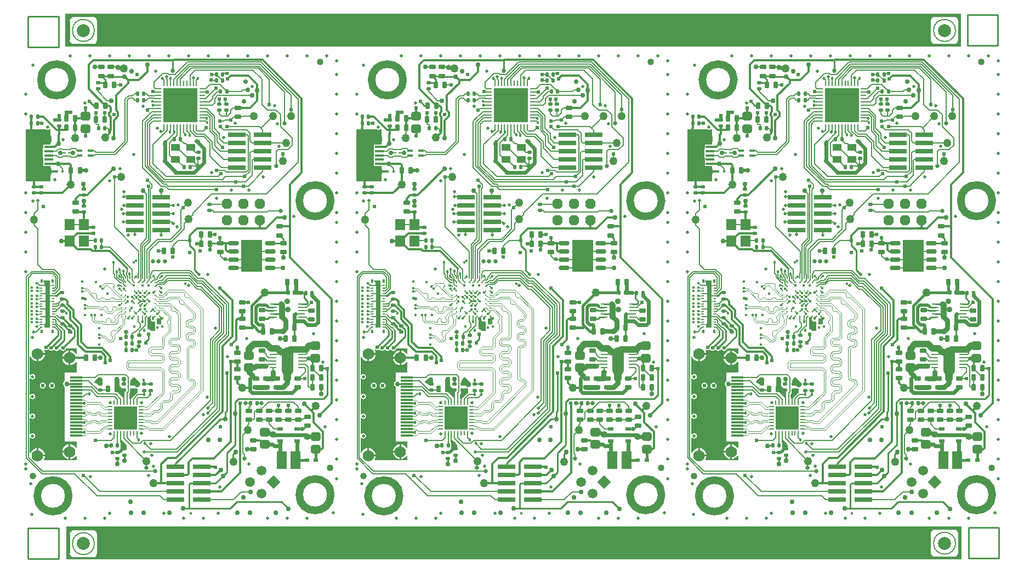
<source format=gtl>
G04 Layer_Physical_Order=1*
G04 Layer_Color=255*
%FSLAX24Y24*%
%MOIN*%
G70*
G01*
G75*
%ADD10C,0.0070*%
G04:AMPARAMS|DCode=11|XSize=78.7mil|YSize=78.7mil|CornerRadius=39.4mil|HoleSize=0mil|Usage=FLASHONLY|Rotation=90.000|XOffset=0mil|YOffset=0mil|HoleType=Round|Shape=RoundedRectangle|*
%AMROUNDEDRECTD11*
21,1,0.0787,0.0000,0,0,90.0*
21,1,0.0000,0.0787,0,0,90.0*
1,1,0.0787,0.0000,0.0000*
1,1,0.0787,0.0000,0.0000*
1,1,0.0787,0.0000,0.0000*
1,1,0.0787,0.0000,0.0000*
%
%ADD11ROUNDEDRECTD11*%
%ADD12C,0.0100*%
%ADD13C,0.0450*%
%ADD14R,0.0532X0.0157*%
%ADD15R,0.0610X0.0591*%
%ADD16R,0.0146X0.0197*%
%ADD17R,0.0138X0.0110*%
%ADD18R,0.0128X0.0106*%
%ADD19R,0.0748X0.0118*%
%ADD20C,0.0394*%
G04:AMPARAMS|DCode=21|XSize=22mil|YSize=24mil|CornerRadius=4.4mil|HoleSize=0mil|Usage=FLASHONLY|Rotation=270.000|XOffset=0mil|YOffset=0mil|HoleType=Round|Shape=RoundedRectangle|*
%AMROUNDEDRECTD21*
21,1,0.0220,0.0152,0,0,270.0*
21,1,0.0132,0.0240,0,0,270.0*
1,1,0.0088,-0.0076,-0.0066*
1,1,0.0088,-0.0076,0.0066*
1,1,0.0088,0.0076,0.0066*
1,1,0.0088,0.0076,-0.0066*
%
%ADD21ROUNDEDRECTD21*%
G04:AMPARAMS|DCode=22|XSize=29.1mil|YSize=39.4mil|CornerRadius=5.8mil|HoleSize=0mil|Usage=FLASHONLY|Rotation=180.000|XOffset=0mil|YOffset=0mil|HoleType=Round|Shape=RoundedRectangle|*
%AMROUNDEDRECTD22*
21,1,0.0291,0.0277,0,0,180.0*
21,1,0.0175,0.0394,0,0,180.0*
1,1,0.0117,-0.0087,0.0139*
1,1,0.0117,0.0087,0.0139*
1,1,0.0117,0.0087,-0.0139*
1,1,0.0117,-0.0087,-0.0139*
%
%ADD22ROUNDEDRECTD22*%
G04:AMPARAMS|DCode=23|XSize=29.1mil|YSize=39.4mil|CornerRadius=5.8mil|HoleSize=0mil|Usage=FLASHONLY|Rotation=90.000|XOffset=0mil|YOffset=0mil|HoleType=Round|Shape=RoundedRectangle|*
%AMROUNDEDRECTD23*
21,1,0.0291,0.0277,0,0,90.0*
21,1,0.0175,0.0394,0,0,90.0*
1,1,0.0117,0.0139,0.0087*
1,1,0.0117,0.0139,-0.0087*
1,1,0.0117,-0.0139,-0.0087*
1,1,0.0117,-0.0139,0.0087*
%
%ADD23ROUNDEDRECTD23*%
G04:AMPARAMS|DCode=24|XSize=22mil|YSize=24mil|CornerRadius=4.4mil|HoleSize=0mil|Usage=FLASHONLY|Rotation=0.000|XOffset=0mil|YOffset=0mil|HoleType=Round|Shape=RoundedRectangle|*
%AMROUNDEDRECTD24*
21,1,0.0220,0.0152,0,0,0.0*
21,1,0.0132,0.0240,0,0,0.0*
1,1,0.0088,0.0066,-0.0076*
1,1,0.0088,-0.0066,-0.0076*
1,1,0.0088,-0.0066,0.0076*
1,1,0.0088,0.0066,0.0076*
%
%ADD24ROUNDEDRECTD24*%
G04:AMPARAMS|DCode=25|XSize=40mil|YSize=40mil|CornerRadius=20mil|HoleSize=0mil|Usage=FLASHONLY|Rotation=90.000|XOffset=0mil|YOffset=0mil|HoleType=Round|Shape=RoundedRectangle|*
%AMROUNDEDRECTD25*
21,1,0.0400,0.0000,0,0,90.0*
21,1,0.0000,0.0400,0,0,90.0*
1,1,0.0400,0.0000,0.0000*
1,1,0.0400,0.0000,0.0000*
1,1,0.0400,0.0000,0.0000*
1,1,0.0400,0.0000,0.0000*
%
%ADD25ROUNDEDRECTD25*%
%ADD26O,0.0335X0.0098*%
%ADD27O,0.0098X0.0335*%
%ADD28R,0.2087X0.2087*%
%ADD29R,0.0335X0.0217*%
%ADD30O,0.0453X0.0098*%
%ADD31R,0.0610X0.1063*%
G04:AMPARAMS|DCode=32|XSize=52mil|YSize=60mil|CornerRadius=13mil|HoleSize=0mil|Usage=FLASHONLY|Rotation=90.000|XOffset=0mil|YOffset=0mil|HoleType=Round|Shape=RoundedRectangle|*
%AMROUNDEDRECTD32*
21,1,0.0520,0.0340,0,0,90.0*
21,1,0.0260,0.0600,0,0,90.0*
1,1,0.0260,0.0170,0.0130*
1,1,0.0260,0.0170,-0.0130*
1,1,0.0260,-0.0170,-0.0130*
1,1,0.0260,-0.0170,0.0130*
%
%ADD32ROUNDEDRECTD32*%
%ADD33R,0.0280X0.0200*%
%ADD34O,0.0650X0.0295*%
%ADD35R,0.1260X0.1929*%
%ADD36C,0.0098*%
%ADD37R,0.0354X0.0157*%
%ADD38R,0.0520X0.0420*%
G04:AMPARAMS|DCode=39|XSize=50mil|YSize=50mil|CornerRadius=25mil|HoleSize=0mil|Usage=FLASHONLY|Rotation=270.000|XOffset=0mil|YOffset=0mil|HoleType=Round|Shape=RoundedRectangle|*
%AMROUNDEDRECTD39*
21,1,0.0500,0.0000,0,0,270.0*
21,1,0.0000,0.0500,0,0,270.0*
1,1,0.0500,0.0000,0.0000*
1,1,0.0500,0.0000,0.0000*
1,1,0.0500,0.0000,0.0000*
1,1,0.0500,0.0000,0.0000*
%
%ADD39ROUNDEDRECTD39*%
%ADD40R,0.1417X0.1417*%
%ADD41O,0.0098X0.0295*%
%ADD42O,0.0295X0.0098*%
%ADD43R,0.0591X0.0669*%
%ADD44R,0.1102X0.0295*%
%ADD45R,0.0118X0.0157*%
G04:AMPARAMS|DCode=46|XSize=50mil|YSize=50mil|CornerRadius=25mil|HoleSize=0mil|Usage=FLASHONLY|Rotation=180.000|XOffset=0mil|YOffset=0mil|HoleType=Round|Shape=RoundedRectangle|*
%AMROUNDEDRECTD46*
21,1,0.0500,0.0000,0,0,180.0*
21,1,0.0000,0.0500,0,0,180.0*
1,1,0.0500,0.0000,0.0000*
1,1,0.0500,0.0000,0.0000*
1,1,0.0500,0.0000,0.0000*
1,1,0.0500,0.0000,0.0000*
%
%ADD46ROUNDEDRECTD46*%
%ADD47C,0.0081*%
%ADD48C,0.0050*%
%ADD49C,0.0240*%
%ADD50C,0.0080*%
%ADD51C,0.0400*%
%ADD52C,0.0120*%
%ADD53C,0.0060*%
%ADD54C,0.0200*%
%ADD55C,0.0040*%
%ADD56C,0.0300*%
%ADD57C,0.0160*%
%ADD58C,0.0140*%
%ADD59C,0.0700*%
%ADD60C,0.0360*%
%ADD61C,0.0480*%
%ADD62C,0.0260*%
%ADD63C,0.0220*%
G04:AMPARAMS|DCode=64|XSize=49.2mil|YSize=36.6mil|CornerRadius=14.6mil|HoleSize=0mil|Usage=FLASHONLY|Rotation=270.000|XOffset=0mil|YOffset=0mil|HoleType=Round|Shape=RoundedRectangle|*
%AMROUNDEDRECTD64*
21,1,0.0492,0.0073,0,0,270.0*
21,1,0.0199,0.0366,0,0,270.0*
1,1,0.0293,-0.0037,-0.0100*
1,1,0.0293,-0.0037,0.0100*
1,1,0.0293,0.0037,0.0100*
1,1,0.0293,0.0037,-0.0100*
%
%ADD64ROUNDEDRECTD64*%
G04:AMPARAMS|DCode=65|XSize=61mil|YSize=35mil|CornerRadius=14mil|HoleSize=0mil|Usage=FLASHONLY|Rotation=0.000|XOffset=0mil|YOffset=0mil|HoleType=Round|Shape=RoundedRectangle|*
%AMROUNDEDRECTD65*
21,1,0.0610,0.0070,0,0,0.0*
21,1,0.0330,0.0350,0,0,0.0*
1,1,0.0280,0.0165,-0.0035*
1,1,0.0280,-0.0165,-0.0035*
1,1,0.0280,-0.0165,0.0035*
1,1,0.0280,0.0165,0.0035*
%
%ADD65ROUNDEDRECTD65*%
%ADD66C,0.0700*%
%ADD67C,0.0591*%
%ADD68P,0.0835X4X180.0*%
%ADD69P,0.0671X8X202.5*%
%ADD70C,0.0290*%
%ADD71C,0.0200*%
%ADD72C,0.0240*%
%ADD73C,0.0300*%
%ADD74C,0.0270*%
%ADD75C,0.0180*%
%ADD76C,0.0160*%
%ADD77C,0.0260*%
%ADD78C,0.0197*%
%ADD79C,0.0250*%
%ADD80C,0.0400*%
%ADD81C,0.0320*%
%ADD82C,0.0360*%
G36*
X57151Y31546D02*
X2700Y31546D01*
Y33544D01*
X57151Y33544D01*
Y31546D01*
D02*
G37*
G36*
X42014Y25567D02*
X41570D01*
Y25332D01*
X41550D01*
Y25014D01*
Y24758D01*
X41570D01*
Y24266D01*
X42014D01*
Y23342D01*
X40510D01*
X40509Y26457D01*
X40544Y26492D01*
X41750D01*
X41770Y26479D01*
X41833Y26466D01*
X41895Y26479D01*
X41915Y26492D01*
X42014D01*
Y25567D01*
D02*
G37*
G36*
X21903D02*
X21459D01*
Y25332D01*
X21439D01*
Y25014D01*
Y24758D01*
X21459D01*
Y24266D01*
X21903D01*
Y23342D01*
X20399D01*
X20397Y26457D01*
X20433Y26492D01*
X21639D01*
X21659Y26479D01*
X21721Y26466D01*
X21784Y26479D01*
X21804Y26492D01*
X21903D01*
Y25567D01*
D02*
G37*
G36*
X1792D02*
X1347D01*
Y25332D01*
X1327D01*
Y25014D01*
Y24758D01*
X1347D01*
Y24266D01*
X1792D01*
Y23342D01*
X287D01*
X286Y26457D01*
X321Y26492D01*
X1527D01*
X1548Y26479D01*
X1610Y26466D01*
X1672Y26479D01*
X1693Y26492D01*
X1792D01*
Y25567D01*
D02*
G37*
G36*
X48845Y15030D02*
Y14980D01*
X48756Y14892D01*
Y14641D01*
X48525Y14641D01*
X48481Y14686D01*
Y14951D01*
X48520Y14990D01*
X48638D01*
X48727Y15079D01*
X48796D01*
X48845Y15030D01*
D02*
G37*
G36*
X28733D02*
Y14980D01*
X28645Y14892D01*
Y14641D01*
X28413Y14641D01*
X28369Y14686D01*
Y14951D01*
X28409Y14990D01*
X28527D01*
X28615Y15079D01*
X28684D01*
X28733Y15030D01*
D02*
G37*
G36*
X8622D02*
Y14980D01*
X8533Y14892D01*
Y14641D01*
X8302Y14641D01*
X8258Y14686D01*
Y14951D01*
X8297Y14990D01*
X8415D01*
X8504Y15079D01*
X8573D01*
X8622Y15030D01*
D02*
G37*
G36*
X41973Y16959D02*
Y15129D01*
Y15059D01*
Y14426D01*
X41653D01*
Y14599D01*
Y14659D01*
X41703D01*
Y15059D01*
X41633D01*
Y15129D01*
X41703D01*
Y15539D01*
X41633D01*
Y15599D01*
X41703D01*
Y16009D01*
X41633D01*
Y16079D01*
X41703D01*
Y16479D01*
X41633D01*
Y16549D01*
X41703D01*
Y16959D01*
X41619D01*
Y17039D01*
X41653D01*
Y17219D01*
X41583D01*
Y17289D01*
X41973D01*
Y16959D01*
D02*
G37*
G36*
X21861D02*
Y15129D01*
Y15059D01*
Y14426D01*
X21541D01*
Y14599D01*
Y14659D01*
X21591D01*
Y15059D01*
X21521D01*
Y15129D01*
X21591D01*
Y15539D01*
X21521D01*
Y15599D01*
X21591D01*
Y16009D01*
X21521D01*
Y16079D01*
X21591D01*
Y16479D01*
X21521D01*
Y16549D01*
X21591D01*
Y16959D01*
X21508D01*
Y17039D01*
X21541D01*
Y17219D01*
X21471D01*
Y17289D01*
X21861D01*
Y16959D01*
D02*
G37*
G36*
X1750D02*
Y15129D01*
Y15059D01*
Y14426D01*
X1430D01*
Y14599D01*
Y14659D01*
X1480D01*
Y15059D01*
X1410D01*
Y15129D01*
X1480D01*
Y15539D01*
X1410D01*
Y15599D01*
X1480D01*
Y16009D01*
X1410D01*
Y16079D01*
X1480D01*
Y16479D01*
X1410D01*
Y16549D01*
X1480D01*
Y16959D01*
X1396D01*
Y17039D01*
X1430D01*
Y17219D01*
X1360D01*
Y17289D01*
X1750D01*
Y16959D01*
D02*
G37*
G36*
X48067Y15059D02*
X48097Y15030D01*
X48097Y14902D01*
X48185Y14813D01*
X48362Y14813D01*
X48362Y14262D01*
X48323Y14222D01*
X48126D01*
X48018Y14331D01*
X47939D01*
X47920Y14350D01*
Y15024D01*
X47955Y15059D01*
X48067Y15059D01*
D02*
G37*
G36*
X27956D02*
X27985Y15030D01*
X27985Y14902D01*
X28074Y14813D01*
X28251Y14813D01*
X28251Y14262D01*
X28212Y14222D01*
X28015D01*
X27907Y14331D01*
X27828D01*
X27808Y14350D01*
Y15024D01*
X27844Y15059D01*
X27956Y15059D01*
D02*
G37*
G36*
X7844D02*
X7874Y15030D01*
X7874Y14902D01*
X7963Y14813D01*
X8140Y14813D01*
X8140Y14262D01*
X8100Y14222D01*
X7904D01*
X7795Y14331D01*
X7717D01*
X7697Y14350D01*
Y15024D01*
X7732Y15059D01*
X7844Y15059D01*
D02*
G37*
G36*
X43031Y14531D02*
Y14480D01*
X43039Y14440D01*
X43062Y14405D01*
X43096Y14382D01*
X43137Y14374D01*
X43188D01*
X43303Y14259D01*
X43183Y14139D01*
X43093D01*
Y14226D01*
X42733Y14587D01*
X42693D01*
X42655Y14713D01*
X42685Y14753D01*
X42809D01*
X43031Y14531D01*
D02*
G37*
G36*
X22919D02*
Y14480D01*
X22927Y14440D01*
X22950Y14405D01*
X22985Y14382D01*
X23025Y14374D01*
X23076D01*
X23191Y14259D01*
X23071Y14139D01*
X22981D01*
Y14226D01*
X22621Y14587D01*
X22582D01*
X22544Y14713D01*
X22573Y14753D01*
X22698D01*
X22919Y14531D01*
D02*
G37*
G36*
X2808D02*
Y14480D01*
X2816Y14440D01*
X2839Y14405D01*
X2873Y14382D01*
X2914Y14374D01*
X2965D01*
X3080Y14259D01*
X2960Y14139D01*
X2870D01*
Y14226D01*
X2510Y14587D01*
X2470D01*
X2432Y14713D01*
X2462Y14753D01*
X2586D01*
X2808Y14531D01*
D02*
G37*
G36*
X43608Y12835D02*
X43558Y12829D01*
X43492Y12915D01*
X43398Y12987D01*
X43289Y13032D01*
X43222Y13041D01*
Y12594D01*
Y12146D01*
X43289Y12155D01*
X43398Y12201D01*
X43492Y12273D01*
X43558Y12359D01*
X43608Y12352D01*
Y11719D01*
X42884D01*
Y11192D01*
X42851Y11170D01*
X42805Y11101D01*
X42789Y11019D01*
X42805Y10937D01*
X42851Y10868D01*
X42884Y10846D01*
Y7519D01*
X43608D01*
Y7127D01*
X43558Y7120D01*
X43492Y7206D01*
X43398Y7278D01*
X43289Y7323D01*
X43222Y7332D01*
Y6885D01*
Y6438D01*
X43289Y6447D01*
X43398Y6492D01*
X43492Y6564D01*
X43558Y6650D01*
X43608Y6643D01*
Y6367D01*
X41630D01*
X41608Y6412D01*
X41616Y6422D01*
X41661Y6531D01*
X41670Y6599D01*
X41223D01*
Y6649D01*
X41173D01*
Y7096D01*
X41105Y7087D01*
X40996Y7042D01*
X40902Y6970D01*
X40830Y6876D01*
X40799Y6803D01*
X40749Y6813D01*
Y7721D01*
X40799Y7736D01*
X40807Y7724D01*
X40860Y7689D01*
X40923Y7676D01*
X40985Y7689D01*
X41038Y7724D01*
X41073Y7777D01*
X41086Y7839D01*
X41073Y7902D01*
X41038Y7955D01*
X40985Y7990D01*
X40923Y8002D01*
X40860Y7990D01*
X40807Y7955D01*
X40799Y7943D01*
X40749Y7958D01*
Y8921D01*
X40799Y8936D01*
X40807Y8924D01*
X40860Y8889D01*
X40923Y8876D01*
X40985Y8889D01*
X41038Y8924D01*
X41073Y8977D01*
X41086Y9039D01*
X41073Y9102D01*
X41038Y9155D01*
X40985Y9190D01*
X40923Y9202D01*
X40860Y9190D01*
X40807Y9155D01*
X40799Y9143D01*
X40749Y9158D01*
Y10121D01*
X40799Y10136D01*
X40807Y10124D01*
X40860Y10089D01*
X40923Y10076D01*
X40985Y10089D01*
X41038Y10124D01*
X41073Y10177D01*
X41086Y10239D01*
X41073Y10302D01*
X41038Y10355D01*
X40985Y10390D01*
X40923Y10403D01*
X40860Y10390D01*
X40807Y10355D01*
X40799Y10343D01*
X40749Y10358D01*
Y11321D01*
X40799Y11336D01*
X40807Y11324D01*
X40860Y11289D01*
X40923Y11276D01*
X40985Y11289D01*
X41038Y11324D01*
X41073Y11377D01*
X41086Y11439D01*
X41073Y11502D01*
X41038Y11555D01*
X40985Y11590D01*
X40923Y11603D01*
X40860Y11590D01*
X40807Y11555D01*
X40799Y11543D01*
X40749Y11558D01*
Y12666D01*
X40799Y12676D01*
X40830Y12603D01*
X40902Y12509D01*
X40996Y12437D01*
X41105Y12392D01*
X41173Y12383D01*
Y12830D01*
X41223D01*
Y12880D01*
X41670D01*
X41661Y12947D01*
X41616Y13057D01*
X41607Y13069D01*
X41641Y13106D01*
X41682Y13078D01*
X41752Y13065D01*
X41823Y13078D01*
X41882Y13118D01*
X41897D01*
X41924Y13079D01*
X41983Y13039D01*
X42053Y13025D01*
X42124Y13039D01*
X42183Y13079D01*
X42188Y13086D01*
X42248D01*
X42258Y13070D01*
X42318Y13030D01*
X42388Y13016D01*
X42458Y13030D01*
X42518Y13070D01*
X42547Y13113D01*
X42552Y13115D01*
X42599Y13115D01*
X42603Y13113D01*
X42632Y13069D01*
X42692Y13029D01*
X42762Y13015D01*
X42832Y13029D01*
X42892Y13069D01*
X42932Y13129D01*
X42941Y13178D01*
X43608D01*
Y12835D01*
D02*
G37*
G36*
X23497D02*
X23447Y12829D01*
X23381Y12915D01*
X23287Y12987D01*
X23178Y13032D01*
X23110Y13041D01*
Y12594D01*
Y12146D01*
X23178Y12155D01*
X23287Y12201D01*
X23381Y12273D01*
X23447Y12359D01*
X23497Y12352D01*
Y11719D01*
X22772D01*
Y11192D01*
X22740Y11170D01*
X22694Y11101D01*
X22677Y11019D01*
X22694Y10937D01*
X22740Y10868D01*
X22772Y10846D01*
Y7519D01*
X23497D01*
Y7127D01*
X23447Y7120D01*
X23381Y7206D01*
X23287Y7278D01*
X23178Y7323D01*
X23110Y7332D01*
Y6885D01*
Y6438D01*
X23178Y6447D01*
X23287Y6492D01*
X23381Y6564D01*
X23447Y6650D01*
X23497Y6643D01*
Y6367D01*
X21519D01*
X21497Y6412D01*
X21504Y6422D01*
X21550Y6531D01*
X21559Y6599D01*
X21111D01*
Y6649D01*
X21061D01*
Y7096D01*
X20994Y7087D01*
X20884Y7042D01*
X20790Y6970D01*
X20718Y6876D01*
X20688Y6803D01*
X20638Y6813D01*
Y7721D01*
X20688Y7736D01*
X20696Y7724D01*
X20749Y7689D01*
X20811Y7676D01*
X20874Y7689D01*
X20927Y7724D01*
X20962Y7777D01*
X20974Y7839D01*
X20962Y7902D01*
X20927Y7955D01*
X20874Y7990D01*
X20811Y8002D01*
X20749Y7990D01*
X20696Y7955D01*
X20688Y7943D01*
X20638Y7958D01*
Y8921D01*
X20688Y8936D01*
X20696Y8924D01*
X20749Y8889D01*
X20811Y8876D01*
X20874Y8889D01*
X20927Y8924D01*
X20962Y8977D01*
X20974Y9039D01*
X20962Y9102D01*
X20927Y9155D01*
X20874Y9190D01*
X20811Y9202D01*
X20749Y9190D01*
X20696Y9155D01*
X20688Y9143D01*
X20638Y9158D01*
Y10121D01*
X20688Y10136D01*
X20696Y10124D01*
X20749Y10089D01*
X20811Y10076D01*
X20874Y10089D01*
X20927Y10124D01*
X20962Y10177D01*
X20974Y10239D01*
X20962Y10302D01*
X20927Y10355D01*
X20874Y10390D01*
X20811Y10403D01*
X20749Y10390D01*
X20696Y10355D01*
X20688Y10343D01*
X20638Y10358D01*
Y11321D01*
X20688Y11336D01*
X20696Y11324D01*
X20749Y11289D01*
X20811Y11276D01*
X20874Y11289D01*
X20927Y11324D01*
X20962Y11377D01*
X20974Y11439D01*
X20962Y11502D01*
X20927Y11555D01*
X20874Y11590D01*
X20811Y11603D01*
X20749Y11590D01*
X20696Y11555D01*
X20688Y11543D01*
X20638Y11558D01*
Y12666D01*
X20688Y12676D01*
X20718Y12603D01*
X20790Y12509D01*
X20884Y12437D01*
X20994Y12392D01*
X21061Y12383D01*
Y12830D01*
X21111D01*
Y12880D01*
X21559D01*
X21550Y12947D01*
X21504Y13057D01*
X21495Y13069D01*
X21530Y13106D01*
X21571Y13078D01*
X21641Y13065D01*
X21711Y13078D01*
X21771Y13118D01*
X21786D01*
X21812Y13079D01*
X21872Y13039D01*
X21942Y13025D01*
X22012Y13039D01*
X22072Y13079D01*
X22076Y13086D01*
X22136D01*
X22147Y13070D01*
X22207Y13030D01*
X22277Y13016D01*
X22347Y13030D01*
X22407Y13070D01*
X22436Y13113D01*
X22440Y13115D01*
X22488Y13115D01*
X22491Y13113D01*
X22521Y13069D01*
X22580Y13029D01*
X22651Y13015D01*
X22721Y13029D01*
X22780Y13069D01*
X22820Y13129D01*
X22830Y13178D01*
X23497D01*
Y12835D01*
D02*
G37*
G36*
X3386D02*
X3336Y12829D01*
X3270Y12915D01*
X3176Y12987D01*
X3066Y13032D01*
X2999Y13041D01*
Y12594D01*
Y12146D01*
X3066Y12155D01*
X3176Y12201D01*
X3270Y12273D01*
X3336Y12359D01*
X3386Y12352D01*
Y11719D01*
X2661D01*
Y11192D01*
X2629Y11170D01*
X2582Y11101D01*
X2566Y11019D01*
X2582Y10937D01*
X2629Y10868D01*
X2661Y10846D01*
Y7519D01*
X3386D01*
Y7127D01*
X3336Y7120D01*
X3270Y7206D01*
X3176Y7278D01*
X3066Y7323D01*
X2999Y7332D01*
Y6885D01*
Y6438D01*
X3066Y6447D01*
X3176Y6492D01*
X3270Y6564D01*
X3336Y6650D01*
X3386Y6643D01*
Y6367D01*
X1408D01*
X1385Y6412D01*
X1393Y6422D01*
X1438Y6531D01*
X1447Y6599D01*
X1000D01*
Y6649D01*
X950D01*
Y7096D01*
X883Y7087D01*
X773Y7042D01*
X679Y6970D01*
X607Y6876D01*
X577Y6803D01*
X527Y6813D01*
Y7721D01*
X577Y7736D01*
X585Y7724D01*
X638Y7689D01*
X700Y7676D01*
X762Y7689D01*
X815Y7724D01*
X851Y7777D01*
X863Y7839D01*
X851Y7902D01*
X815Y7955D01*
X762Y7990D01*
X700Y8002D01*
X638Y7990D01*
X585Y7955D01*
X577Y7943D01*
X527Y7958D01*
Y8921D01*
X577Y8936D01*
X585Y8924D01*
X638Y8889D01*
X700Y8876D01*
X762Y8889D01*
X815Y8924D01*
X851Y8977D01*
X863Y9039D01*
X851Y9102D01*
X815Y9155D01*
X762Y9190D01*
X700Y9202D01*
X638Y9190D01*
X585Y9155D01*
X577Y9143D01*
X527Y9158D01*
Y10121D01*
X577Y10136D01*
X585Y10124D01*
X638Y10089D01*
X700Y10076D01*
X762Y10089D01*
X815Y10124D01*
X851Y10177D01*
X863Y10239D01*
X851Y10302D01*
X815Y10355D01*
X762Y10390D01*
X700Y10403D01*
X638Y10390D01*
X585Y10355D01*
X577Y10343D01*
X527Y10358D01*
Y11321D01*
X577Y11336D01*
X585Y11324D01*
X638Y11289D01*
X700Y11276D01*
X762Y11289D01*
X815Y11324D01*
X851Y11377D01*
X863Y11439D01*
X851Y11502D01*
X815Y11555D01*
X762Y11590D01*
X700Y11603D01*
X638Y11590D01*
X585Y11555D01*
X577Y11543D01*
X527Y11558D01*
Y12666D01*
X577Y12676D01*
X607Y12603D01*
X679Y12509D01*
X773Y12437D01*
X883Y12392D01*
X950Y12383D01*
Y12830D01*
X1000D01*
Y12880D01*
X1447D01*
X1438Y12947D01*
X1393Y13057D01*
X1384Y13069D01*
X1418Y13106D01*
X1460Y13078D01*
X1530Y13065D01*
X1600Y13078D01*
X1660Y13118D01*
X1675D01*
X1701Y13079D01*
X1760Y13039D01*
X1831Y13025D01*
X1901Y13039D01*
X1960Y13079D01*
X1965Y13086D01*
X2025D01*
X2036Y13070D01*
X2095Y13030D01*
X2165Y13016D01*
X2236Y13030D01*
X2295Y13070D01*
X2324Y13113D01*
X2329Y13115D01*
X2377Y13115D01*
X2380Y13113D01*
X2410Y13069D01*
X2469Y13029D01*
X2539Y13015D01*
X2610Y13029D01*
X2669Y13069D01*
X2709Y13129D01*
X2719Y13178D01*
X3386D01*
Y12835D01*
D02*
G37*
G36*
X45174Y11328D02*
Y11040D01*
X45052Y10918D01*
X44966D01*
X44934Y10922D01*
X44763Y11093D01*
Y11240D01*
X44923Y11400D01*
X45103D01*
X45174Y11328D01*
D02*
G37*
G36*
X25063D02*
Y11040D01*
X24941Y10918D01*
X24854D01*
X24823Y10922D01*
X24651Y11093D01*
Y11240D01*
X24811Y11400D01*
X24991D01*
X25063Y11328D01*
D02*
G37*
G36*
X4951D02*
Y11040D01*
X4830Y10918D01*
X4743D01*
X4711Y10922D01*
X4540Y11093D01*
Y11240D01*
X4700Y11400D01*
X4880D01*
X4951Y11328D01*
D02*
G37*
G36*
X47473Y11050D02*
Y10970D01*
X47323Y10820D01*
X47233D01*
X47213Y10840D01*
X47136Y10916D01*
X46885D01*
X46883Y11180D01*
Y11240D01*
X46963Y11320D01*
X47033Y11390D01*
X47133D01*
X47473Y11050D01*
D02*
G37*
G36*
X27361D02*
Y10970D01*
X27211Y10820D01*
X27121D01*
X27101Y10840D01*
X27025Y10916D01*
X26773D01*
X26771Y11180D01*
Y11240D01*
X26851Y11320D01*
X26921Y11390D01*
X27021D01*
X27361Y11050D01*
D02*
G37*
G36*
X7250D02*
Y10970D01*
X7100Y10820D01*
X7010D01*
X6990Y10840D01*
X6914Y10916D01*
X6662D01*
X6660Y11180D01*
Y11240D01*
X6740Y11320D01*
X6810Y11390D01*
X6910D01*
X7250Y11050D01*
D02*
G37*
G36*
X47293Y10699D02*
Y10490D01*
X46963Y10160D01*
X46793D01*
Y10369D01*
X46823Y10399D01*
X46853Y10429D01*
Y10480D01*
Y10600D01*
X46993Y10740D01*
X47253D01*
X47293Y10699D01*
D02*
G37*
G36*
X27181D02*
Y10490D01*
X26851Y10160D01*
X26681D01*
Y10369D01*
X26711Y10399D01*
X26741Y10429D01*
Y10480D01*
Y10600D01*
X26881Y10740D01*
X27141D01*
X27181Y10699D01*
D02*
G37*
G36*
X7070D02*
Y10490D01*
X6740Y10160D01*
X6570D01*
Y10369D01*
X6600Y10399D01*
X6630Y10429D01*
Y10480D01*
Y10600D01*
X6770Y10740D01*
X7030D01*
X7070Y10699D01*
D02*
G37*
G36*
X46203Y11310D02*
Y10891D01*
X46503Y10591D01*
Y10155D01*
X46456Y10136D01*
X45903Y10690D01*
X45903Y11320D01*
X45953Y11370D01*
X46143D01*
X46203Y11310D01*
D02*
G37*
G36*
X26091D02*
Y10891D01*
X26391Y10591D01*
Y10155D01*
X26345Y10136D01*
X25791Y10690D01*
X25791Y11320D01*
X25841Y11370D01*
X26031D01*
X26091Y11310D01*
D02*
G37*
G36*
X5980D02*
Y10891D01*
X6280Y10591D01*
Y10155D01*
X6234Y10136D01*
X5680Y10690D01*
X5680Y11320D01*
X5730Y11370D01*
X5920D01*
X5980Y11310D01*
D02*
G37*
G36*
X46633Y7290D02*
Y7089D01*
X46542D01*
X46209Y6756D01*
X46043D01*
X46021Y6801D01*
X46143Y6950D01*
X46272Y7079D01*
Y7453D01*
X46243Y7482D01*
Y7603D01*
X46248Y7605D01*
X46318D01*
X46633Y7290D01*
D02*
G37*
G36*
X26521D02*
Y7089D01*
X26431D01*
X26098Y6756D01*
X25931D01*
X25910Y6801D01*
X26031Y6950D01*
X26160Y7079D01*
Y7453D01*
X26131Y7482D01*
Y7603D01*
X26136Y7605D01*
X26206D01*
X26521Y7290D01*
D02*
G37*
G36*
X6410D02*
Y7089D01*
X6320D01*
X5986Y6756D01*
X5820D01*
X5799Y6801D01*
X5920Y6950D01*
X6049Y7079D01*
Y7453D01*
X6020Y7482D01*
Y7603D01*
X6025Y7605D01*
X6095D01*
X6410Y7290D01*
D02*
G37*
G36*
X57200Y2333D02*
Y335D01*
X2736Y335D01*
Y2333D01*
X57200Y2333D01*
D02*
G37*
%LPC*%
G36*
X56742Y33343D02*
Y33341D01*
X55560D01*
Y33343D01*
X55471Y33325D01*
X55396Y33274D01*
X55345Y33199D01*
X55327Y33109D01*
X55329D01*
Y31928D01*
X55327D01*
X55345Y31839D01*
X55396Y31763D01*
X55471Y31713D01*
X55560Y31695D01*
Y31697D01*
X56742D01*
Y31695D01*
X56831Y31713D01*
X56906Y31763D01*
X56957Y31839D01*
X56975Y31928D01*
X56973D01*
Y33109D01*
X56975D01*
X56957Y33199D01*
X56906Y33274D01*
X56831Y33325D01*
X56742Y33343D01*
D02*
G37*
G36*
X4380D02*
Y33341D01*
X3199D01*
Y33343D01*
X3110Y33325D01*
X3034Y33274D01*
X2983Y33199D01*
X2966Y33109D01*
X2967D01*
Y31928D01*
X2966D01*
X2983Y31839D01*
X3034Y31763D01*
X3110Y31713D01*
X3199Y31695D01*
Y31697D01*
X4380D01*
Y31695D01*
X4469Y31713D01*
X4545Y31763D01*
X4595Y31839D01*
X4613Y31928D01*
X4612D01*
Y33109D01*
X4613D01*
X4595Y33199D01*
X4545Y33274D01*
X4469Y33325D01*
X4380Y33343D01*
D02*
G37*
G36*
X43122Y13041D02*
X43054Y13032D01*
X42945Y12987D01*
X42851Y12915D01*
X42778Y12821D01*
X42733Y12711D01*
X42724Y12644D01*
X43122D01*
Y13041D01*
D02*
G37*
G36*
X41670Y12780D02*
X41273D01*
Y12383D01*
X41340Y12392D01*
X41450Y12437D01*
X41544Y12509D01*
X41616Y12603D01*
X41661Y12712D01*
X41670Y12780D01*
D02*
G37*
G36*
X43122Y12544D02*
X42724D01*
X42733Y12476D01*
X42778Y12367D01*
X42851Y12273D01*
X42945Y12201D01*
X43054Y12155D01*
X43122Y12146D01*
Y12544D01*
D02*
G37*
G36*
X42103Y11093D02*
X42032Y11079D01*
X41973Y11039D01*
X41933Y10980D01*
X41919Y10909D01*
X41933Y10839D01*
X41973Y10780D01*
X42032Y10740D01*
X42103Y10726D01*
X42173Y10740D01*
X42232Y10780D01*
X42272Y10839D01*
X42286Y10909D01*
X42272Y10980D01*
X42232Y11039D01*
X42173Y11079D01*
X42103Y11093D01*
D02*
G37*
G36*
X41553D02*
X41482Y11079D01*
X41423Y11039D01*
X41383Y10980D01*
X41369Y10909D01*
X41383Y10839D01*
X41423Y10780D01*
X41482Y10740D01*
X41553Y10726D01*
X41623Y10740D01*
X41682Y10780D01*
X41722Y10839D01*
X41736Y10909D01*
X41722Y10980D01*
X41682Y11039D01*
X41623Y11079D01*
X41553Y11093D01*
D02*
G37*
G36*
X43122Y7332D02*
X43054Y7323D01*
X42945Y7278D01*
X42851Y7206D01*
X42778Y7112D01*
X42733Y7003D01*
X42724Y6935D01*
X43122D01*
Y7332D01*
D02*
G37*
G36*
X41273Y7096D02*
Y6699D01*
X41670D01*
X41661Y6766D01*
X41616Y6876D01*
X41544Y6970D01*
X41450Y7042D01*
X41340Y7087D01*
X41273Y7096D01*
D02*
G37*
G36*
X43122Y6835D02*
X42724D01*
X42733Y6768D01*
X42778Y6658D01*
X42851Y6564D01*
X42945Y6492D01*
X43054Y6447D01*
X43122Y6438D01*
Y6835D01*
D02*
G37*
G36*
X23010Y13041D02*
X22943Y13032D01*
X22833Y12987D01*
X22739Y12915D01*
X22667Y12821D01*
X22622Y12711D01*
X22613Y12644D01*
X23010D01*
Y13041D01*
D02*
G37*
G36*
X21559Y12780D02*
X21161D01*
Y12383D01*
X21229Y12392D01*
X21338Y12437D01*
X21432Y12509D01*
X21504Y12603D01*
X21550Y12712D01*
X21559Y12780D01*
D02*
G37*
G36*
X23010Y12544D02*
X22613D01*
X22622Y12476D01*
X22667Y12367D01*
X22739Y12273D01*
X22833Y12201D01*
X22943Y12155D01*
X23010Y12146D01*
Y12544D01*
D02*
G37*
G36*
X21991Y11093D02*
X21921Y11079D01*
X21862Y11039D01*
X21822Y10980D01*
X21808Y10909D01*
X21822Y10839D01*
X21862Y10780D01*
X21921Y10740D01*
X21991Y10726D01*
X22062Y10740D01*
X22121Y10780D01*
X22161Y10839D01*
X22175Y10909D01*
X22161Y10980D01*
X22121Y11039D01*
X22062Y11079D01*
X21991Y11093D01*
D02*
G37*
G36*
X21441D02*
X21371Y11079D01*
X21312Y11039D01*
X21272Y10980D01*
X21258Y10909D01*
X21272Y10839D01*
X21312Y10780D01*
X21371Y10740D01*
X21441Y10726D01*
X21512Y10740D01*
X21571Y10780D01*
X21611Y10839D01*
X21625Y10909D01*
X21611Y10980D01*
X21571Y11039D01*
X21512Y11079D01*
X21441Y11093D01*
D02*
G37*
G36*
X23010Y7332D02*
X22943Y7323D01*
X22833Y7278D01*
X22739Y7206D01*
X22667Y7112D01*
X22622Y7003D01*
X22613Y6935D01*
X23010D01*
Y7332D01*
D02*
G37*
G36*
X21161Y7096D02*
Y6699D01*
X21559D01*
X21550Y6766D01*
X21504Y6876D01*
X21432Y6970D01*
X21338Y7042D01*
X21229Y7087D01*
X21161Y7096D01*
D02*
G37*
G36*
X23010Y6835D02*
X22613D01*
X22622Y6768D01*
X22667Y6658D01*
X22739Y6564D01*
X22833Y6492D01*
X22943Y6447D01*
X23010Y6438D01*
Y6835D01*
D02*
G37*
G36*
X2899Y13041D02*
X2831Y13032D01*
X2722Y12987D01*
X2628Y12915D01*
X2556Y12821D01*
X2510Y12711D01*
X2502Y12644D01*
X2899D01*
Y13041D01*
D02*
G37*
G36*
X1447Y12780D02*
X1050D01*
Y12383D01*
X1117Y12392D01*
X1227Y12437D01*
X1321Y12509D01*
X1393Y12603D01*
X1438Y12712D01*
X1447Y12780D01*
D02*
G37*
G36*
X2899Y12544D02*
X2502D01*
X2510Y12476D01*
X2556Y12367D01*
X2628Y12273D01*
X2722Y12201D01*
X2831Y12155D01*
X2899Y12146D01*
Y12544D01*
D02*
G37*
G36*
X1880Y11093D02*
X1810Y11079D01*
X1750Y11039D01*
X1710Y10980D01*
X1696Y10909D01*
X1710Y10839D01*
X1750Y10780D01*
X1810Y10740D01*
X1880Y10726D01*
X1950Y10740D01*
X2010Y10780D01*
X2050Y10839D01*
X2064Y10909D01*
X2050Y10980D01*
X2010Y11039D01*
X1950Y11079D01*
X1880Y11093D01*
D02*
G37*
G36*
X1330D02*
X1260Y11079D01*
X1200Y11039D01*
X1160Y10980D01*
X1146Y10909D01*
X1160Y10839D01*
X1200Y10780D01*
X1260Y10740D01*
X1330Y10726D01*
X1400Y10740D01*
X1460Y10780D01*
X1500Y10839D01*
X1514Y10909D01*
X1500Y10980D01*
X1460Y11039D01*
X1400Y11079D01*
X1330Y11093D01*
D02*
G37*
G36*
X2899Y7332D02*
X2831Y7323D01*
X2722Y7278D01*
X2628Y7206D01*
X2556Y7112D01*
X2510Y7003D01*
X2502Y6935D01*
X2899D01*
Y7332D01*
D02*
G37*
G36*
X1050Y7096D02*
Y6699D01*
X1447D01*
X1438Y6766D01*
X1393Y6876D01*
X1321Y6970D01*
X1227Y7042D01*
X1117Y7087D01*
X1050Y7096D01*
D02*
G37*
G36*
X2899Y6835D02*
X2502D01*
X2510Y6768D01*
X2556Y6658D01*
X2628Y6564D01*
X2722Y6492D01*
X2831Y6447D01*
X2899Y6438D01*
Y6835D01*
D02*
G37*
G36*
X56742Y2143D02*
Y2141D01*
X55560D01*
Y2143D01*
X55471Y2125D01*
X55396Y2074D01*
X55345Y1999D01*
X55327Y1909D01*
X55329D01*
Y728D01*
X55327D01*
X55345Y639D01*
X55396Y563D01*
X55471Y513D01*
X55560Y495D01*
Y497D01*
X56742D01*
Y495D01*
X56831Y513D01*
X56906Y563D01*
X56957Y639D01*
X56975Y728D01*
X56973D01*
Y1909D01*
X56975D01*
X56957Y1999D01*
X56906Y2074D01*
X56831Y2125D01*
X56742Y2143D01*
D02*
G37*
G36*
X4380Y2113D02*
Y2112D01*
X3199D01*
Y2113D01*
X3110Y2095D01*
X3034Y2045D01*
X2983Y1969D01*
X2966Y1880D01*
X2967D01*
Y699D01*
X2966D01*
X2983Y610D01*
X3034Y534D01*
X3110Y483D01*
X3199Y466D01*
Y467D01*
X4380D01*
Y466D01*
X4469Y483D01*
X4545Y534D01*
X4595Y610D01*
X4613Y699D01*
X4612D01*
Y1880D01*
X4613D01*
X4595Y1969D01*
X4545Y2045D01*
X4469Y2095D01*
X4380Y2113D01*
D02*
G37*
%LPD*%
D10*
X4459Y1289D02*
G03*
X4459Y1289I-669J0D01*
G01*
X56820Y1319D02*
G03*
X56820Y1319I-669J0D01*
G01*
Y32519D02*
G03*
X56820Y32519I-669J0D01*
G01*
X4459D02*
G03*
X4459Y32519I-669J0D01*
G01*
X15656Y9389D02*
X15660Y9393D01*
X16558Y9919D02*
X16836Y9641D01*
X15037Y9919D02*
X16558D01*
X14496Y9379D02*
X15037Y9919D01*
X15660Y9393D02*
Y9689D01*
X17160Y8909D02*
X17322D01*
X17410Y8997D01*
X17094Y8843D02*
X17160Y8909D01*
X16836Y8843D02*
X17094D01*
X16251D02*
X16836D01*
X15666D02*
X16251D01*
X16836Y9379D02*
Y9641D01*
X15656Y9389D02*
X15666Y9379D01*
X15081D02*
X15666D01*
X14496Y8843D02*
X15081D01*
Y8556D02*
Y8843D01*
Y8556D02*
X15367Y8270D01*
X15748D01*
X15322Y11746D02*
Y12012D01*
X14879Y12090D02*
X14997Y12208D01*
X15322D01*
X14870Y12492D02*
X14957Y12405D01*
X15322D01*
X14643Y12492D02*
X14870D01*
X14694Y13027D02*
X14919Y12803D01*
Y12749D02*
Y12803D01*
X14643Y13027D02*
X14694D01*
X14919Y12749D02*
X15066Y12602D01*
X15322D01*
X16674Y15274D02*
X16674Y15274D01*
X17058D01*
Y15667D02*
X17353D01*
X16811Y11337D02*
X16863D01*
X16871Y11329D01*
X17249Y11337D02*
X17251Y11339D01*
X16879Y11337D02*
X17249D01*
X17353Y15667D02*
X17651Y15966D01*
X16863Y11337D02*
X16879D01*
X7470Y10999D02*
X7870D01*
X35768Y9389D02*
X35771Y9393D01*
X36669Y9919D02*
X36948Y9641D01*
X35148Y9919D02*
X36669D01*
X34608Y9379D02*
X35148Y9919D01*
X35771Y9393D02*
Y9689D01*
X37271Y8909D02*
X37434D01*
X37521Y8997D01*
X37205Y8843D02*
X37271Y8909D01*
X36948Y8843D02*
X37205D01*
X36363D02*
X36948D01*
X35778D02*
X36363D01*
X36948Y9379D02*
Y9641D01*
X35768Y9389D02*
X35778Y9379D01*
X35193D02*
X35778D01*
X34608Y8843D02*
X35193D01*
Y8556D02*
Y8843D01*
Y8556D02*
X35478Y8270D01*
X35860D01*
X35434Y11746D02*
Y12012D01*
X34991Y12090D02*
X35109Y12208D01*
X35434D01*
X34981Y12492D02*
X35068Y12405D01*
X35434D01*
X34755Y12492D02*
X34981D01*
X34806Y13027D02*
X35030Y12803D01*
Y12749D02*
Y12803D01*
X34755Y13027D02*
X34806D01*
X35030Y12749D02*
X35177Y12602D01*
X35434D01*
X36785Y15274D02*
X36785Y15274D01*
X37169D01*
Y15667D02*
X37464D01*
X36922Y11337D02*
X36975D01*
X36982Y11329D01*
X37360Y11337D02*
X37362Y11339D01*
X36990Y11337D02*
X37360D01*
X37464Y15667D02*
X37762Y15966D01*
X36975Y11337D02*
X36990D01*
X27581Y10999D02*
X27981D01*
X55879Y9389D02*
X55883Y9393D01*
X56781Y9919D02*
X57059Y9641D01*
X55260Y9919D02*
X56781D01*
X54719Y9379D02*
X55260Y9919D01*
X55883Y9393D02*
Y9689D01*
X57383Y8909D02*
X57545D01*
X57633Y8997D01*
X57317Y8843D02*
X57383Y8909D01*
X57059Y8843D02*
X57317D01*
X56474D02*
X57059D01*
X55889D02*
X56474D01*
X57059Y9379D02*
Y9641D01*
X55879Y9389D02*
X55889Y9379D01*
X55304D02*
X55889D01*
X54719Y8843D02*
X55304D01*
Y8556D02*
Y8843D01*
Y8556D02*
X55590Y8270D01*
X55971D01*
X55545Y11746D02*
Y12012D01*
X55102Y12090D02*
X55220Y12208D01*
X55545D01*
X55093Y12492D02*
X55179Y12405D01*
X55545D01*
X54866Y12492D02*
X55093D01*
X54917Y13027D02*
X55141Y12803D01*
Y12749D02*
Y12803D01*
X54866Y13027D02*
X54917D01*
X55141Y12749D02*
X55289Y12602D01*
X55545D01*
X56896Y15274D02*
X56896Y15274D01*
X57280D01*
Y15667D02*
X57576D01*
X57034Y11337D02*
X57086D01*
X57094Y11329D01*
X57471Y11337D02*
X57474Y11339D01*
X57101Y11337D02*
X57471D01*
X57576Y15667D02*
X57874Y15966D01*
X57086Y11337D02*
X57101D01*
X47693Y10999D02*
X48093D01*
D11*
X3789Y1289D02*
D03*
X56151Y1319D02*
D03*
Y32519D02*
D03*
X3789D02*
D03*
D12*
X57534Y33465D02*
X59379D01*
X57534Y31605D02*
Y33465D01*
Y31605D02*
X59379D01*
X2274Y31494D02*
Y33354D01*
X433D02*
X2274D01*
X433Y31494D02*
X2274D01*
X433D02*
Y33354D01*
X59379Y31605D02*
Y33465D01*
X57609Y413D02*
Y2274D01*
Y413D02*
X59450D01*
X57609Y2274D02*
X59450D01*
Y413D02*
Y2274D01*
X433Y2244D02*
X2274D01*
Y384D02*
Y2244D01*
X433Y384D02*
Y2244D01*
Y384D02*
X2274D01*
X16792Y8270D02*
X17151D01*
X2510Y15039D02*
X3247Y14302D01*
X3343Y9838D02*
X3840D01*
X3343Y9247D02*
X3840D01*
X3343Y8657D02*
X3840D01*
X4550Y11150D02*
X4691D01*
X4831Y11009D01*
X9231Y30079D02*
Y30700D01*
X15834Y3829D02*
X16258Y3405D01*
X13110Y3829D02*
X15834D01*
X12703Y3423D02*
X13110Y3829D01*
X3247Y13906D02*
Y14302D01*
X2539Y13199D02*
X3247Y13906D01*
X12962Y6862D02*
X13052Y6772D01*
X12948D02*
X13052D01*
X15932Y19569D02*
X15935Y19572D01*
X10210Y3423D02*
X12703D01*
X10210D02*
Y4889D01*
X9847Y3423D02*
X10210D01*
X15728Y20052D02*
X15935Y19845D01*
Y19572D02*
Y19845D01*
X3346Y8069D02*
X3840D01*
X3343Y8066D02*
X3346Y8069D01*
X15740Y13769D02*
X15971D01*
X7570Y13558D02*
X7740Y13728D01*
X7570Y13499D02*
Y13558D01*
X12108Y8877D02*
X12430D01*
X9392Y6161D02*
X12108Y8877D01*
X9392Y5959D02*
Y6161D01*
X7740Y13728D02*
Y14049D01*
X2140Y16359D02*
X2337Y16556D01*
X2500D01*
X2241Y13959D02*
Y14248D01*
X18380Y10119D02*
X18611Y10350D01*
X13220Y10119D02*
X18380D01*
X13010Y9909D02*
X13220Y10119D01*
X13010Y9229D02*
Y9909D01*
X12270Y5409D02*
X12510Y5649D01*
X11820Y4959D02*
X12270Y5409D01*
X12510Y5649D02*
Y6799D01*
X10990Y4959D02*
X11820D01*
X5850Y6149D02*
Y6469D01*
X5850Y6469D01*
X17151Y8270D02*
X17322Y8441D01*
X12510Y6799D02*
X13020Y7309D01*
X10210Y4889D02*
X10280Y4959D01*
X10990D01*
X13020Y7309D02*
Y9219D01*
X13010Y9229D02*
X13020Y9219D01*
X12900Y6724D02*
X12948Y6772D01*
X12900Y6349D02*
Y6724D01*
X12962Y6862D02*
X13052D01*
X18611Y10350D02*
Y11949D01*
X18239Y11959D02*
X18601D01*
X18611Y11949D01*
X11486Y20119D02*
X11797D01*
X5493Y29719D02*
X6300D01*
X17045Y16573D02*
X17084Y16534D01*
X17310D01*
X17703Y12414D02*
X17871Y12583D01*
X17703Y11959D02*
Y12414D01*
X5461Y29752D02*
X5493Y29719D01*
X4891Y29752D02*
X5461D01*
X5113Y29219D02*
Y29529D01*
X4891Y29752D02*
X5113Y29529D01*
X4671Y29339D02*
X4993D01*
X5113Y29219D01*
X4161Y28189D02*
X4404Y27947D01*
X4593D01*
X16626Y13769D02*
Y14447D01*
X11478Y19169D02*
X11486Y19177D01*
Y19549D01*
X2780Y11019D02*
X3343D01*
X6290Y6359D02*
X6300Y6349D01*
X6290Y6359D02*
Y6682D01*
X15689Y15274D02*
X15847Y15116D01*
X15345Y15274D02*
X15689D01*
X14666Y14967D02*
X14978D01*
X15089Y15077D01*
X15345D01*
X14993Y15724D02*
X15049Y15667D01*
X15345D01*
X15601Y15864D02*
X15729D01*
X15601Y15864D02*
X15601Y15864D01*
X15345Y15864D02*
X15601D01*
X15137Y19569D02*
X15932D01*
X6251Y11012D02*
Y11316D01*
X4831Y11009D02*
Y11299D01*
X5177Y7263D02*
X5479D01*
X5167Y7253D02*
X5177Y7263D01*
X13519Y4075D02*
Y4084D01*
X17233Y16221D02*
X17402Y16051D01*
X17233Y16221D02*
Y16534D01*
X14981Y15471D02*
X15345D01*
X14949Y15502D02*
X14981Y15471D01*
X14666Y15502D02*
X14949D01*
X17058Y15864D02*
X17343D01*
X17402Y15923D01*
Y16051D01*
X3921Y26102D02*
Y26546D01*
X10950Y19549D02*
Y19569D01*
X12501Y9369D02*
Y11679D01*
X12098Y19571D02*
X12105Y19564D01*
X12098Y19571D02*
Y19909D01*
X11500Y19564D02*
X12105D01*
X11486Y19549D02*
X11500Y19564D01*
X12430Y8877D02*
Y9298D01*
X12501Y9369D01*
X10258Y19437D02*
X10558Y19137D01*
X10258Y19437D02*
Y19749D01*
X1530Y13248D02*
X2241Y13959D01*
X2431Y13809D02*
Y14248D01*
X1831Y13209D02*
X2431Y13809D01*
X2165Y13219D02*
X2615Y13668D01*
X2165Y13199D02*
Y13219D01*
X2615Y13668D02*
Y14279D01*
X10558Y17942D02*
Y19137D01*
Y17942D02*
X10820Y17679D01*
X36903Y8270D02*
X37262D01*
X22621Y15039D02*
X23358Y14302D01*
X23454Y9838D02*
X23951D01*
X23454Y9247D02*
X23951D01*
X23454Y8657D02*
X23951D01*
X24661Y11150D02*
X24802D01*
X24943Y11009D01*
X29342Y30079D02*
Y30700D01*
X35945Y3829D02*
X36369Y3405D01*
X33221Y3829D02*
X35945D01*
X32815Y3423D02*
X33221Y3829D01*
X23358Y13906D02*
Y14302D01*
X22651Y13199D02*
X23358Y13906D01*
X33074Y6862D02*
X33164Y6772D01*
X33059D02*
X33164D01*
X36044Y19569D02*
X36046Y19572D01*
X30321Y3423D02*
X32815D01*
X30321D02*
Y4889D01*
X29958Y3423D02*
X30321D01*
X35839Y20052D02*
X36046Y19845D01*
Y19572D02*
Y19845D01*
X23457Y8069D02*
X23951D01*
X23454Y8066D02*
X23457Y8069D01*
X35851Y13769D02*
X36082D01*
X27681Y13558D02*
X27851Y13728D01*
X27681Y13499D02*
Y13558D01*
X32219Y8877D02*
X32541D01*
X29503Y6161D02*
X32219Y8877D01*
X29503Y5959D02*
Y6161D01*
X27851Y13728D02*
Y14049D01*
X22251Y16359D02*
X22448Y16556D01*
X22611D01*
X22352Y13959D02*
Y14248D01*
X38491Y10119D02*
X38722Y10350D01*
X33331Y10119D02*
X38491D01*
X33121Y9909D02*
X33331Y10119D01*
X33121Y9229D02*
Y9909D01*
X32381Y5409D02*
X32621Y5649D01*
X31931Y4959D02*
X32381Y5409D01*
X32621Y5649D02*
Y6799D01*
X31102Y4959D02*
X31931D01*
X25961Y6149D02*
Y6469D01*
X25961Y6469D01*
X37262Y8270D02*
X37433Y8441D01*
X32621Y6799D02*
X33131Y7309D01*
X30321Y4889D02*
X30391Y4959D01*
X31102D01*
X33131Y7309D02*
Y9219D01*
X33121Y9229D02*
X33131Y9219D01*
X33011Y6724D02*
X33059Y6772D01*
X33011Y6349D02*
Y6724D01*
X33074Y6862D02*
X33164D01*
X38722Y10350D02*
Y11949D01*
X38350Y11959D02*
X38712D01*
X38722Y11949D01*
X31597Y20119D02*
X31908D01*
X25605Y29719D02*
X26411D01*
X37156Y16573D02*
X37195Y16534D01*
X37422D01*
X37815Y12414D02*
X37983Y12583D01*
X37815Y11959D02*
Y12414D01*
X25572Y29752D02*
X25605Y29719D01*
X25002Y29752D02*
X25572D01*
X25225Y29219D02*
Y29529D01*
X25002Y29752D02*
X25225Y29529D01*
X24782Y29339D02*
X25105D01*
X25225Y29219D01*
X24272Y28189D02*
X24515Y27947D01*
X24705D01*
X36738Y13769D02*
Y14447D01*
X31589Y19169D02*
X31597Y19177D01*
Y19549D01*
X22891Y11019D02*
X23454D01*
X26401Y6359D02*
X26411Y6349D01*
X26401Y6359D02*
Y6682D01*
X35801Y15274D02*
X35958Y15116D01*
X35456Y15274D02*
X35801D01*
X34777Y14967D02*
X35090D01*
X35200Y15077D01*
X35456D01*
X35104Y15724D02*
X35161Y15667D01*
X35456D01*
X35713Y15864D02*
X35840D01*
X35713Y15864D02*
X35713Y15864D01*
X35456Y15864D02*
X35713D01*
X35248Y19569D02*
X36044D01*
X26363Y11012D02*
Y11316D01*
X24943Y11009D02*
Y11299D01*
X25288Y7263D02*
X25591D01*
X25279Y7253D02*
X25288Y7263D01*
X33631Y4075D02*
Y4084D01*
X37344Y16221D02*
X37513Y16051D01*
X37344Y16221D02*
Y16534D01*
X35092Y15471D02*
X35456D01*
X35061Y15502D02*
X35092Y15471D01*
X34777Y15502D02*
X35061D01*
X37169Y15864D02*
X37454D01*
X37513Y15923D01*
Y16051D01*
X24032Y26102D02*
Y26546D01*
X31061Y19549D02*
Y19569D01*
X32612Y9369D02*
Y11679D01*
X32209Y19571D02*
X32216Y19564D01*
X32209Y19571D02*
Y19909D01*
X31611Y19564D02*
X32216D01*
X31597Y19549D02*
X31611Y19564D01*
X32541Y8877D02*
Y9298D01*
X32612Y9369D01*
X30369Y19437D02*
X30669Y19137D01*
X30369Y19437D02*
Y19749D01*
X21641Y13248D02*
X22352Y13959D01*
X22542Y13809D02*
Y14248D01*
X21942Y13209D02*
X22542Y13809D01*
X22277Y13219D02*
X22726Y13668D01*
X22277Y13199D02*
Y13219D01*
X22726Y13668D02*
Y14279D01*
X30669Y17942D02*
Y19137D01*
Y17942D02*
X30931Y17679D01*
X57014Y8270D02*
X57374D01*
X42733Y15039D02*
X43470Y14302D01*
X43565Y9838D02*
X44063D01*
X43565Y9247D02*
X44063D01*
X43565Y8657D02*
X44063D01*
X44773Y11150D02*
X44913D01*
X45054Y11009D01*
X49454Y30079D02*
Y30700D01*
X56057Y3829D02*
X56481Y3405D01*
X53333Y3829D02*
X56057D01*
X52926Y3423D02*
X53333Y3829D01*
X43470Y13906D02*
Y14302D01*
X42762Y13199D02*
X43470Y13906D01*
X53185Y6862D02*
X53275Y6772D01*
X53170D02*
X53275D01*
X56155Y19569D02*
X56157Y19572D01*
X50433Y3423D02*
X52926D01*
X50433D02*
Y4889D01*
X50070Y3423D02*
X50433D01*
X55951Y20052D02*
X56157Y19845D01*
Y19572D02*
Y19845D01*
X43568Y8069D02*
X44063D01*
X43565Y8066D02*
X43568Y8069D01*
X55963Y13769D02*
X56194D01*
X47793Y13558D02*
X47963Y13728D01*
X47793Y13499D02*
Y13558D01*
X52330Y8877D02*
X52653D01*
X49615Y6161D02*
X52330Y8877D01*
X49615Y5959D02*
Y6161D01*
X47963Y13728D02*
Y14049D01*
X42363Y16359D02*
X42560Y16556D01*
X42723D01*
X42463Y13959D02*
Y14248D01*
X58603Y10119D02*
X58834Y10350D01*
X53443Y10119D02*
X58603D01*
X53233Y9909D02*
X53443Y10119D01*
X53233Y9229D02*
Y9909D01*
X52493Y5409D02*
X52733Y5649D01*
X52043Y4959D02*
X52493Y5409D01*
X52733Y5649D02*
Y6799D01*
X51213Y4959D02*
X52043D01*
X46073Y6149D02*
Y6469D01*
X46073Y6469D01*
X57374Y8270D02*
X57544Y8441D01*
X52733Y6799D02*
X53243Y7309D01*
X50433Y4889D02*
X50503Y4959D01*
X51213D01*
X53243Y7309D02*
Y9219D01*
X53233Y9229D02*
X53243Y9219D01*
X53123Y6724D02*
X53170Y6772D01*
X53123Y6349D02*
Y6724D01*
X53185Y6862D02*
X53275D01*
X58834Y10350D02*
Y11949D01*
X58462Y11959D02*
X58824D01*
X58834Y11949D01*
X51708Y20119D02*
X52019D01*
X45716Y29719D02*
X46523D01*
X57267Y16573D02*
X57307Y16534D01*
X57533D01*
X57926Y12414D02*
X58094Y12583D01*
X57926Y11959D02*
Y12414D01*
X45684Y29752D02*
X45716Y29719D01*
X45114Y29752D02*
X45684D01*
X45336Y29219D02*
Y29529D01*
X45114Y29752D02*
X45336Y29529D01*
X44894Y29339D02*
X45216D01*
X45336Y29219D01*
X44384Y28189D02*
X44626Y27947D01*
X44816D01*
X56849Y13769D02*
Y14447D01*
X51700Y19169D02*
X51708Y19177D01*
Y19549D01*
X43003Y11019D02*
X43565D01*
X46513Y6359D02*
X46523Y6349D01*
X46513Y6359D02*
Y6682D01*
X55912Y15274D02*
X56070Y15116D01*
X55568Y15274D02*
X55912D01*
X54889Y14967D02*
X55201D01*
X55311Y15077D01*
X55568D01*
X55215Y15724D02*
X55272Y15667D01*
X55568D01*
X55824Y15864D02*
X55952D01*
X55824Y15864D02*
X55824Y15864D01*
X55568Y15864D02*
X55824D01*
X55360Y19569D02*
X56155D01*
X46474Y11012D02*
Y11316D01*
X45054Y11009D02*
Y11299D01*
X45400Y7263D02*
X45702D01*
X45390Y7253D02*
X45400Y7263D01*
X53742Y4075D02*
Y4084D01*
X57455Y16221D02*
X57625Y16051D01*
X57455Y16221D02*
Y16534D01*
X55203Y15471D02*
X55568D01*
X55172Y15502D02*
X55203Y15471D01*
X54889Y15502D02*
X55172D01*
X57280Y15864D02*
X57566D01*
X57625Y15923D01*
Y16051D01*
X44144Y26102D02*
Y26546D01*
X51173Y19549D02*
Y19569D01*
X52724Y9369D02*
Y11679D01*
X52320Y19571D02*
X52328Y19564D01*
X52320Y19571D02*
Y19909D01*
X51722Y19564D02*
X52328D01*
X51708Y19549D02*
X51722Y19564D01*
X52653Y8877D02*
Y9298D01*
X52724Y9369D01*
X50480Y19437D02*
X50780Y19137D01*
X50480Y19437D02*
Y19749D01*
X41752Y13248D02*
X42463Y13959D01*
X42654Y13809D02*
Y14248D01*
X42053Y13209D02*
X42654Y13809D01*
X42388Y13219D02*
X42838Y13668D01*
X42388Y13199D02*
Y13219D01*
X42838Y13668D02*
Y14279D01*
X50780Y17942D02*
Y19137D01*
Y17942D02*
X51043Y17679D01*
D13*
X2900Y4199D02*
G03*
X2900Y4199I-960J0D01*
G01*
X3120Y29509D02*
G03*
X3120Y29509I-960J0D01*
G01*
X18831Y22159D02*
G03*
X18831Y22159I-960J0D01*
G01*
Y4269D02*
G03*
X18831Y4269I-960J0D01*
G01*
X23011Y4199D02*
G03*
X23011Y4199I-960J0D01*
G01*
X23231Y29509D02*
G03*
X23231Y29509I-960J0D01*
G01*
X38942Y22159D02*
G03*
X38942Y22159I-960J0D01*
G01*
Y4269D02*
G03*
X38942Y4269I-960J0D01*
G01*
X43123Y4199D02*
G03*
X43123Y4199I-960J0D01*
G01*
X43343Y29509D02*
G03*
X43343Y29509I-960J0D01*
G01*
X59054Y22159D02*
G03*
X59054Y22159I-960J0D01*
G01*
Y4269D02*
G03*
X59054Y4269I-960J0D01*
G01*
D14*
X1673Y24405D02*
D03*
Y24661D02*
D03*
Y24917D02*
D03*
Y25173D02*
D03*
Y25429D02*
D03*
X21784Y24405D02*
D03*
Y24661D02*
D03*
Y24917D02*
D03*
Y25173D02*
D03*
Y25429D02*
D03*
X41896Y24405D02*
D03*
Y24661D02*
D03*
Y24917D02*
D03*
Y25173D02*
D03*
Y25429D02*
D03*
D15*
X610Y25311D02*
D03*
Y24523D02*
D03*
X20721Y25311D02*
D03*
Y24523D02*
D03*
X40833Y25311D02*
D03*
Y24523D02*
D03*
D16*
X1928Y17264D02*
D03*
X1247Y14193D02*
D03*
Y17264D02*
D03*
X1928Y14193D02*
D03*
X22040Y17264D02*
D03*
X21359Y14193D02*
D03*
Y17264D02*
D03*
X22040Y14193D02*
D03*
X42151Y17264D02*
D03*
X41470Y14193D02*
D03*
Y17264D02*
D03*
X42151Y14193D02*
D03*
D17*
X1948Y16988D02*
D03*
Y16831D02*
D03*
Y16673D02*
D03*
Y16516D02*
D03*
Y16358D02*
D03*
Y16201D02*
D03*
Y16043D02*
D03*
Y15886D02*
D03*
Y15728D02*
D03*
Y15571D02*
D03*
Y15413D02*
D03*
Y15256D02*
D03*
Y15098D02*
D03*
Y14941D02*
D03*
Y14783D02*
D03*
Y14626D02*
D03*
Y14469D02*
D03*
X1227D02*
D03*
Y16988D02*
D03*
Y16831D02*
D03*
Y16673D02*
D03*
Y16516D02*
D03*
Y16358D02*
D03*
Y16201D02*
D03*
Y16043D02*
D03*
Y15886D02*
D03*
Y15728D02*
D03*
Y15571D02*
D03*
Y15413D02*
D03*
Y15256D02*
D03*
Y15098D02*
D03*
Y14941D02*
D03*
Y14783D02*
D03*
Y14626D02*
D03*
X22059Y16988D02*
D03*
Y16831D02*
D03*
Y16673D02*
D03*
Y16516D02*
D03*
Y16358D02*
D03*
Y16201D02*
D03*
Y16043D02*
D03*
Y15886D02*
D03*
Y15728D02*
D03*
Y15571D02*
D03*
Y15413D02*
D03*
Y15256D02*
D03*
Y15098D02*
D03*
Y14941D02*
D03*
Y14783D02*
D03*
Y14626D02*
D03*
Y14469D02*
D03*
X21339D02*
D03*
Y16988D02*
D03*
Y16831D02*
D03*
Y16673D02*
D03*
Y16516D02*
D03*
Y16358D02*
D03*
Y16201D02*
D03*
Y16043D02*
D03*
Y15886D02*
D03*
Y15728D02*
D03*
Y15571D02*
D03*
Y15413D02*
D03*
Y15256D02*
D03*
Y15098D02*
D03*
Y14941D02*
D03*
Y14783D02*
D03*
Y14626D02*
D03*
X42171Y16988D02*
D03*
Y16831D02*
D03*
Y16673D02*
D03*
Y16516D02*
D03*
Y16358D02*
D03*
Y16201D02*
D03*
Y16043D02*
D03*
Y15886D02*
D03*
Y15728D02*
D03*
Y15571D02*
D03*
Y15413D02*
D03*
Y15256D02*
D03*
Y15098D02*
D03*
Y14941D02*
D03*
Y14783D02*
D03*
Y14626D02*
D03*
Y14469D02*
D03*
X41450D02*
D03*
Y16988D02*
D03*
Y16831D02*
D03*
Y16673D02*
D03*
Y16516D02*
D03*
Y16358D02*
D03*
Y16201D02*
D03*
Y16043D02*
D03*
Y15886D02*
D03*
Y15728D02*
D03*
Y15571D02*
D03*
Y15413D02*
D03*
Y15256D02*
D03*
Y15098D02*
D03*
Y14941D02*
D03*
Y14783D02*
D03*
Y14626D02*
D03*
D18*
X2637Y25254D02*
D03*
X2903D02*
D03*
X2637Y25057D02*
D03*
Y24860D02*
D03*
X2903Y25057D02*
D03*
Y24860D02*
D03*
X22748Y25254D02*
D03*
X23014D02*
D03*
X22748Y25057D02*
D03*
Y24860D02*
D03*
X23014Y25057D02*
D03*
Y24860D02*
D03*
X42860Y25254D02*
D03*
X43125D02*
D03*
X42860Y25057D02*
D03*
Y24860D02*
D03*
X43125Y25057D02*
D03*
Y24860D02*
D03*
D19*
X3343Y11413D02*
D03*
Y11216D02*
D03*
Y11019D02*
D03*
Y10822D02*
D03*
Y10625D02*
D03*
Y10428D02*
D03*
Y10231D02*
D03*
Y10035D02*
D03*
Y9838D02*
D03*
Y9641D02*
D03*
Y9444D02*
D03*
Y9247D02*
D03*
Y9050D02*
D03*
Y8854D02*
D03*
Y8657D02*
D03*
Y8460D02*
D03*
Y8263D02*
D03*
Y8066D02*
D03*
Y7869D02*
D03*
X23454Y11413D02*
D03*
Y11216D02*
D03*
Y11019D02*
D03*
Y10822D02*
D03*
Y10625D02*
D03*
Y10428D02*
D03*
Y10231D02*
D03*
Y10035D02*
D03*
Y9838D02*
D03*
Y9641D02*
D03*
Y9444D02*
D03*
Y9247D02*
D03*
Y9050D02*
D03*
Y8854D02*
D03*
Y8657D02*
D03*
Y8460D02*
D03*
Y8263D02*
D03*
Y8066D02*
D03*
Y7869D02*
D03*
X43565Y11413D02*
D03*
Y11216D02*
D03*
Y11019D02*
D03*
Y10822D02*
D03*
Y10625D02*
D03*
Y10428D02*
D03*
Y10231D02*
D03*
Y10035D02*
D03*
Y9838D02*
D03*
Y9641D02*
D03*
Y9444D02*
D03*
Y9247D02*
D03*
Y9050D02*
D03*
Y8854D02*
D03*
Y8657D02*
D03*
Y8460D02*
D03*
Y8263D02*
D03*
Y8066D02*
D03*
Y7869D02*
D03*
D20*
X1349Y3451D02*
D03*
X1569Y28761D02*
D03*
X17281Y21411D02*
D03*
Y3521D02*
D03*
X21461Y3451D02*
D03*
X21681Y28761D02*
D03*
X37392Y21411D02*
D03*
Y3521D02*
D03*
X41572Y3451D02*
D03*
X41792Y28761D02*
D03*
X57503Y21411D02*
D03*
Y3521D02*
D03*
D21*
X2990Y14546D02*
D03*
Y14169D02*
D03*
X2510Y14662D02*
D03*
Y15039D02*
D03*
Y15422D02*
D03*
Y15799D02*
D03*
X2500Y16556D02*
D03*
Y16179D02*
D03*
X6240Y10629D02*
D03*
Y11006D02*
D03*
X6290Y7059D02*
D03*
Y6682D02*
D03*
X5850Y6469D02*
D03*
Y6846D02*
D03*
X6750Y10629D02*
D03*
Y11006D02*
D03*
X781Y22629D02*
D03*
Y23006D02*
D03*
X1211Y22630D02*
D03*
Y23009D02*
D03*
X2321Y26702D02*
D03*
Y27079D02*
D03*
X10796Y24739D02*
D03*
Y25116D02*
D03*
X4831Y11009D02*
D03*
Y10632D02*
D03*
X7870Y10999D02*
D03*
Y10620D02*
D03*
X7470Y10999D02*
D03*
Y10620D02*
D03*
X3803Y22866D02*
D03*
Y22489D02*
D03*
X3813Y21460D02*
D03*
Y21837D02*
D03*
X4393Y20170D02*
D03*
Y20547D02*
D03*
X7169Y13956D02*
D03*
Y13579D02*
D03*
X12471Y27669D02*
D03*
Y28048D02*
D03*
X12061Y27669D02*
D03*
Y28048D02*
D03*
X11441Y21938D02*
D03*
Y21559D02*
D03*
X4671Y29339D02*
D03*
Y28962D02*
D03*
X23101Y14546D02*
D03*
Y14169D02*
D03*
X22621Y14662D02*
D03*
Y15039D02*
D03*
Y15422D02*
D03*
Y15799D02*
D03*
X22611Y16556D02*
D03*
Y16179D02*
D03*
X26351Y10629D02*
D03*
Y11006D02*
D03*
X26401Y7059D02*
D03*
Y6682D02*
D03*
X25961Y6469D02*
D03*
Y6846D02*
D03*
X26861Y10629D02*
D03*
Y11006D02*
D03*
X20892Y22629D02*
D03*
Y23006D02*
D03*
X21322Y22630D02*
D03*
Y23009D02*
D03*
X22432Y26702D02*
D03*
Y27079D02*
D03*
X30908Y24739D02*
D03*
Y25116D02*
D03*
X24943Y11009D02*
D03*
Y10632D02*
D03*
X27981Y10999D02*
D03*
Y10620D02*
D03*
X27581Y10999D02*
D03*
Y10620D02*
D03*
X23914Y22866D02*
D03*
Y22489D02*
D03*
X23924Y21460D02*
D03*
Y21837D02*
D03*
X24504Y20170D02*
D03*
Y20547D02*
D03*
X27281Y13956D02*
D03*
Y13579D02*
D03*
X32582Y27669D02*
D03*
Y28048D02*
D03*
X32172Y27669D02*
D03*
Y28048D02*
D03*
X31552Y21938D02*
D03*
Y21559D02*
D03*
X24782Y29339D02*
D03*
Y28962D02*
D03*
X43213Y14546D02*
D03*
Y14169D02*
D03*
X42733Y14662D02*
D03*
Y15039D02*
D03*
Y15422D02*
D03*
Y15799D02*
D03*
X42723Y16556D02*
D03*
Y16179D02*
D03*
X46463Y10629D02*
D03*
Y11006D02*
D03*
X46513Y7059D02*
D03*
Y6682D02*
D03*
X46073Y6469D02*
D03*
Y6846D02*
D03*
X46973Y10629D02*
D03*
Y11006D02*
D03*
X41004Y22629D02*
D03*
Y23006D02*
D03*
X41434Y22630D02*
D03*
Y23009D02*
D03*
X42544Y26702D02*
D03*
Y27079D02*
D03*
X51019Y24739D02*
D03*
Y25116D02*
D03*
X45054Y11009D02*
D03*
Y10632D02*
D03*
X48093Y10999D02*
D03*
Y10620D02*
D03*
X47693Y10999D02*
D03*
Y10620D02*
D03*
X44026Y22866D02*
D03*
Y22489D02*
D03*
X44036Y21460D02*
D03*
Y21837D02*
D03*
X44616Y20170D02*
D03*
Y20547D02*
D03*
X47392Y13956D02*
D03*
Y13579D02*
D03*
X52694Y27669D02*
D03*
Y28048D02*
D03*
X52284Y27669D02*
D03*
Y28048D02*
D03*
X51664Y21938D02*
D03*
Y21559D02*
D03*
X44894Y29339D02*
D03*
Y28962D02*
D03*
D22*
X5649Y29219D02*
D03*
X5113D02*
D03*
X8669Y19119D02*
D03*
X9204D02*
D03*
X11486Y19549D02*
D03*
X10950D02*
D03*
X5129Y27947D02*
D03*
X4593D02*
D03*
X18239Y11959D02*
D03*
X17703D02*
D03*
X16091Y13769D02*
D03*
X16626D02*
D03*
X10950Y20119D02*
D03*
X11486D02*
D03*
X4490Y12607D02*
D03*
X3955D02*
D03*
X5274Y10717D02*
D03*
X5809D02*
D03*
X3569Y23989D02*
D03*
X3033D02*
D03*
X2763Y26606D02*
D03*
X3299D02*
D03*
Y27166D02*
D03*
X2763D02*
D03*
X17703Y10819D02*
D03*
X18239D02*
D03*
X16091Y14447D02*
D03*
X16626D02*
D03*
X14713Y14211D02*
D03*
X15249D02*
D03*
X16170Y17203D02*
D03*
X16705D02*
D03*
X5099Y27106D02*
D03*
X4563D02*
D03*
X17703Y11399D02*
D03*
X18239D02*
D03*
X25760Y29219D02*
D03*
X25225D02*
D03*
X28780Y19119D02*
D03*
X29316D02*
D03*
X31597Y19549D02*
D03*
X31061D02*
D03*
X25240Y27947D02*
D03*
X24705D02*
D03*
X38350Y11959D02*
D03*
X37815D02*
D03*
X36202Y13769D02*
D03*
X36738D02*
D03*
X31061Y20119D02*
D03*
X31597D02*
D03*
X24601Y12607D02*
D03*
X24066D02*
D03*
X25385Y10717D02*
D03*
X25920D02*
D03*
X23680Y23989D02*
D03*
X23145D02*
D03*
X22875Y26606D02*
D03*
X23410D02*
D03*
Y27166D02*
D03*
X22875D02*
D03*
X37815Y10819D02*
D03*
X38350D02*
D03*
X36202Y14447D02*
D03*
X36738D02*
D03*
X34824Y14211D02*
D03*
X35360D02*
D03*
X36281Y17203D02*
D03*
X36817D02*
D03*
X25210Y27106D02*
D03*
X24675D02*
D03*
X37815Y11399D02*
D03*
X38350D02*
D03*
X45872Y29219D02*
D03*
X45336D02*
D03*
X48892Y19119D02*
D03*
X49427D02*
D03*
X51708Y19549D02*
D03*
X51173D02*
D03*
X45352Y27947D02*
D03*
X44816D02*
D03*
X58462Y11959D02*
D03*
X57926D02*
D03*
X56314Y13769D02*
D03*
X56849D02*
D03*
X51173Y20119D02*
D03*
X51708D02*
D03*
X44713Y12607D02*
D03*
X44177D02*
D03*
X45496Y10717D02*
D03*
X46032D02*
D03*
X43792Y23989D02*
D03*
X43256D02*
D03*
X42986Y26606D02*
D03*
X43522D02*
D03*
Y27166D02*
D03*
X42986D02*
D03*
X57926Y10819D02*
D03*
X58462D02*
D03*
X56314Y14447D02*
D03*
X56849D02*
D03*
X54936Y14211D02*
D03*
X55471D02*
D03*
X56392Y17203D02*
D03*
X56928D02*
D03*
X45321Y27106D02*
D03*
X44786D02*
D03*
X57926Y11399D02*
D03*
X58461D02*
D03*
D23*
X14130Y7567D02*
D03*
Y7032D02*
D03*
X5461Y29752D02*
D03*
Y30287D02*
D03*
X13455Y14967D02*
D03*
Y14432D02*
D03*
X13151Y11372D02*
D03*
Y11907D02*
D03*
X15728Y20052D02*
D03*
Y20587D02*
D03*
X4891Y29752D02*
D03*
Y30287D02*
D03*
X13455Y15977D02*
D03*
Y15442D02*
D03*
X13151Y12372D02*
D03*
Y12907D02*
D03*
X16251Y9379D02*
D03*
Y8843D02*
D03*
X3323Y21499D02*
D03*
Y22034D02*
D03*
X14643Y12492D02*
D03*
Y13027D02*
D03*
X15935Y19567D02*
D03*
Y19032D02*
D03*
X12105Y19028D02*
D03*
Y19564D02*
D03*
X14666Y15502D02*
D03*
Y14967D02*
D03*
X17658Y14927D02*
D03*
Y15463D02*
D03*
X15666Y9379D02*
D03*
Y8843D02*
D03*
X13860Y9377D02*
D03*
Y8842D02*
D03*
X15081Y9379D02*
D03*
Y8843D02*
D03*
X14496D02*
D03*
Y9379D02*
D03*
X17410Y8997D02*
D03*
Y8462D02*
D03*
X15549Y10799D02*
D03*
Y11334D02*
D03*
X14919Y10799D02*
D03*
Y11334D02*
D03*
X14289Y10799D02*
D03*
Y11334D02*
D03*
X16811Y10802D02*
D03*
Y11337D02*
D03*
X13191Y27262D02*
D03*
Y27797D02*
D03*
X16836Y8843D02*
D03*
Y9379D02*
D03*
X34241Y7567D02*
D03*
Y7032D02*
D03*
X25572Y29752D02*
D03*
Y30287D02*
D03*
X33566Y14967D02*
D03*
Y14432D02*
D03*
X33262Y11372D02*
D03*
Y11907D02*
D03*
X35839Y20052D02*
D03*
Y20587D02*
D03*
X25002Y29752D02*
D03*
Y30287D02*
D03*
X33566Y15977D02*
D03*
Y15442D02*
D03*
X33262Y12372D02*
D03*
Y12907D02*
D03*
X36363Y9379D02*
D03*
Y8843D02*
D03*
X23434Y21499D02*
D03*
Y22034D02*
D03*
X34755Y12492D02*
D03*
Y13027D02*
D03*
X36046Y19567D02*
D03*
Y19032D02*
D03*
X32216Y19028D02*
D03*
Y19564D02*
D03*
X34777Y15502D02*
D03*
Y14967D02*
D03*
X37769Y14927D02*
D03*
Y15463D02*
D03*
X35778Y9379D02*
D03*
Y8843D02*
D03*
X33971Y9377D02*
D03*
Y8842D02*
D03*
X35193Y9379D02*
D03*
Y8843D02*
D03*
X34608D02*
D03*
Y9379D02*
D03*
X37521Y8997D02*
D03*
Y8462D02*
D03*
X35660Y10799D02*
D03*
Y11334D02*
D03*
X35030Y10799D02*
D03*
Y11334D02*
D03*
X34400Y10799D02*
D03*
Y11334D02*
D03*
X36922Y10802D02*
D03*
Y11337D02*
D03*
X33302Y27262D02*
D03*
Y27797D02*
D03*
X36948Y8843D02*
D03*
Y9379D02*
D03*
X54353Y7567D02*
D03*
Y7032D02*
D03*
X45684Y29752D02*
D03*
Y30287D02*
D03*
X53677Y14967D02*
D03*
Y14432D02*
D03*
X53374Y11372D02*
D03*
Y11907D02*
D03*
X55951Y20052D02*
D03*
Y20587D02*
D03*
X45114Y29752D02*
D03*
Y30287D02*
D03*
X53677Y15977D02*
D03*
Y15442D02*
D03*
X53374Y12372D02*
D03*
Y12907D02*
D03*
X56474Y9379D02*
D03*
Y8843D02*
D03*
X43546Y21499D02*
D03*
Y22034D02*
D03*
X54866Y12492D02*
D03*
Y13027D02*
D03*
X56157Y19567D02*
D03*
Y19032D02*
D03*
X52328Y19028D02*
D03*
Y19564D02*
D03*
X54889Y15502D02*
D03*
Y14967D02*
D03*
X57881Y14927D02*
D03*
Y15463D02*
D03*
X55889Y9379D02*
D03*
Y8843D02*
D03*
X54083Y9377D02*
D03*
Y8842D02*
D03*
X55304Y9379D02*
D03*
Y8843D02*
D03*
X54719D02*
D03*
Y9379D02*
D03*
X57633Y8997D02*
D03*
Y8462D02*
D03*
X55771Y10799D02*
D03*
Y11334D02*
D03*
X55141Y10799D02*
D03*
Y11334D02*
D03*
X54512Y10799D02*
D03*
Y11334D02*
D03*
X57034Y10802D02*
D03*
Y11337D02*
D03*
X53414Y27262D02*
D03*
Y27797D02*
D03*
X57059Y8843D02*
D03*
Y9379D02*
D03*
D24*
X13963Y9839D02*
D03*
X14340D02*
D03*
X12132Y28799D02*
D03*
X12511D02*
D03*
X12250Y29849D02*
D03*
X11871D02*
D03*
X11872Y29459D02*
D03*
X12251D02*
D03*
X16627Y16573D02*
D03*
X16249D02*
D03*
X17310Y16534D02*
D03*
X17689D02*
D03*
X7071Y28277D02*
D03*
X7450D02*
D03*
X7071Y28669D02*
D03*
X7450D02*
D03*
X10278Y24191D02*
D03*
X9901D02*
D03*
X9301Y25887D02*
D03*
X9680D02*
D03*
X5856Y7263D02*
D03*
X5479D02*
D03*
X6377Y13079D02*
D03*
X6754D02*
D03*
X6757Y13869D02*
D03*
X6380D02*
D03*
X4883Y19737D02*
D03*
X4504D02*
D03*
X4883Y19347D02*
D03*
X4504D02*
D03*
X6374Y13475D02*
D03*
X6753D02*
D03*
X4721Y26579D02*
D03*
X5098D02*
D03*
X1001Y27269D02*
D03*
X624D02*
D03*
X1001Y26879D02*
D03*
X624D02*
D03*
X34074Y9839D02*
D03*
X34451D02*
D03*
X32243Y28799D02*
D03*
X32622D02*
D03*
X32361Y29849D02*
D03*
X31982D02*
D03*
X31983Y29459D02*
D03*
X32362D02*
D03*
X36739Y16573D02*
D03*
X36360D02*
D03*
X37422Y16534D02*
D03*
X37801D02*
D03*
X27182Y28277D02*
D03*
X27561D02*
D03*
X27182Y28669D02*
D03*
X27561D02*
D03*
X30389Y24191D02*
D03*
X30012D02*
D03*
X29412Y25887D02*
D03*
X29791D02*
D03*
X25968Y7263D02*
D03*
X25591D02*
D03*
X26489Y13079D02*
D03*
X26866D02*
D03*
X26868Y13869D02*
D03*
X26491D02*
D03*
X24994Y19737D02*
D03*
X24615D02*
D03*
X24994Y19347D02*
D03*
X24615D02*
D03*
X26486Y13475D02*
D03*
X26865D02*
D03*
X24832Y26579D02*
D03*
X25209D02*
D03*
X21112Y27269D02*
D03*
X20735D02*
D03*
X21112Y26879D02*
D03*
X20735D02*
D03*
X54186Y9839D02*
D03*
X54563D02*
D03*
X52355Y28799D02*
D03*
X52734D02*
D03*
X52473Y29849D02*
D03*
X52094D02*
D03*
X52095Y29459D02*
D03*
X52474D02*
D03*
X56850Y16573D02*
D03*
X56471D02*
D03*
X57533Y16534D02*
D03*
X57912D02*
D03*
X47294Y28277D02*
D03*
X47673D02*
D03*
X47294Y28669D02*
D03*
X47673D02*
D03*
X50500Y24191D02*
D03*
X50124D02*
D03*
X49524Y25887D02*
D03*
X49903D02*
D03*
X46079Y7263D02*
D03*
X45702D02*
D03*
X46600Y13079D02*
D03*
X46977D02*
D03*
X46980Y13869D02*
D03*
X46603D02*
D03*
X45106Y19737D02*
D03*
X44727D02*
D03*
X45106Y19347D02*
D03*
X44727D02*
D03*
X46597Y13475D02*
D03*
X46976D02*
D03*
X44944Y26579D02*
D03*
X45321D02*
D03*
X41224Y27269D02*
D03*
X40847D02*
D03*
X41224Y26879D02*
D03*
X40847D02*
D03*
D25*
X18171Y30599D02*
D03*
X18791Y5909D02*
D03*
X710Y5419D02*
D03*
X38282Y30599D02*
D03*
X38902Y5909D02*
D03*
X20821Y5419D02*
D03*
X58394Y30599D02*
D03*
X59014Y5909D02*
D03*
X40933Y5419D02*
D03*
D26*
X8352Y28961D02*
D03*
Y28764D02*
D03*
Y28567D02*
D03*
Y28371D02*
D03*
Y28174D02*
D03*
Y27977D02*
D03*
Y27780D02*
D03*
Y27583D02*
D03*
Y27386D02*
D03*
Y27190D02*
D03*
Y26993D02*
D03*
X11010D02*
D03*
Y27190D02*
D03*
Y27386D02*
D03*
Y27583D02*
D03*
Y27780D02*
D03*
Y27977D02*
D03*
Y28174D02*
D03*
Y28371D02*
D03*
Y28567D02*
D03*
Y28764D02*
D03*
Y28961D02*
D03*
X28464D02*
D03*
Y28764D02*
D03*
Y28567D02*
D03*
Y28371D02*
D03*
Y28174D02*
D03*
Y27977D02*
D03*
Y27780D02*
D03*
Y27583D02*
D03*
Y27386D02*
D03*
Y27190D02*
D03*
Y26993D02*
D03*
X31121D02*
D03*
Y27190D02*
D03*
Y27386D02*
D03*
Y27583D02*
D03*
Y27780D02*
D03*
Y27977D02*
D03*
Y28174D02*
D03*
Y28371D02*
D03*
Y28567D02*
D03*
Y28764D02*
D03*
Y28961D02*
D03*
X48575D02*
D03*
Y28764D02*
D03*
Y28567D02*
D03*
Y28371D02*
D03*
Y28174D02*
D03*
Y27977D02*
D03*
Y27780D02*
D03*
Y27583D02*
D03*
Y27386D02*
D03*
Y27190D02*
D03*
Y26993D02*
D03*
X51233D02*
D03*
Y27190D02*
D03*
Y27386D02*
D03*
Y27583D02*
D03*
Y27780D02*
D03*
Y27977D02*
D03*
Y28174D02*
D03*
Y28371D02*
D03*
Y28567D02*
D03*
Y28764D02*
D03*
Y28961D02*
D03*
D27*
X8697Y26648D02*
D03*
X8894D02*
D03*
X9091D02*
D03*
X9287D02*
D03*
X9484D02*
D03*
X9681D02*
D03*
X9878D02*
D03*
X10075D02*
D03*
X10272D02*
D03*
X10468D02*
D03*
X10665D02*
D03*
Y29306D02*
D03*
X10468D02*
D03*
X10272D02*
D03*
X10075D02*
D03*
X9878D02*
D03*
X9681D02*
D03*
X9484D02*
D03*
X9287D02*
D03*
X9091D02*
D03*
X8894D02*
D03*
X8697D02*
D03*
X28808Y26648D02*
D03*
X29005D02*
D03*
X29202D02*
D03*
X29399D02*
D03*
X29596D02*
D03*
X29792D02*
D03*
X29989D02*
D03*
X30186D02*
D03*
X30383D02*
D03*
X30580D02*
D03*
X30777D02*
D03*
Y29306D02*
D03*
X30580D02*
D03*
X30383D02*
D03*
X30186D02*
D03*
X29989D02*
D03*
X29792D02*
D03*
X29596D02*
D03*
X29399D02*
D03*
X29202D02*
D03*
X29005D02*
D03*
X28808D02*
D03*
X48920Y26648D02*
D03*
X49116D02*
D03*
X49313D02*
D03*
X49510D02*
D03*
X49707D02*
D03*
X49904D02*
D03*
X50101D02*
D03*
X50297D02*
D03*
X50494D02*
D03*
X50691D02*
D03*
X50888D02*
D03*
Y29306D02*
D03*
X50691D02*
D03*
X50494D02*
D03*
X50297D02*
D03*
X50101D02*
D03*
X49904D02*
D03*
X49707D02*
D03*
X49510D02*
D03*
X49313D02*
D03*
X49116D02*
D03*
X48920D02*
D03*
D28*
X9681Y27977D02*
D03*
X29792D02*
D03*
X49904D02*
D03*
D29*
X16792Y7522D02*
D03*
Y7896D02*
D03*
Y8270D02*
D03*
X15748D02*
D03*
Y7522D02*
D03*
X36903D02*
D03*
Y7896D02*
D03*
Y8270D02*
D03*
X35860D02*
D03*
Y7522D02*
D03*
X57014D02*
D03*
Y7896D02*
D03*
Y8270D02*
D03*
X55971D02*
D03*
Y7522D02*
D03*
D30*
X17058Y15077D02*
D03*
Y15274D02*
D03*
Y15471D02*
D03*
Y15667D02*
D03*
Y15864D02*
D03*
X15345Y15077D02*
D03*
Y15274D02*
D03*
Y15471D02*
D03*
Y15667D02*
D03*
Y15864D02*
D03*
X15322Y12799D02*
D03*
Y12602D02*
D03*
Y12405D02*
D03*
Y12208D02*
D03*
Y12012D02*
D03*
X17035Y12799D02*
D03*
Y12602D02*
D03*
Y12405D02*
D03*
Y12208D02*
D03*
Y12012D02*
D03*
X37169Y15077D02*
D03*
Y15274D02*
D03*
Y15471D02*
D03*
Y15667D02*
D03*
Y15864D02*
D03*
X35456Y15077D02*
D03*
Y15274D02*
D03*
Y15471D02*
D03*
Y15667D02*
D03*
Y15864D02*
D03*
X35434Y12799D02*
D03*
Y12602D02*
D03*
Y12405D02*
D03*
Y12208D02*
D03*
Y12012D02*
D03*
X37146Y12799D02*
D03*
Y12602D02*
D03*
Y12405D02*
D03*
Y12208D02*
D03*
Y12012D02*
D03*
X57280Y15077D02*
D03*
Y15274D02*
D03*
Y15471D02*
D03*
Y15667D02*
D03*
Y15864D02*
D03*
X55568Y15077D02*
D03*
Y15274D02*
D03*
Y15471D02*
D03*
Y15667D02*
D03*
Y15864D02*
D03*
X55545Y12799D02*
D03*
Y12602D02*
D03*
Y12405D02*
D03*
Y12208D02*
D03*
Y12012D02*
D03*
X57258Y12799D02*
D03*
Y12602D02*
D03*
Y12405D02*
D03*
Y12208D02*
D03*
Y12012D02*
D03*
D31*
X15847Y6361D02*
D03*
X16693D02*
D03*
X35958D02*
D03*
X36805D02*
D03*
X56069D02*
D03*
X56916D02*
D03*
D32*
X17871Y12583D02*
D03*
Y13337D02*
D03*
X14806Y7327D02*
D03*
Y8081D02*
D03*
X13856Y11992D02*
D03*
Y12746D02*
D03*
X17930Y7045D02*
D03*
Y7799D02*
D03*
X3921Y27300D02*
D03*
Y26546D02*
D03*
X37983Y12583D02*
D03*
Y13337D02*
D03*
X34918Y7327D02*
D03*
Y8081D02*
D03*
X33967Y11992D02*
D03*
Y12746D02*
D03*
X38041Y7045D02*
D03*
Y7799D02*
D03*
X24032Y27300D02*
D03*
Y26546D02*
D03*
X58094Y12583D02*
D03*
Y13337D02*
D03*
X55029Y7327D02*
D03*
Y8081D02*
D03*
X54078Y11992D02*
D03*
Y12746D02*
D03*
X58153Y7045D02*
D03*
Y7799D02*
D03*
X44144Y27300D02*
D03*
Y26546D02*
D03*
D33*
X17372Y6361D02*
D03*
X17924D02*
D03*
X37484D02*
D03*
X38035D02*
D03*
X57595D02*
D03*
X58146D02*
D03*
D34*
X12912Y19569D02*
D03*
Y19069D02*
D03*
Y18569D02*
D03*
Y18069D02*
D03*
X15137Y19569D02*
D03*
Y19069D02*
D03*
Y18569D02*
D03*
Y18069D02*
D03*
X33024Y19569D02*
D03*
Y19069D02*
D03*
Y18569D02*
D03*
Y18069D02*
D03*
X35248Y19569D02*
D03*
Y19069D02*
D03*
Y18569D02*
D03*
Y18069D02*
D03*
X53135Y19569D02*
D03*
Y19069D02*
D03*
Y18569D02*
D03*
Y18069D02*
D03*
X55360Y19569D02*
D03*
Y19069D02*
D03*
Y18569D02*
D03*
Y18069D02*
D03*
D35*
X14025Y18819D02*
D03*
X34136D02*
D03*
X54247D02*
D03*
D36*
X6105Y15906D02*
D03*
X6361D02*
D03*
X6873D02*
D03*
X7129D02*
D03*
X7385D02*
D03*
X7641D02*
D03*
X8152D02*
D03*
X8408D02*
D03*
X6361Y15650D02*
D03*
X8152D02*
D03*
X8408D02*
D03*
X6361Y15394D02*
D03*
X6617D02*
D03*
X6873D02*
D03*
X7129D02*
D03*
X7385D02*
D03*
X7641D02*
D03*
X7896D02*
D03*
X8152D02*
D03*
X8408D02*
D03*
X6105Y15138D02*
D03*
X6361D02*
D03*
X6617D02*
D03*
X6873D02*
D03*
X7129D02*
D03*
X7385D02*
D03*
X7641D02*
D03*
X7896D02*
D03*
X8152D02*
D03*
X8408D02*
D03*
Y16161D02*
D03*
X8152D02*
D03*
X7641D02*
D03*
X7385D02*
D03*
X7129D02*
D03*
X6873D02*
D03*
X8408Y16417D02*
D03*
X8152D02*
D03*
X7641D02*
D03*
X7385D02*
D03*
X7129D02*
D03*
X6873D02*
D03*
X6105D02*
D03*
X8408Y16673D02*
D03*
X8152D02*
D03*
X7641D02*
D03*
X7385D02*
D03*
X7129D02*
D03*
X6873D02*
D03*
X6361D02*
D03*
X6105D02*
D03*
X8408Y16929D02*
D03*
X8152D02*
D03*
X6361D02*
D03*
X6105D02*
D03*
X8408Y17185D02*
D03*
X8152D02*
D03*
X7896D02*
D03*
X7641D02*
D03*
X7385D02*
D03*
X7129D02*
D03*
X6873D02*
D03*
X6617D02*
D03*
X6361D02*
D03*
X6105D02*
D03*
X8408Y17441D02*
D03*
X8152D02*
D03*
X7896D02*
D03*
X7641D02*
D03*
X7385D02*
D03*
X7129D02*
D03*
X6873D02*
D03*
X6617D02*
D03*
X6361D02*
D03*
X6105D02*
D03*
Y15394D02*
D03*
Y15650D02*
D03*
X6361Y16161D02*
D03*
X6105D02*
D03*
X6361Y16417D02*
D03*
X26216Y15906D02*
D03*
X26472D02*
D03*
X26984D02*
D03*
X27240D02*
D03*
X27496D02*
D03*
X27752D02*
D03*
X28264D02*
D03*
X28520D02*
D03*
X26472Y15650D02*
D03*
X28264D02*
D03*
X28520D02*
D03*
X26472Y15394D02*
D03*
X26728D02*
D03*
X26984D02*
D03*
X27240D02*
D03*
X27496D02*
D03*
X27752D02*
D03*
X28008D02*
D03*
X28264D02*
D03*
X28520D02*
D03*
X26216Y15138D02*
D03*
X26472D02*
D03*
X26728D02*
D03*
X26984D02*
D03*
X27240D02*
D03*
X27496D02*
D03*
X27752D02*
D03*
X28008D02*
D03*
X28264D02*
D03*
X28520D02*
D03*
Y16161D02*
D03*
X28264D02*
D03*
X27752D02*
D03*
X27496D02*
D03*
X27240D02*
D03*
X26984D02*
D03*
X28520Y16417D02*
D03*
X28264D02*
D03*
X27752D02*
D03*
X27496D02*
D03*
X27240D02*
D03*
X26984D02*
D03*
X26216D02*
D03*
X28520Y16673D02*
D03*
X28264D02*
D03*
X27752D02*
D03*
X27496D02*
D03*
X27240D02*
D03*
X26984D02*
D03*
X26472D02*
D03*
X26216D02*
D03*
X28520Y16929D02*
D03*
X28264D02*
D03*
X26472D02*
D03*
X26216D02*
D03*
X28520Y17185D02*
D03*
X28264D02*
D03*
X28008D02*
D03*
X27752D02*
D03*
X27496D02*
D03*
X27240D02*
D03*
X26984D02*
D03*
X26728D02*
D03*
X26472D02*
D03*
X26216D02*
D03*
X28520Y17441D02*
D03*
X28264D02*
D03*
X28008D02*
D03*
X27752D02*
D03*
X27496D02*
D03*
X27240D02*
D03*
X26984D02*
D03*
X26728D02*
D03*
X26472D02*
D03*
X26216D02*
D03*
Y15394D02*
D03*
Y15650D02*
D03*
X26472Y16161D02*
D03*
X26216D02*
D03*
X26472Y16417D02*
D03*
X46328Y15906D02*
D03*
X46584D02*
D03*
X47096D02*
D03*
X47351D02*
D03*
X47607D02*
D03*
X47863D02*
D03*
X48375D02*
D03*
X48631D02*
D03*
X46584Y15650D02*
D03*
X48375D02*
D03*
X48631D02*
D03*
X46584Y15394D02*
D03*
X46840D02*
D03*
X47096D02*
D03*
X47351D02*
D03*
X47607D02*
D03*
X47863D02*
D03*
X48119D02*
D03*
X48375D02*
D03*
X48631D02*
D03*
X46328Y15138D02*
D03*
X46584D02*
D03*
X46840D02*
D03*
X47096D02*
D03*
X47351D02*
D03*
X47607D02*
D03*
X47863D02*
D03*
X48119D02*
D03*
X48375D02*
D03*
X48631D02*
D03*
Y16161D02*
D03*
X48375D02*
D03*
X47863D02*
D03*
X47607D02*
D03*
X47351D02*
D03*
X47096D02*
D03*
X48631Y16417D02*
D03*
X48375D02*
D03*
X47863D02*
D03*
X47607D02*
D03*
X47351D02*
D03*
X47096D02*
D03*
X46328D02*
D03*
X48631Y16673D02*
D03*
X48375D02*
D03*
X47863D02*
D03*
X47607D02*
D03*
X47351D02*
D03*
X47096D02*
D03*
X46584D02*
D03*
X46328D02*
D03*
X48631Y16929D02*
D03*
X48375D02*
D03*
X46584D02*
D03*
X46328D02*
D03*
X48631Y17185D02*
D03*
X48375D02*
D03*
X48119D02*
D03*
X47863D02*
D03*
X47607D02*
D03*
X47351D02*
D03*
X47096D02*
D03*
X46840D02*
D03*
X46584D02*
D03*
X46328D02*
D03*
X48631Y17441D02*
D03*
X48375D02*
D03*
X48119D02*
D03*
X47863D02*
D03*
X47607D02*
D03*
X47351D02*
D03*
X47096D02*
D03*
X46840D02*
D03*
X46584D02*
D03*
X46328D02*
D03*
Y15394D02*
D03*
Y15650D02*
D03*
X46584Y16161D02*
D03*
X46328D02*
D03*
X46584Y16417D02*
D03*
D37*
X4215Y25214D02*
D03*
Y24899D02*
D03*
X3545Y25214D02*
D03*
Y24899D02*
D03*
X24326Y25214D02*
D03*
Y24899D02*
D03*
X23657Y25214D02*
D03*
Y24899D02*
D03*
X44437Y25214D02*
D03*
Y24899D02*
D03*
X43768Y25214D02*
D03*
Y24899D02*
D03*
D38*
X10301Y24661D02*
D03*
X9389D02*
D03*
Y25396D02*
D03*
X10301D02*
D03*
X30413Y24661D02*
D03*
X29500D02*
D03*
Y25396D02*
D03*
X30413D02*
D03*
X50524Y24661D02*
D03*
X49611D02*
D03*
Y25396D02*
D03*
X50524D02*
D03*
D39*
X3031Y23149D02*
D03*
X3281Y25969D02*
D03*
X8051Y4959D02*
D03*
X13451Y10779D02*
D03*
X14823Y16573D02*
D03*
X6251Y30209D02*
D03*
X5121Y26009D02*
D03*
X17910Y9659D02*
D03*
X15910Y24569D02*
D03*
X16410Y27309D02*
D03*
X7630Y6309D02*
D03*
X10161Y22049D02*
D03*
X10181Y21039D02*
D03*
X6091Y23619D02*
D03*
X13790Y8189D02*
D03*
X15310Y27299D02*
D03*
X14160D02*
D03*
X790Y21009D02*
D03*
X16101Y25679D02*
D03*
X23142Y23149D02*
D03*
X23392Y25969D02*
D03*
X28162Y4959D02*
D03*
X33562Y10779D02*
D03*
X34935Y16573D02*
D03*
X26362Y30209D02*
D03*
X25232Y26009D02*
D03*
X38021Y9659D02*
D03*
X36021Y24569D02*
D03*
X36521Y27309D02*
D03*
X27741Y6309D02*
D03*
X30272Y22049D02*
D03*
X30292Y21039D02*
D03*
X26202Y23619D02*
D03*
X33901Y8189D02*
D03*
X35421Y27299D02*
D03*
X34271D02*
D03*
X20901Y21009D02*
D03*
X36212Y25679D02*
D03*
X43254Y23149D02*
D03*
X43504Y25969D02*
D03*
X48274Y4959D02*
D03*
X53674Y10779D02*
D03*
X55046Y16573D02*
D03*
X46474Y30209D02*
D03*
X45344Y26009D02*
D03*
X58133Y9659D02*
D03*
X56133Y24569D02*
D03*
X56633Y27309D02*
D03*
X47853Y6309D02*
D03*
X50384Y22049D02*
D03*
X50404Y21039D02*
D03*
X46314Y23619D02*
D03*
X54013Y8189D02*
D03*
X55533Y27299D02*
D03*
X54383D02*
D03*
X41013Y21009D02*
D03*
X56324Y25679D02*
D03*
D40*
X6350Y8949D02*
D03*
X26461D02*
D03*
X46573D02*
D03*
D41*
X7039Y8014D02*
D03*
X6842D02*
D03*
X6645D02*
D03*
X6448D02*
D03*
X6252D02*
D03*
X6055D02*
D03*
X5858D02*
D03*
X5661D02*
D03*
Y9884D02*
D03*
X5858D02*
D03*
X6055D02*
D03*
X6252D02*
D03*
X6448D02*
D03*
X6645D02*
D03*
X6842D02*
D03*
X7039D02*
D03*
X27150Y8014D02*
D03*
X26953D02*
D03*
X26757D02*
D03*
X26560D02*
D03*
X26363D02*
D03*
X26166D02*
D03*
X25969D02*
D03*
X25772D02*
D03*
Y9884D02*
D03*
X25969D02*
D03*
X26166D02*
D03*
X26363D02*
D03*
X26560D02*
D03*
X26757D02*
D03*
X26953D02*
D03*
X27150D02*
D03*
X47262Y8014D02*
D03*
X47065D02*
D03*
X46868D02*
D03*
X46671D02*
D03*
X46474D02*
D03*
X46277D02*
D03*
X46081D02*
D03*
X45884D02*
D03*
Y9884D02*
D03*
X46081D02*
D03*
X46277D02*
D03*
X46474D02*
D03*
X46671D02*
D03*
X46868D02*
D03*
X47065D02*
D03*
X47262D02*
D03*
D42*
X5415Y8260D02*
D03*
Y8457D02*
D03*
Y8654D02*
D03*
Y8851D02*
D03*
Y9048D02*
D03*
Y9245D02*
D03*
Y9441D02*
D03*
Y9638D02*
D03*
X7285D02*
D03*
Y9441D02*
D03*
Y9245D02*
D03*
Y9048D02*
D03*
Y8851D02*
D03*
Y8654D02*
D03*
Y8457D02*
D03*
Y8260D02*
D03*
X25526D02*
D03*
Y8457D02*
D03*
Y8654D02*
D03*
Y8851D02*
D03*
Y9048D02*
D03*
Y9245D02*
D03*
Y9441D02*
D03*
Y9638D02*
D03*
X27396D02*
D03*
Y9441D02*
D03*
Y9245D02*
D03*
Y9048D02*
D03*
Y8851D02*
D03*
Y8654D02*
D03*
Y8457D02*
D03*
Y8260D02*
D03*
X45638D02*
D03*
Y8457D02*
D03*
Y8654D02*
D03*
Y8851D02*
D03*
Y9048D02*
D03*
Y9245D02*
D03*
Y9441D02*
D03*
Y9638D02*
D03*
X47508D02*
D03*
Y9441D02*
D03*
Y9245D02*
D03*
Y9048D02*
D03*
Y8851D02*
D03*
Y8654D02*
D03*
Y8457D02*
D03*
Y8260D02*
D03*
D43*
X3816Y20697D02*
D03*
Y19697D02*
D03*
X2950D02*
D03*
Y20697D02*
D03*
X23927D02*
D03*
Y19697D02*
D03*
X23061D02*
D03*
Y20697D02*
D03*
X44039D02*
D03*
Y19697D02*
D03*
X43173D02*
D03*
Y20697D02*
D03*
D44*
X13102Y26179D02*
D03*
X14700D02*
D03*
X13102Y25679D02*
D03*
X14700D02*
D03*
X13102Y25179D02*
D03*
X14700D02*
D03*
X13102Y24679D02*
D03*
X14700D02*
D03*
X13102Y24179D02*
D03*
X14700D02*
D03*
X8529Y20384D02*
D03*
X6931D02*
D03*
X8529Y20884D02*
D03*
X6931D02*
D03*
X8529Y21384D02*
D03*
X6931D02*
D03*
X8529Y21884D02*
D03*
X6931D02*
D03*
X8529Y22384D02*
D03*
X6931D02*
D03*
X10990Y3959D02*
D03*
X9392D02*
D03*
X10990Y4459D02*
D03*
X9392D02*
D03*
X10990Y4959D02*
D03*
X9392D02*
D03*
X10990Y5459D02*
D03*
X9392D02*
D03*
X10990Y5959D02*
D03*
X9392D02*
D03*
X33213Y26179D02*
D03*
X34812D02*
D03*
X33213Y25679D02*
D03*
X34812D02*
D03*
X33213Y25179D02*
D03*
X34812D02*
D03*
X33213Y24679D02*
D03*
X34812D02*
D03*
X33213Y24179D02*
D03*
X34812D02*
D03*
X28641Y20384D02*
D03*
X27042D02*
D03*
X28641Y20884D02*
D03*
X27042D02*
D03*
X28641Y21384D02*
D03*
X27042D02*
D03*
X28641Y21884D02*
D03*
X27042D02*
D03*
X28641Y22384D02*
D03*
X27042D02*
D03*
X31102Y3959D02*
D03*
X29503D02*
D03*
X31102Y4459D02*
D03*
X29503D02*
D03*
X31102Y4959D02*
D03*
X29503D02*
D03*
X31102Y5459D02*
D03*
X29503D02*
D03*
X31102Y5959D02*
D03*
X29503D02*
D03*
X53325Y26179D02*
D03*
X54923D02*
D03*
X53325Y25679D02*
D03*
X54923D02*
D03*
X53325Y25179D02*
D03*
X54923D02*
D03*
X53325Y24679D02*
D03*
X54923D02*
D03*
X53325Y24179D02*
D03*
X54923D02*
D03*
X48752Y20384D02*
D03*
X47154D02*
D03*
X48752Y20884D02*
D03*
X47154D02*
D03*
X48752Y21384D02*
D03*
X47154D02*
D03*
X48752Y21884D02*
D03*
X47154D02*
D03*
X48752Y22384D02*
D03*
X47154D02*
D03*
X51213Y3959D02*
D03*
X49615D02*
D03*
X51213Y4459D02*
D03*
X49615D02*
D03*
X51213Y4959D02*
D03*
X49615D02*
D03*
X51213Y5459D02*
D03*
X49615D02*
D03*
X51213Y5959D02*
D03*
X49615D02*
D03*
D45*
X2528Y23929D02*
D03*
X2174D02*
D03*
X22640D02*
D03*
X22285D02*
D03*
X42751D02*
D03*
X42397D02*
D03*
D46*
X12920Y6279D02*
D03*
X33031D02*
D03*
X53143D02*
D03*
D47*
X3130Y25047D02*
X3160D01*
X3130D02*
Y25057D01*
X2903D02*
X3130D01*
X23241Y25047D02*
X23271D01*
X23241D02*
Y25057D01*
X23014D02*
X23241D01*
X43353Y25047D02*
X43383D01*
X43353D02*
Y25057D01*
X43125D02*
X43353D01*
D48*
X1948Y14459D02*
X2047D01*
X7254Y16031D02*
X7259D01*
X7254D02*
X7262Y16024D01*
X1680Y16359D02*
X2140D01*
X7129Y15906D02*
X7254Y16031D01*
X6755Y16024D02*
X6873Y15906D01*
X6421Y15963D02*
X6491Y16033D01*
X2507Y14692D02*
X2670Y14529D01*
X2494Y14676D02*
X2507Y14692D01*
X5999Y15799D02*
X6105Y15906D01*
X6489Y15009D02*
X6617Y15138D01*
X6251Y22389D02*
X6925D01*
X6905Y20357D02*
X6911Y20351D01*
X8529Y20069D02*
Y20384D01*
X6750Y11180D02*
X6860Y11290D01*
X6750Y11006D02*
Y11180D01*
X8847Y29586D02*
Y29716D01*
X8995Y29829D02*
X9361D01*
X8923Y29901D02*
X8995Y29829D01*
X8632Y29901D02*
X8923D01*
X8911Y17293D02*
X10216D01*
X8677Y17059D02*
X8911Y17293D01*
X10216D02*
X10723Y16786D01*
X10238Y17441D02*
X10733Y16946D01*
X8903Y17441D02*
X10238D01*
X8647Y17185D02*
X8903Y17441D01*
X10251Y17598D02*
X10723Y17126D01*
X8866Y17598D02*
X10251D01*
X8587Y17319D02*
X8866Y17598D01*
X8037Y17557D02*
Y17559D01*
X7385Y17441D02*
Y19427D01*
X7169Y13957D02*
X7170Y13956D01*
X11981Y28048D02*
X12061Y28128D01*
X2494Y14676D02*
Y14676D01*
X2483Y14662D02*
X2494Y14676D01*
X9653Y25878D02*
X9905Y25627D01*
X9009Y25655D02*
X9484Y26131D01*
X11081Y26389D02*
X11281Y26589D01*
X12400Y27069D02*
X12751D01*
X12320Y26989D02*
X12400Y27069D01*
X12091Y26989D02*
X12320D01*
X8092Y29038D02*
X8169Y28961D01*
X8092Y29038D02*
Y29361D01*
X8169Y28961D02*
X8352D01*
X12086Y29224D02*
X12511Y28799D01*
X11485Y29224D02*
X12086D01*
X13500Y28909D02*
X13770D01*
X13390Y28799D02*
X13500Y28909D01*
X12511Y28799D02*
X13390D01*
X1031Y18278D02*
Y20428D01*
X790Y20669D02*
X1031Y20428D01*
X790Y20669D02*
Y21009D01*
Y21359D01*
X1031Y21600D01*
Y22160D01*
X3322Y24799D02*
X3423Y24899D01*
X3053Y24799D02*
X3322D01*
X2992Y24860D02*
X3053Y24799D01*
X9878Y26290D02*
Y26648D01*
Y26290D02*
X9991Y26177D01*
X1227Y16988D02*
X1549D01*
X1227Y15098D02*
X1948D01*
X10468Y29306D02*
Y29638D01*
X8894Y29306D02*
Y29539D01*
X8847Y29586D02*
X8894Y29539D01*
X8092Y29361D02*
X8632Y29901D01*
X10585Y30114D02*
X14096D01*
X10272Y29801D02*
X10585Y30114D01*
X10272Y29306D02*
Y29801D01*
X1330Y17979D02*
X2008D01*
X1031Y18278D02*
X1330Y17979D01*
X11010Y28961D02*
X11222D01*
X11485Y29224D01*
X8470Y15085D02*
X8570Y14999D01*
X8408Y15138D02*
X8470Y15085D01*
X8287Y15279D02*
X8294D01*
X8408Y15394D01*
X7859Y19715D02*
Y22858D01*
X7505Y19360D02*
X7859Y19715D01*
X7739Y19782D02*
Y23051D01*
X7385Y19427D02*
X7739Y19782D01*
X9098Y19819D02*
X9701Y20423D01*
X9100Y7579D02*
X11510Y9989D01*
X7423Y7579D02*
X9100D01*
X7251Y7407D02*
X7423Y7579D01*
X11350Y9529D02*
Y9549D01*
X11660Y9859D01*
X11340Y9241D02*
X11800Y9701D01*
Y13583D01*
X11340Y9229D02*
Y9241D01*
X9440Y7039D02*
X11920Y9519D01*
X7880Y7039D02*
X9440D01*
X11920Y9519D02*
Y13498D01*
X7670Y10169D02*
X7860Y10359D01*
X7119Y10169D02*
X7670D01*
X11660Y9859D02*
Y13646D01*
X11510Y9989D02*
Y13718D01*
X7530Y7389D02*
X7880Y7039D01*
X9490Y6859D02*
X12051Y9420D01*
X7500Y6859D02*
X9490D01*
X12051Y9420D02*
Y13399D01*
X11510Y13718D02*
X12050Y14258D01*
X11660Y13646D02*
X12200Y14186D01*
X11800Y13583D02*
X12330Y14113D01*
X11920Y13498D02*
X12470Y14048D01*
X12050Y14258D02*
Y15639D01*
X10903Y16786D02*
X12050Y15639D01*
X12200Y14186D02*
Y15679D01*
X10933Y16946D02*
X12200Y15679D01*
X12330Y14113D02*
Y15769D01*
X10973Y17126D02*
X12330Y15769D01*
X12470Y14048D02*
Y15829D01*
X11013Y17286D02*
X12470Y15829D01*
X12051Y13399D02*
X12630Y13978D01*
Y15889D01*
X11072Y17448D02*
X12630Y15889D01*
X7169Y14211D02*
X7540Y14581D01*
X7169Y13956D02*
Y13957D01*
Y14211D01*
X1227Y15571D02*
X1679D01*
X1680Y15569D01*
X738Y14183D02*
X925D01*
X1211Y14469D01*
X2047Y15098D02*
X2483Y14662D01*
X2052Y14941D02*
X2116Y14877D01*
Y14719D02*
Y14877D01*
Y14719D02*
X2406Y14429D01*
X2465D02*
X2615Y14279D01*
X2406Y14429D02*
X2465D01*
X5608Y17749D02*
Y18409D01*
X1901Y17721D02*
X2110Y17512D01*
Y16894D02*
Y17512D01*
X2047Y16831D02*
X2110Y16894D01*
X2170Y15177D02*
X2308Y15039D01*
X2510D01*
X1948Y15098D02*
X2047D01*
X1227Y16043D02*
X1484D01*
X440Y6542D02*
Y17472D01*
X2008Y17979D02*
X2346Y17641D01*
X7507Y15772D02*
X7641Y15906D01*
X7259Y15768D02*
Y15780D01*
X7503Y16299D02*
X7515D01*
X7129Y16161D02*
X7259Y16031D01*
Y16036D01*
X7262Y16024D02*
X7515D01*
X7385Y16154D02*
X7515Y16024D01*
X7385Y16154D02*
Y16161D01*
Y16417D02*
X7503Y16299D01*
X7257Y16289D02*
X7259D01*
X7003Y16280D02*
Y16287D01*
X7641Y16156D02*
X7767Y16029D01*
X7641Y16156D02*
Y16161D01*
X7700Y16475D02*
X7767Y16539D01*
X7641Y16417D02*
X7700Y16475D01*
X2070Y14609D02*
X2431Y14248D01*
X2070Y14609D02*
Y14616D01*
X2047Y14459D02*
X2241Y14265D01*
Y14248D02*
Y14265D01*
X6489Y15009D02*
X6517D01*
X11640Y21559D02*
X11720Y21479D01*
X11441Y21559D02*
X11640D01*
X15010Y21549D02*
X15780D01*
X14940Y21479D02*
X15010Y21549D01*
X11720Y21479D02*
X14940D01*
X14410Y30224D02*
X15100Y29535D01*
Y27999D02*
Y29535D01*
X16411Y27689D02*
Y28569D01*
X14516Y30464D02*
X16411Y28569D01*
X11965Y28574D02*
X14040D01*
X11770Y28379D02*
X11965Y28574D01*
X14456Y30334D02*
X16020Y28770D01*
Y26859D02*
Y28770D01*
X12910Y3959D02*
X13390Y4439D01*
X13940D01*
X13500Y6789D02*
Y7899D01*
X13790Y8189D01*
X13500Y6789D02*
X13580Y6709D01*
Y6479D02*
Y6709D01*
X14178Y9316D02*
X14240Y9379D01*
X14496D01*
X14178Y8909D02*
Y9316D01*
X13860Y8842D02*
X14110D01*
X14178Y8909D01*
X13790Y8489D02*
X13860Y8559D01*
Y8842D01*
X13790Y8189D02*
Y8489D01*
X13953Y9672D02*
Y9829D01*
X13860Y9579D02*
X13953Y9672D01*
X13860Y9377D02*
Y9579D01*
X13640Y9829D02*
X13953D01*
X7610Y6289D02*
X7630Y6309D01*
X7610Y5909D02*
Y6289D01*
X1293Y5689D02*
X8140D01*
X440Y6542D02*
X1293Y5689D01*
X3780Y5439D02*
X3810D01*
X4790Y4459D01*
X7947Y17849D02*
X8017Y17919D01*
X4790Y4459D02*
X9392D01*
X6252Y7688D02*
X7630Y6309D01*
X6252Y7688D02*
Y8014D01*
X10990Y3959D02*
X12910D01*
X15910Y24569D02*
Y24989D01*
X15790Y26659D02*
Y27389D01*
X15510Y24279D02*
Y25159D01*
X15610Y25259D01*
X16210D01*
X16490Y25539D01*
Y25959D01*
X15790Y26659D02*
X16490Y25959D01*
X14990Y27679D02*
X15500D01*
X15790Y27389D01*
X16411Y27310D02*
Y27689D01*
X16410Y27309D02*
X16411Y27310D01*
X10181Y21039D02*
X10440Y21298D01*
Y21419D01*
X11600Y22579D01*
X14911D01*
X16841Y24509D01*
X5671Y23609D02*
X5681Y23619D01*
X5671Y20719D02*
Y23609D01*
X5681Y23619D02*
X6091D01*
X16841Y24509D02*
Y28329D01*
X14650Y28019D02*
X14990Y27679D01*
X14650Y28019D02*
Y29560D01*
X14096Y30114D02*
X14650Y29560D01*
X14586Y26575D02*
X14700Y26460D01*
X14481Y26679D02*
X14586Y26575D01*
X15310Y27299D01*
X12531Y26679D02*
X14481D01*
X13191Y27262D02*
X13430D01*
X13468Y27299D01*
X14160D01*
X12261Y29909D02*
X12520D01*
X11631Y25369D02*
Y25729D01*
X11164Y26197D02*
X11631Y25729D01*
X11104Y26067D02*
X11491Y25679D01*
Y24879D02*
Y25679D01*
X11290Y27780D02*
X11731Y27339D01*
X11010Y27780D02*
X11290D01*
X11010Y28371D02*
X11222D01*
X11861Y29009D01*
Y29019D01*
X11941Y28800D02*
X12131D01*
X11436Y28174D02*
X11640Y28378D01*
Y28499D01*
X11941Y28800D01*
X11010Y27977D02*
X11628D01*
X11770Y28119D01*
Y28379D01*
X11741Y26559D02*
Y27339D01*
X11731D02*
X11741D01*
X11491Y26389D02*
Y27239D01*
X10126Y30594D02*
X14576D01*
X9361Y29829D02*
X10126Y30594D01*
X10206Y30464D02*
X14516D01*
X9287Y29546D02*
X10206Y30464D01*
X10266Y30334D02*
X14456D01*
X9484Y29553D02*
X10266Y30334D01*
X10336Y30224D02*
X14410D01*
X9681Y29569D02*
X10336Y30224D01*
X7381Y26999D02*
X7965Y27583D01*
X7381Y24169D02*
Y26999D01*
X6460Y25726D02*
Y28267D01*
X6330Y25780D02*
Y28321D01*
X5927Y17019D02*
X6015D01*
X5687Y17513D02*
X6015Y17185D01*
X5608Y17749D02*
X5687Y17670D01*
Y17513D02*
Y17670D01*
X5807Y17520D02*
Y17759D01*
Y17520D02*
X6002Y17325D01*
X5998Y17979D02*
X6018Y17959D01*
Y17747D02*
Y17959D01*
X6488Y17314D02*
Y17549D01*
X6413Y17624D02*
X6488Y17549D01*
X6413Y17624D02*
Y17774D01*
X6488Y17314D02*
X6617Y17185D01*
X6132Y17585D02*
X6219Y17498D01*
Y17360D02*
Y17498D01*
Y17360D02*
X6361Y17218D01*
X6219Y17071D02*
Y17232D01*
X6568Y17709D02*
X6588Y17599D01*
X6617Y17570D01*
Y17441D02*
Y17570D01*
X6413Y17774D02*
X6443Y17804D01*
Y18034D01*
X6737Y17321D02*
Y17759D01*
Y17321D02*
X6873Y17185D01*
X6219Y17071D02*
X6361Y16929D01*
Y17441D02*
Y17532D01*
X6228Y17665D02*
X6361Y17532D01*
X17703Y11935D02*
Y11959D01*
Y11935D02*
X18239Y11399D01*
X17703Y10819D02*
X17703Y10819D01*
X17703Y10819D02*
Y11399D01*
X17511Y10819D02*
X17703D01*
X17456Y10874D02*
X17511Y10819D01*
X17456Y10874D02*
Y12048D01*
X17295Y12208D02*
X17456Y12048D01*
X17035Y12208D02*
X17295D01*
X11248Y26993D02*
X11321Y26919D01*
X7450Y28669D02*
X7615D01*
X7450Y28277D02*
X7615D01*
X6018Y17747D02*
X6132Y17634D01*
Y17585D02*
Y17634D01*
X6228Y17665D02*
Y17869D01*
X6911Y20109D02*
Y20351D01*
X6925Y22389D02*
X6931Y22384D01*
X6261Y21879D02*
X6265Y21884D01*
X6931D01*
X6221Y21369D02*
X6235Y21384D01*
X6931D01*
X6221Y20879D02*
X6225Y20884D01*
X6931D01*
X6905Y20357D02*
X6931Y20384D01*
X6361Y17185D02*
Y17218D01*
X7505Y17681D02*
Y19360D01*
Y17681D02*
X7517Y17669D01*
X8529Y21384D02*
X8535Y21378D01*
X7385Y14789D02*
Y15138D01*
X8529Y21884D02*
X8535Y21890D01*
X6873Y15394D02*
X6977Y15290D01*
Y15289D02*
X6993Y15273D01*
X6977Y15289D02*
Y15290D01*
X8408Y16928D02*
X8507Y16829D01*
X8408Y16928D02*
Y16929D01*
X8609Y26357D02*
X8697Y26445D01*
Y26648D01*
X440Y17472D02*
X689Y17721D01*
X1227Y16516D02*
X1476D01*
X1948D02*
X2047D01*
X7947Y17759D02*
Y17849D01*
X7892Y17704D02*
X7947Y17759D01*
X8093Y16614D02*
X8152Y16673D01*
X8408D02*
X8507Y16575D01*
X8027Y15009D02*
Y15012D01*
X8152Y15138D01*
X10075Y26419D02*
Y26648D01*
X10665Y26447D02*
Y26648D01*
X9681Y25888D02*
Y26648D01*
X9484Y26131D02*
Y26648D01*
X10020Y25627D02*
X10251Y25396D01*
X7748Y14989D02*
X7896Y15138D01*
X8408Y17441D02*
X8537Y17570D01*
X8037Y17557D02*
X8152Y17441D01*
X7747Y14989D02*
X7748D01*
X5977Y17569D02*
X6105Y17441D01*
X6873D02*
X6981Y17549D01*
X6987D01*
X7129Y17185D02*
X7267Y17323D01*
X7385Y17185D02*
X7517Y17317D01*
Y17669D01*
X7641Y17185D02*
X7777Y17321D01*
Y17609D01*
X6873Y16673D02*
X7001Y16545D01*
X7003D01*
X7129Y16673D02*
X7257Y16545D01*
X7259D01*
X7515Y16548D02*
X7641Y16673D01*
X7515Y16545D02*
Y16548D01*
X6873Y16417D02*
X7003Y16287D01*
X7129Y16417D02*
X7257Y16289D01*
X6745D02*
X6873Y16161D01*
X6737Y16289D02*
X6745D01*
X6361Y15906D02*
X6420Y15964D01*
X7129Y15394D02*
Y15401D01*
X7259Y15532D01*
X7505Y15581D02*
X7641Y15394D01*
X7896D02*
X8027Y15524D01*
X8152Y15394D02*
Y15398D01*
X8027Y15524D02*
X8152Y15398D01*
X7385Y15394D02*
X7503Y15276D01*
X7505D01*
X6747Y15012D02*
X6873Y15138D01*
X6747Y15000D02*
Y15012D01*
X6617Y15394D02*
Y15529D01*
X6718Y15630D01*
X7129Y14789D02*
Y15138D01*
X7039Y7724D02*
Y8014D01*
Y7724D02*
X7165Y7597D01*
X8537Y17570D02*
Y17579D01*
X7259Y15780D02*
X7385Y15906D01*
X6755Y16024D02*
X6757D01*
X7129Y17612D02*
Y17759D01*
X7267Y17323D02*
Y17759D01*
X7129Y17612D02*
X7132Y17609D01*
X689Y17721D02*
X1901D01*
X1948Y16673D02*
X2047D01*
X2229Y16856D01*
Y16858D01*
X2231Y16859D01*
X9141Y20884D02*
X9247Y20778D01*
X8529Y20884D02*
X9141D01*
X2231Y16859D02*
Y17558D01*
X6352Y16673D02*
X6361D01*
X6235Y16789D02*
X6352Y16673D01*
X10468Y26417D02*
Y26648D01*
X10272Y26406D02*
Y26648D01*
Y26406D02*
X10611Y26067D01*
X10251Y26129D02*
Y26243D01*
X10075Y26419D02*
X10251Y26243D01*
X11010Y26993D02*
X11248D01*
X7965Y27583D02*
X8352D01*
X4447Y24899D02*
X4533Y24986D01*
X4215Y24899D02*
X4447D01*
Y25214D02*
X4545Y25116D01*
X4215Y25214D02*
X4447D01*
X5720Y24986D02*
X6460Y25726D01*
Y28267D02*
X6597Y28404D01*
X6906Y28277D02*
X7071D01*
X6780Y28404D02*
X6906Y28277D01*
X5666Y25116D02*
X6330Y25780D01*
Y28321D02*
X6543Y28534D01*
X6766D02*
X6901Y28669D01*
X7071D01*
X6597Y28404D02*
X6780D01*
X6543Y28534D02*
X6766D01*
X7615Y28277D02*
X7742Y28404D01*
X7615Y28669D02*
X7750Y28534D01*
X7742Y28404D02*
X8097D01*
X8130Y28371D02*
X8352D01*
X8097Y28404D02*
X8130Y28371D01*
X7750Y28534D02*
X8097D01*
X8130Y28567D01*
X8352D01*
X1673Y25173D02*
X2135D01*
X2274Y25312D01*
X2486D02*
X2544Y25254D01*
X2274Y25312D02*
X2486D01*
X2637Y25254D02*
X2903D01*
X2544D02*
X2637D01*
X2903D02*
X2997D01*
X3065Y25322D01*
X3325D01*
X2274Y24801D02*
X2486D01*
X2159Y24917D02*
X2274Y24801D01*
X2486D02*
X2544Y24860D01*
X1673Y24917D02*
X2159D01*
X2637Y24860D02*
X2903D01*
X2544D02*
X2637D01*
X2903D02*
X2992D01*
X3423Y24899D02*
X3545D01*
X3325Y25322D02*
X3432Y25214D01*
X3545D01*
X4545Y25116D02*
X5666D01*
X4533Y24986D02*
X5720D01*
X1948Y14941D02*
X2052D01*
X1948Y14626D02*
X2060D01*
X2070Y14616D01*
X8283Y17059D02*
X8677D01*
X8152Y16929D02*
X8283Y17059D01*
X6784Y7407D02*
X7251D01*
X8408Y17185D02*
X8647D01*
X7039Y9884D02*
Y10089D01*
X7119Y10169D01*
X7860Y10359D02*
Y10611D01*
X7870Y10620D01*
X6842Y9884D02*
X6843Y9886D01*
Y10109D01*
X7091Y10357D01*
X7474D01*
X7470Y10360D02*
Y10620D01*
Y10360D02*
X7474Y10357D01*
X6448Y7743D02*
X6784Y7407D01*
X6448Y7743D02*
Y8014D01*
X9287Y29306D02*
Y29546D01*
X9484Y29306D02*
Y29553D01*
X8811Y23629D02*
X11971D01*
X12151Y23809D01*
X11571Y29839D02*
X11621D01*
X11631Y29849D01*
X11871D01*
X11010Y28961D02*
X11023Y28974D01*
X9681Y29306D02*
Y29569D01*
X12321Y24679D02*
X13102D01*
X11010Y27583D02*
X11317D01*
X10611Y26067D02*
X11104D01*
X11631Y25369D02*
X12321Y24679D01*
X10723Y26389D02*
X11081D01*
X10468Y26417D02*
X10689Y26197D01*
X11164D01*
X11261Y26589D02*
X11281D01*
X10665Y26447D02*
X10723Y26389D01*
X11010Y28174D02*
X11436D01*
X12131Y28800D02*
X12132Y28799D01*
X11621Y26439D02*
Y27279D01*
X11010Y27386D02*
X11344D01*
X11491Y27239D01*
X11317Y27583D02*
X11621Y27279D01*
X12943Y27262D02*
X13191D01*
X12751Y27069D02*
X12943Y27262D01*
X12411Y28108D02*
X12471Y28048D01*
X12411Y28108D02*
Y28349D01*
X12061Y28128D02*
Y28329D01*
X11491Y26389D02*
X11771Y26109D01*
Y25519D02*
Y26109D01*
Y25519D02*
X12111Y25179D01*
X13102D01*
X11931Y25749D02*
X12261Y25419D01*
X11931Y25749D02*
Y26129D01*
X11621Y26439D02*
X11931Y26129D01*
X11741Y26559D02*
X12061Y26239D01*
Y25939D02*
Y26239D01*
X12321Y25679D02*
X13102D01*
X12061Y25939D02*
X12321Y25679D01*
X11891Y24009D02*
X11896Y24014D01*
X12346D01*
X12471Y23889D01*
X13102Y26179D02*
X13741D01*
X14700D02*
Y26460D01*
X12121Y26669D02*
X12321Y26469D01*
X13721D01*
X13931Y26259D01*
Y25789D02*
Y26259D01*
X14041Y25679D02*
X14700D01*
X13931Y25789D02*
X14041Y25679D01*
X9009Y24952D02*
Y25655D01*
Y24952D02*
X9299Y24661D01*
X9389D01*
X9430D01*
X11871Y29839D02*
Y29849D01*
Y29839D02*
X12251Y29459D01*
X8894Y26451D02*
Y26648D01*
X7381Y24169D02*
X8511Y23039D01*
X11491Y24879D02*
X12191Y24179D01*
X13102D01*
X8021Y25579D02*
X8894Y26451D01*
X8021Y24419D02*
Y25579D01*
Y24419D02*
X8811Y23629D01*
X8499Y26357D02*
X8609D01*
X9905Y25627D02*
X10020D01*
X7671Y23409D02*
X7944Y23136D01*
X7859Y22858D02*
X7944Y22943D01*
Y23136D01*
X12471Y23889D02*
X13696D01*
X13801Y23994D01*
Y26119D01*
X13741Y26179D02*
X13801Y26119D01*
X8511Y23039D02*
X8761D01*
X8971Y22829D01*
X11891D01*
X11441Y21938D02*
X12480D01*
X12521Y21979D01*
X14700Y25679D02*
X16101D01*
X7641Y17441D02*
Y19182D01*
X8278Y19819D01*
X7777Y17759D02*
Y19078D01*
X7797Y19098D01*
X7538Y15035D02*
X7641Y15138D01*
X7538Y14855D02*
X7540Y14854D01*
X7538Y14855D02*
Y15035D01*
X7540Y14581D02*
Y14854D01*
X9841Y21729D02*
X10161Y22049D01*
X8529Y21884D02*
X8533Y21879D01*
X9261D01*
X9701Y20423D02*
Y21589D01*
X9841Y21729D01*
X9256Y21384D02*
X9261Y21378D01*
X8529Y21384D02*
X9256D01*
X14576Y30594D02*
X16841Y28329D01*
X1948Y16831D02*
X2047D01*
Y16516D02*
X2346Y16815D01*
Y17641D01*
X6127Y17325D02*
X6219Y17232D01*
X6002Y17325D02*
X6127D01*
X6015Y17185D02*
X6105D01*
X6374Y13082D02*
Y13475D01*
Y13082D02*
X6377Y13079D01*
X5991Y16787D02*
X6105Y16673D01*
X6015Y17019D02*
X6105Y16929D01*
X8278Y19819D02*
X9098D01*
X1211Y14469D02*
X1227D01*
X5990Y15808D02*
X5999Y15799D01*
X5990Y15808D02*
Y15809D01*
X8152Y17185D02*
X8246D01*
X8380Y17319D02*
X8587D01*
X8246Y17185D02*
X8380Y17319D01*
X7896Y17185D02*
X8038Y17327D01*
X8200D01*
X8267Y17394D01*
Y17514D01*
X8512Y17759D01*
X7891Y17523D02*
X7892Y17519D01*
X7896Y17441D01*
X7892Y17519D02*
Y17519D01*
X7891Y17523D02*
X7892Y17519D01*
Y17704D01*
X7129Y17441D02*
X7132Y17444D01*
Y17519D02*
X7132Y17523D01*
X7129Y17441D02*
X7132Y17519D01*
Y17519D01*
Y17444D02*
Y17519D01*
Y17519D02*
Y17609D01*
X8017Y17919D02*
X10290D01*
X10762Y17448D01*
X11072D01*
X8512Y17759D02*
X10260D01*
X10733Y17286D01*
X11013D01*
X10723Y17126D02*
X10973D01*
X10733Y16946D02*
X10933D01*
X10723Y16786D02*
X10903D01*
X1121Y16988D02*
X1227D01*
X970Y17140D02*
X1121Y16988D01*
X965Y17140D02*
X970D01*
X22059Y14459D02*
X22158D01*
X27366Y16031D02*
X27370D01*
X27366D02*
X27373Y16024D01*
X21791Y16359D02*
X22251D01*
X27240Y15906D02*
X27366Y16031D01*
X26866Y16024D02*
X26984Y15906D01*
X26532Y15963D02*
X26603Y16033D01*
X22618Y14692D02*
X22781Y14529D01*
X22605Y14676D02*
X22618Y14692D01*
X26110Y15799D02*
X26216Y15906D01*
X26600Y15009D02*
X26728Y15138D01*
X26362Y22389D02*
X27036D01*
X27016Y20357D02*
X27022Y20351D01*
X28641Y20069D02*
Y20384D01*
X26861Y11180D02*
X26971Y11290D01*
X26861Y11006D02*
Y11180D01*
X28958Y29586D02*
Y29716D01*
X29107Y29829D02*
X29472D01*
X29035Y29901D02*
X29107Y29829D01*
X28743Y29901D02*
X29035D01*
X29022Y17293D02*
X30327D01*
X28788Y17059D02*
X29022Y17293D01*
X30327D02*
X30835Y16786D01*
X30350Y17441D02*
X30845Y16946D01*
X29014Y17441D02*
X30350D01*
X28758Y17185D02*
X29014Y17441D01*
X30362Y17598D02*
X30835Y17126D01*
X28977Y17598D02*
X30362D01*
X28698Y17319D02*
X28977Y17598D01*
X28148Y17557D02*
Y17559D01*
X27496Y17441D02*
Y19427D01*
X27281Y13957D02*
X27281Y13956D01*
X32092Y28048D02*
X32172Y28128D01*
X22605Y14676D02*
Y14676D01*
X22594Y14662D02*
X22605Y14676D01*
X29765Y25878D02*
X30016Y25627D01*
X29120Y25655D02*
X29596Y26131D01*
X31192Y26389D02*
X31392Y26589D01*
X32511Y27069D02*
X32862D01*
X32431Y26989D02*
X32511Y27069D01*
X32202Y26989D02*
X32431D01*
X28203Y29038D02*
X28281Y28961D01*
X28203Y29038D02*
Y29361D01*
X28281Y28961D02*
X28464D01*
X32197Y29224D02*
X32622Y28799D01*
X31596Y29224D02*
X32197D01*
X33611Y28909D02*
X33881D01*
X33501Y28799D02*
X33611Y28909D01*
X32622Y28799D02*
X33501D01*
X21142Y18278D02*
Y20428D01*
X20901Y20669D02*
X21142Y20428D01*
X20901Y20669D02*
Y21009D01*
Y21359D01*
X21142Y21600D01*
Y22160D01*
X23434Y24799D02*
X23534Y24899D01*
X23164Y24799D02*
X23434D01*
X23103Y24860D02*
X23164Y24799D01*
X29989Y26290D02*
Y26648D01*
Y26290D02*
X30102Y26177D01*
X21339Y16988D02*
X21660D01*
X21339Y15098D02*
X22059D01*
X30580Y29306D02*
Y29638D01*
X29005Y29306D02*
Y29539D01*
X28958Y29586D02*
X29005Y29539D01*
X28203Y29361D02*
X28743Y29901D01*
X30696Y30114D02*
X34207D01*
X30383Y29801D02*
X30696Y30114D01*
X30383Y29306D02*
Y29801D01*
X21441Y17979D02*
X22119D01*
X21142Y18278D02*
X21441Y17979D01*
X31121Y28961D02*
X31333D01*
X31596Y29224D01*
X28582Y15085D02*
X28681Y14999D01*
X28520Y15138D02*
X28582Y15085D01*
X28398Y15279D02*
X28405D01*
X28520Y15394D01*
X27971Y19715D02*
Y22858D01*
X27616Y19360D02*
X27971Y19715D01*
X27851Y19782D02*
Y23051D01*
X27496Y19427D02*
X27851Y19782D01*
X29209Y19819D02*
X29812Y20423D01*
X29211Y7579D02*
X31621Y9989D01*
X27534Y7579D02*
X29211D01*
X27362Y7407D02*
X27534Y7579D01*
X31461Y9529D02*
Y9549D01*
X31771Y9859D01*
X31451Y9241D02*
X31911Y9701D01*
Y13583D01*
X31451Y9229D02*
Y9241D01*
X29551Y7039D02*
X32031Y9519D01*
X27991Y7039D02*
X29551D01*
X32031Y9519D02*
Y13498D01*
X27781Y10169D02*
X27971Y10359D01*
X27231Y10169D02*
X27781D01*
X31771Y9859D02*
Y13646D01*
X31621Y9989D02*
Y13718D01*
X27641Y7389D02*
X27991Y7039D01*
X29601Y6859D02*
X32162Y9420D01*
X27611Y6859D02*
X29601D01*
X32162Y9420D02*
Y13399D01*
X31621Y13718D02*
X32161Y14258D01*
X31771Y13646D02*
X32311Y14186D01*
X31911Y13583D02*
X32441Y14113D01*
X32031Y13498D02*
X32581Y14048D01*
X32161Y14258D02*
Y15639D01*
X31015Y16786D02*
X32161Y15639D01*
X32311Y14186D02*
Y15679D01*
X31045Y16946D02*
X32311Y15679D01*
X32441Y14113D02*
Y15769D01*
X31085Y17126D02*
X32441Y15769D01*
X32581Y14048D02*
Y15829D01*
X31125Y17286D02*
X32581Y15829D01*
X32162Y13399D02*
X32741Y13978D01*
Y15889D01*
X31183Y17448D02*
X32741Y15889D01*
X27281Y14211D02*
X27651Y14581D01*
X27281Y13956D02*
Y13957D01*
Y14211D01*
X21339Y15571D02*
X21790D01*
X21791Y15569D01*
X20850Y14183D02*
X21037D01*
X21322Y14469D01*
X22158Y15098D02*
X22594Y14662D01*
X22164Y14941D02*
X22227Y14877D01*
Y14719D02*
Y14877D01*
Y14719D02*
X22517Y14429D01*
X22576D02*
X22726Y14279D01*
X22517Y14429D02*
X22576D01*
X25719Y17749D02*
Y18409D01*
X22012Y17721D02*
X22221Y17512D01*
Y16894D02*
Y17512D01*
X22158Y16831D02*
X22221Y16894D01*
X22282Y15177D02*
X22420Y15039D01*
X22621D01*
X22059Y15098D02*
X22158D01*
X21339Y16043D02*
X21595D01*
X20551Y6542D02*
Y17472D01*
X22119Y17979D02*
X22458Y17641D01*
X27618Y15772D02*
X27752Y15906D01*
X27370Y15768D02*
Y15780D01*
X27614Y16299D02*
X27626D01*
X27240Y16161D02*
X27370Y16031D01*
Y16036D01*
X27373Y16024D02*
X27626D01*
X27496Y16154D02*
X27626Y16024D01*
X27496Y16154D02*
Y16161D01*
Y16417D02*
X27614Y16299D01*
X27368Y16289D02*
X27370D01*
X27114Y16280D02*
Y16287D01*
X27752Y16156D02*
X27878Y16029D01*
X27752Y16156D02*
Y16161D01*
X27811Y16475D02*
X27878Y16539D01*
X27752Y16417D02*
X27811Y16475D01*
X22181Y14609D02*
X22542Y14248D01*
X22181Y14609D02*
Y14616D01*
X22158Y14459D02*
X22352Y14265D01*
Y14248D02*
Y14265D01*
X26600Y15009D02*
X26628D01*
X31751Y21559D02*
X31831Y21479D01*
X31552Y21559D02*
X31751D01*
X35121Y21549D02*
X35891D01*
X35051Y21479D02*
X35121Y21549D01*
X31831Y21479D02*
X35051D01*
X34522Y30224D02*
X35211Y29535D01*
Y27999D02*
Y29535D01*
X36522Y27689D02*
Y28569D01*
X34627Y30464D02*
X36522Y28569D01*
X32076Y28574D02*
X34151D01*
X31881Y28379D02*
X32076Y28574D01*
X34567Y30334D02*
X36131Y28770D01*
Y26859D02*
Y28770D01*
X33021Y3959D02*
X33501Y4439D01*
X34051D01*
X33611Y6789D02*
Y7899D01*
X33901Y8189D01*
X33611Y6789D02*
X33691Y6709D01*
Y6479D02*
Y6709D01*
X34289Y9316D02*
X34351Y9379D01*
X34608D01*
X34289Y8909D02*
Y9316D01*
X33971Y8842D02*
X34221D01*
X34289Y8909D01*
X33901Y8489D02*
X33971Y8559D01*
Y8842D01*
X33901Y8189D02*
Y8489D01*
X34064Y9672D02*
Y9829D01*
X33971Y9579D02*
X34064Y9672D01*
X33971Y9377D02*
Y9579D01*
X33751Y9829D02*
X34064D01*
X27721Y6289D02*
X27741Y6309D01*
X27721Y5909D02*
Y6289D01*
X21404Y5689D02*
X28251D01*
X20551Y6542D02*
X21404Y5689D01*
X23891Y5439D02*
X23921D01*
X24901Y4459D01*
X28058Y17849D02*
X28128Y17919D01*
X24901Y4459D02*
X29503D01*
X26363Y7688D02*
X27741Y6309D01*
X26363Y7688D02*
Y8014D01*
X31102Y3959D02*
X33021D01*
X36021Y24569D02*
Y24989D01*
X35901Y26659D02*
Y27389D01*
X35621Y24279D02*
Y25159D01*
X35721Y25259D01*
X36321D01*
X36601Y25539D01*
Y25959D01*
X35901Y26659D02*
X36601Y25959D01*
X35101Y27679D02*
X35611D01*
X35901Y27389D01*
X36522Y27310D02*
Y27689D01*
X36521Y27309D02*
X36522Y27310D01*
X30292Y21039D02*
X30551Y21298D01*
Y21419D01*
X31711Y22579D01*
X35022D01*
X36952Y24509D01*
X25782Y23609D02*
X25792Y23619D01*
X25782Y20719D02*
Y23609D01*
X25792Y23619D02*
X26202D01*
X36952Y24509D02*
Y28329D01*
X34761Y28019D02*
X35101Y27679D01*
X34761Y28019D02*
Y29560D01*
X34207Y30114D02*
X34761Y29560D01*
X34697Y26575D02*
X34812Y26460D01*
X34592Y26679D02*
X34697Y26575D01*
X35421Y27299D01*
X32642Y26679D02*
X34592D01*
X33302Y27262D02*
X33541D01*
X33579Y27299D01*
X34271D01*
X32372Y29909D02*
X32631D01*
X31742Y25369D02*
Y25729D01*
X31275Y26197D02*
X31742Y25729D01*
X31215Y26067D02*
X31602Y25679D01*
Y24879D02*
Y25679D01*
X31402Y27780D02*
X31842Y27339D01*
X31121Y27780D02*
X31402D01*
X31121Y28371D02*
X31334D01*
X31972Y29009D01*
Y29019D01*
X32053Y28800D02*
X32242D01*
X31547Y28174D02*
X31751Y28378D01*
Y28499D01*
X32053Y28800D01*
X31121Y27977D02*
X31739D01*
X31881Y28119D01*
Y28379D01*
X31852Y26559D02*
Y27339D01*
X31842D02*
X31852D01*
X31602Y26389D02*
Y27239D01*
X30238Y30594D02*
X34687D01*
X29472Y29829D02*
X30238Y30594D01*
X30318Y30464D02*
X34627D01*
X29399Y29546D02*
X30318Y30464D01*
X30378Y30334D02*
X34567D01*
X29596Y29553D02*
X30378Y30334D01*
X30448Y30224D02*
X34522D01*
X29792Y29569D02*
X30448Y30224D01*
X27492Y26999D02*
X28076Y27583D01*
X27492Y24169D02*
Y26999D01*
X26571Y25726D02*
Y28267D01*
X26441Y25780D02*
Y28321D01*
X26038Y17019D02*
X26126D01*
X25798Y17513D02*
X26126Y17185D01*
X25719Y17749D02*
X25798Y17670D01*
Y17513D02*
Y17670D01*
X25918Y17520D02*
Y17759D01*
Y17520D02*
X26113Y17325D01*
X26109Y17979D02*
X26129Y17959D01*
Y17747D02*
Y17959D01*
X26599Y17314D02*
Y17549D01*
X26524Y17624D02*
X26599Y17549D01*
X26524Y17624D02*
Y17774D01*
X26599Y17314D02*
X26728Y17185D01*
X26243Y17585D02*
X26331Y17498D01*
Y17360D02*
Y17498D01*
Y17360D02*
X26472Y17218D01*
X26331Y17071D02*
Y17232D01*
X26679Y17709D02*
X26699Y17599D01*
X26728Y17570D01*
Y17441D02*
Y17570D01*
X26524Y17774D02*
X26554Y17804D01*
Y18034D01*
X26848Y17321D02*
Y17759D01*
Y17321D02*
X26984Y17185D01*
X26331Y17071D02*
X26472Y16929D01*
Y17441D02*
Y17532D01*
X26339Y17665D02*
X26472Y17532D01*
X37815Y11935D02*
Y11959D01*
Y11935D02*
X38350Y11399D01*
X37815Y10819D02*
X37815Y10819D01*
X37815Y10819D02*
Y11399D01*
X37622Y10819D02*
X37815D01*
X37567Y10874D02*
X37622Y10819D01*
X37567Y10874D02*
Y12048D01*
X37407Y12208D02*
X37567Y12048D01*
X37146Y12208D02*
X37407D01*
X31359Y26993D02*
X31432Y26919D01*
X27561Y28669D02*
X27726D01*
X27561Y28277D02*
X27726D01*
X26129Y17747D02*
X26243Y17634D01*
Y17585D02*
Y17634D01*
X26339Y17665D02*
Y17869D01*
X27022Y20109D02*
Y20351D01*
X27036Y22389D02*
X27042Y22384D01*
X26372Y21879D02*
X26377Y21884D01*
X27042D01*
X26332Y21369D02*
X26347Y21384D01*
X27042D01*
X26332Y20879D02*
X26337Y20884D01*
X27042D01*
X27016Y20357D02*
X27042Y20384D01*
X26472Y17185D02*
Y17218D01*
X27616Y17681D02*
Y19360D01*
Y17681D02*
X27628Y17669D01*
X28641Y21384D02*
X28646Y21378D01*
X27496Y14789D02*
Y15138D01*
X28641Y21884D02*
X28647Y21890D01*
X26984Y15394D02*
X27088Y15290D01*
Y15289D02*
X27105Y15273D01*
X27088Y15289D02*
Y15290D01*
X28520Y16928D02*
X28618Y16829D01*
X28520Y16928D02*
Y16929D01*
X28720Y26357D02*
X28808Y26445D01*
Y26648D01*
X20551Y17472D02*
X20800Y17721D01*
X21339Y16516D02*
X21588D01*
X22059D02*
X22158D01*
X28058Y17759D02*
Y17849D01*
X28003Y17704D02*
X28058Y17759D01*
X28205Y16614D02*
X28264Y16673D01*
X28520D02*
X28618Y16575D01*
X28138Y15009D02*
Y15012D01*
X28264Y15138D01*
X30186Y26419D02*
Y26648D01*
X30777Y26447D02*
Y26648D01*
X29792Y25888D02*
Y26648D01*
X29596Y26131D02*
Y26648D01*
X30131Y25627D02*
X30363Y25396D01*
X27859Y14989D02*
X28008Y15138D01*
X28520Y17441D02*
X28648Y17570D01*
X28148Y17557D02*
X28264Y17441D01*
X27858Y14989D02*
X27859D01*
X26088Y17569D02*
X26216Y17441D01*
X26984D02*
X27093Y17549D01*
X27098D01*
X27240Y17185D02*
X27378Y17323D01*
X27496Y17185D02*
X27628Y17317D01*
Y17669D01*
X27752Y17185D02*
X27888Y17321D01*
Y17609D01*
X26984Y16673D02*
X27112Y16545D01*
X27114D01*
X27240Y16673D02*
X27368Y16545D01*
X27370D01*
X27626Y16548D02*
X27752Y16673D01*
X27626Y16545D02*
Y16548D01*
X26984Y16417D02*
X27114Y16287D01*
X27240Y16417D02*
X27368Y16289D01*
X26856D02*
X26984Y16161D01*
X26849Y16289D02*
X26856D01*
X26472Y15906D02*
X26531Y15964D01*
X27240Y15394D02*
Y15401D01*
X27370Y15532D01*
X27616Y15581D02*
X27752Y15394D01*
X28008D02*
X28138Y15524D01*
X28264Y15394D02*
Y15398D01*
X28138Y15524D02*
X28264Y15398D01*
X27496Y15394D02*
X27614Y15276D01*
X27616D01*
X26859Y15012D02*
X26984Y15138D01*
X26859Y15000D02*
Y15012D01*
X26728Y15394D02*
Y15529D01*
X26829Y15630D01*
X27240Y14789D02*
Y15138D01*
X27150Y7724D02*
Y8014D01*
Y7724D02*
X27277Y7597D01*
X28648Y17570D02*
Y17579D01*
X27370Y15780D02*
X27496Y15906D01*
X26866Y16024D02*
X26868D01*
X27240Y17612D02*
Y17759D01*
X27378Y17323D02*
Y17759D01*
X27240Y17612D02*
X27243Y17609D01*
X20800Y17721D02*
X22012D01*
X22059Y16673D02*
X22158D01*
X22341Y16856D01*
Y16858D01*
X22343Y16859D01*
X29252Y20884D02*
X29359Y20778D01*
X28641Y20884D02*
X29252D01*
X22343Y16859D02*
Y17558D01*
X26463Y16673D02*
X26472D01*
X26347Y16789D02*
X26463Y16673D01*
X30580Y26417D02*
Y26648D01*
X30383Y26406D02*
Y26648D01*
Y26406D02*
X30722Y26067D01*
X30362Y26129D02*
Y26243D01*
X30186Y26419D02*
X30362Y26243D01*
X31121Y26993D02*
X31359D01*
X28076Y27583D02*
X28464D01*
X24558Y24899D02*
X24645Y24986D01*
X24326Y24899D02*
X24558D01*
Y25214D02*
X24657Y25116D01*
X24326Y25214D02*
X24558D01*
X25832Y24986D02*
X26571Y25726D01*
Y28267D02*
X26708Y28404D01*
X27017Y28277D02*
X27182D01*
X26891Y28404D02*
X27017Y28277D01*
X25778Y25116D02*
X26441Y25780D01*
Y28321D02*
X26655Y28534D01*
X26877D02*
X27012Y28669D01*
X27182D01*
X26708Y28404D02*
X26891D01*
X26655Y28534D02*
X26877D01*
X27726Y28277D02*
X27853Y28404D01*
X27726Y28669D02*
X27862Y28534D01*
X27853Y28404D02*
X28208D01*
X28241Y28371D02*
X28464D01*
X28208Y28404D02*
X28241Y28371D01*
X27862Y28534D02*
X28208D01*
X28241Y28567D01*
X28464D01*
X21784Y25173D02*
X22246D01*
X22386Y25312D01*
X22597D02*
X22656Y25254D01*
X22386Y25312D02*
X22597D01*
X22748Y25254D02*
X23014D01*
X22656D02*
X22748D01*
X23014D02*
X23108D01*
X23176Y25322D01*
X23436D01*
X22386Y24801D02*
X22597D01*
X22270Y24917D02*
X22386Y24801D01*
X22597D02*
X22656Y24860D01*
X21784Y24917D02*
X22270D01*
X22748Y24860D02*
X23014D01*
X22656D02*
X22748D01*
X23014D02*
X23103D01*
X23534Y24899D02*
X23657D01*
X23436Y25322D02*
X23544Y25214D01*
X23657D01*
X24657Y25116D02*
X25778D01*
X24645Y24986D02*
X25832D01*
X22059Y14941D02*
X22164D01*
X22059Y14626D02*
X22171D01*
X22181Y14616D01*
X28394Y17059D02*
X28788D01*
X28264Y16929D02*
X28394Y17059D01*
X26896Y7407D02*
X27362D01*
X28520Y17185D02*
X28758D01*
X27150Y9884D02*
Y10089D01*
X27231Y10169D01*
X27971Y10359D02*
Y10611D01*
X27981Y10620D01*
X26953Y9884D02*
X26955Y9886D01*
Y10109D01*
X27202Y10357D01*
X27585D01*
X27581Y10360D02*
Y10620D01*
Y10360D02*
X27585Y10357D01*
X26560Y7743D02*
X26896Y7407D01*
X26560Y7743D02*
Y8014D01*
X29399Y29306D02*
Y29546D01*
X29596Y29306D02*
Y29553D01*
X28922Y23629D02*
X32082D01*
X32262Y23809D01*
X31682Y29839D02*
X31732D01*
X31742Y29849D01*
X31982D01*
X31121Y28961D02*
X31134Y28974D01*
X29792Y29306D02*
Y29569D01*
X32432Y24679D02*
X33213D01*
X31121Y27583D02*
X31429D01*
X30722Y26067D02*
X31215D01*
X31742Y25369D02*
X32432Y24679D01*
X30834Y26389D02*
X31192D01*
X30580Y26417D02*
X30800Y26197D01*
X31275D01*
X31372Y26589D02*
X31392D01*
X30777Y26447D02*
X30834Y26389D01*
X31121Y28174D02*
X31547D01*
X32242Y28800D02*
X32243Y28799D01*
X31732Y26439D02*
Y27279D01*
X31121Y27386D02*
X31455D01*
X31602Y27239D01*
X31429Y27583D02*
X31732Y27279D01*
X33055Y27262D02*
X33302D01*
X32862Y27069D02*
X33055Y27262D01*
X32522Y28108D02*
X32582Y28048D01*
X32522Y28108D02*
Y28349D01*
X32172Y28128D02*
Y28329D01*
X31602Y26389D02*
X31882Y26109D01*
Y25519D02*
Y26109D01*
Y25519D02*
X32222Y25179D01*
X33213D01*
X32042Y25749D02*
X32372Y25419D01*
X32042Y25749D02*
Y26129D01*
X31732Y26439D02*
X32042Y26129D01*
X31852Y26559D02*
X32172Y26239D01*
Y25939D02*
Y26239D01*
X32432Y25679D02*
X33213D01*
X32172Y25939D02*
X32432Y25679D01*
X32002Y24009D02*
X32007Y24014D01*
X32457D01*
X32582Y23889D01*
X33213Y26179D02*
X33852D01*
X34812D02*
Y26460D01*
X32232Y26669D02*
X32432Y26469D01*
X33832D01*
X34042Y26259D01*
Y25789D02*
Y26259D01*
X34152Y25679D02*
X34812D01*
X34042Y25789D02*
X34152Y25679D01*
X29120Y24952D02*
Y25655D01*
Y24952D02*
X29410Y24661D01*
X29500D01*
X29542D01*
X31982Y29839D02*
Y29849D01*
Y29839D02*
X32362Y29459D01*
X29005Y26451D02*
Y26648D01*
X27492Y24169D02*
X28622Y23039D01*
X31602Y24879D02*
X32302Y24179D01*
X33213D01*
X28132Y25579D02*
X29005Y26451D01*
X28132Y24419D02*
Y25579D01*
Y24419D02*
X28922Y23629D01*
X28610Y26357D02*
X28720D01*
X30016Y25627D02*
X30131D01*
X27782Y23409D02*
X28056Y23136D01*
X27971Y22858D02*
X28056Y22943D01*
Y23136D01*
X32582Y23889D02*
X33807D01*
X33912Y23994D01*
Y26119D01*
X33852Y26179D02*
X33912Y26119D01*
X28622Y23039D02*
X28872D01*
X29082Y22829D01*
X32002D01*
X31552Y21938D02*
X32591D01*
X32632Y21979D01*
X34812Y25679D02*
X36212D01*
X27752Y17441D02*
Y19182D01*
X28389Y19819D01*
X27888Y17759D02*
Y19078D01*
X27908Y19098D01*
X27649Y15035D02*
X27752Y15138D01*
X27649Y14855D02*
X27651Y14854D01*
X27649Y14855D02*
Y15035D01*
X27651Y14581D02*
Y14854D01*
X29952Y21729D02*
X30272Y22049D01*
X28641Y21884D02*
X28645Y21879D01*
X29372D01*
X29812Y20423D02*
Y21589D01*
X29952Y21729D01*
X29367Y21384D02*
X29372Y21378D01*
X28641Y21384D02*
X29367D01*
X34687Y30594D02*
X36952Y28329D01*
X22059Y16831D02*
X22158D01*
Y16516D02*
X22458Y16815D01*
Y17641D01*
X26238Y17325D02*
X26331Y17232D01*
X26113Y17325D02*
X26238D01*
X26126Y17185D02*
X26216D01*
X26486Y13082D02*
Y13475D01*
Y13082D02*
X26489Y13079D01*
X26102Y16787D02*
X26216Y16673D01*
X26126Y17019D02*
X26216Y16929D01*
X28389Y19819D02*
X29209D01*
X21322Y14469D02*
X21339D01*
X26101Y15808D02*
X26110Y15799D01*
X26101Y15808D02*
Y15809D01*
X28264Y17185D02*
X28357D01*
X28491Y17319D02*
X28698D01*
X28357Y17185D02*
X28491Y17319D01*
X28008Y17185D02*
X28149Y17327D01*
X28311D01*
X28378Y17394D01*
Y17514D01*
X28623Y17759D01*
X28003Y17523D02*
X28003Y17519D01*
X28008Y17441D01*
X28003Y17519D02*
Y17519D01*
X28003Y17523D02*
X28003Y17519D01*
Y17704D01*
X27240Y17441D02*
X27243Y17444D01*
Y17519D02*
X27243Y17523D01*
X27240Y17441D02*
X27243Y17519D01*
Y17519D01*
Y17444D02*
Y17519D01*
Y17519D02*
Y17609D01*
X28128Y17919D02*
X30401D01*
X30873Y17448D01*
X31183D01*
X28623Y17759D02*
X30371D01*
X30845Y17286D01*
X31125D01*
X30835Y17126D02*
X31085D01*
X30845Y16946D02*
X31045D01*
X30835Y16786D02*
X31015D01*
X21233Y16988D02*
X21339D01*
X21081Y17140D02*
X21233Y16988D01*
X21076Y17140D02*
X21081D01*
X42171Y14459D02*
X42270D01*
X47477Y16031D02*
X47482D01*
X47477D02*
X47485Y16024D01*
X41903Y16359D02*
X42363D01*
X47351Y15906D02*
X47477Y16031D01*
X46977Y16024D02*
X47096Y15906D01*
X46643Y15963D02*
X46714Y16033D01*
X42730Y14692D02*
X42893Y14529D01*
X42716Y14676D02*
X42730Y14692D01*
X46222Y15799D02*
X46328Y15906D01*
X46711Y15009D02*
X46840Y15138D01*
X46474Y22389D02*
X47148D01*
X47127Y20357D02*
X47134Y20351D01*
X48752Y20069D02*
Y20384D01*
X46973Y11180D02*
X47083Y11290D01*
X46973Y11006D02*
Y11180D01*
X49069Y29586D02*
Y29716D01*
X49218Y29829D02*
X49584D01*
X49146Y29901D02*
X49218Y29829D01*
X48854Y29901D02*
X49146D01*
X49133Y17293D02*
X50439D01*
X48899Y17059D02*
X49133Y17293D01*
X50439D02*
X50946Y16786D01*
X50461Y17441D02*
X50956Y16946D01*
X49125Y17441D02*
X50461D01*
X48869Y17185D02*
X49125Y17441D01*
X50474Y17598D02*
X50946Y17126D01*
X49088Y17598D02*
X50474D01*
X48809Y17319D02*
X49088Y17598D01*
X48259Y17557D02*
Y17559D01*
X47607Y17441D02*
Y19427D01*
X47392Y13957D02*
X47393Y13956D01*
X52204Y28048D02*
X52284Y28128D01*
X42716Y14676D02*
Y14676D01*
X42706Y14662D02*
X42716Y14676D01*
X49876Y25878D02*
X50127Y25627D01*
X49231Y25655D02*
X49707Y26131D01*
X51304Y26389D02*
X51504Y26589D01*
X52623Y27069D02*
X52974D01*
X52543Y26989D02*
X52623Y27069D01*
X52314Y26989D02*
X52543D01*
X48315Y29038D02*
X48392Y28961D01*
X48315Y29038D02*
Y29361D01*
X48392Y28961D02*
X48575D01*
X52309Y29224D02*
X52734Y28799D01*
X51708Y29224D02*
X52309D01*
X53723Y28909D02*
X53993D01*
X53613Y28799D02*
X53723Y28909D01*
X52734Y28799D02*
X53613D01*
X41254Y18278D02*
Y20428D01*
X41013Y20669D02*
X41254Y20428D01*
X41013Y20669D02*
Y21009D01*
Y21359D01*
X41254Y21600D01*
Y22160D01*
X43545Y24799D02*
X43645Y24899D01*
X43275Y24799D02*
X43545D01*
X43215Y24860D02*
X43275Y24799D01*
X50101Y26290D02*
Y26648D01*
Y26290D02*
X50214Y26177D01*
X41450Y16988D02*
X41772D01*
X41450Y15098D02*
X42171D01*
X50691Y29306D02*
Y29638D01*
X49116Y29306D02*
Y29539D01*
X49069Y29586D02*
X49116Y29539D01*
X48315Y29361D02*
X48854Y29901D01*
X50808Y30114D02*
X54319D01*
X50494Y29801D02*
X50808Y30114D01*
X50494Y29306D02*
Y29801D01*
X41553Y17979D02*
X42231D01*
X41254Y18278D02*
X41553Y17979D01*
X51233Y28961D02*
X51445D01*
X51708Y29224D01*
X48693Y15085D02*
X48793Y14999D01*
X48631Y15138D02*
X48693Y15085D01*
X48509Y15279D02*
X48517D01*
X48631Y15394D01*
X48082Y19715D02*
Y22858D01*
X47728Y19360D02*
X48082Y19715D01*
X47962Y19782D02*
Y23051D01*
X47607Y19427D02*
X47962Y19782D01*
X49320Y19819D02*
X49924Y20423D01*
X49323Y7579D02*
X51733Y9989D01*
X47646Y7579D02*
X49323D01*
X47474Y7407D02*
X47646Y7579D01*
X51573Y9529D02*
Y9549D01*
X51883Y9859D01*
X51563Y9241D02*
X52023Y9701D01*
Y13583D01*
X51563Y9229D02*
Y9241D01*
X49663Y7039D02*
X52143Y9519D01*
X48103Y7039D02*
X49663D01*
X52143Y9519D02*
Y13498D01*
X47893Y10169D02*
X48083Y10359D01*
X47342Y10169D02*
X47893D01*
X51883Y9859D02*
Y13646D01*
X51733Y9989D02*
Y13718D01*
X47753Y7389D02*
X48103Y7039D01*
X49713Y6859D02*
X52274Y9420D01*
X47723Y6859D02*
X49713D01*
X52274Y9420D02*
Y13399D01*
X51733Y13718D02*
X52273Y14258D01*
X51883Y13646D02*
X52423Y14186D01*
X52023Y13583D02*
X52553Y14113D01*
X52143Y13498D02*
X52693Y14048D01*
X52273Y14258D02*
Y15639D01*
X51126Y16786D02*
X52273Y15639D01*
X52423Y14186D02*
Y15679D01*
X51156Y16946D02*
X52423Y15679D01*
X52553Y14113D02*
Y15769D01*
X51196Y17126D02*
X52553Y15769D01*
X52693Y14048D02*
Y15829D01*
X51236Y17286D02*
X52693Y15829D01*
X52274Y13399D02*
X52853Y13978D01*
Y15889D01*
X51294Y17448D02*
X52853Y15889D01*
X47392Y14211D02*
X47762Y14581D01*
X47392Y13956D02*
Y13957D01*
Y14211D01*
X41450Y15571D02*
X41901D01*
X41903Y15569D01*
X40961Y14183D02*
X41148D01*
X41433Y14469D01*
X42270Y15098D02*
X42706Y14662D01*
X42275Y14941D02*
X42339Y14877D01*
Y14719D02*
Y14877D01*
Y14719D02*
X42628Y14429D01*
X42688D02*
X42838Y14279D01*
X42628Y14429D02*
X42688D01*
X45830Y17749D02*
Y18409D01*
X42123Y17721D02*
X42333Y17512D01*
Y16894D02*
Y17512D01*
X42270Y16831D02*
X42333Y16894D01*
X42393Y15177D02*
X42531Y15039D01*
X42733D01*
X42171Y15098D02*
X42270D01*
X41450Y16043D02*
X41707D01*
X40663Y6542D02*
Y17472D01*
X42231Y17979D02*
X42569Y17641D01*
X47729Y15772D02*
X47863Y15906D01*
X47482Y15768D02*
Y15780D01*
X47725Y16299D02*
X47738D01*
X47351Y16161D02*
X47482Y16031D01*
Y16036D01*
X47485Y16024D02*
X47738D01*
X47607Y16154D02*
X47738Y16024D01*
X47607Y16154D02*
Y16161D01*
Y16417D02*
X47725Y16299D01*
X47479Y16289D02*
X47482D01*
X47226Y16280D02*
Y16287D01*
X47863Y16156D02*
X47989Y16029D01*
X47863Y16156D02*
Y16161D01*
X47923Y16475D02*
X47989Y16539D01*
X47863Y16417D02*
X47923Y16475D01*
X42293Y14609D02*
X42654Y14248D01*
X42293Y14609D02*
Y14616D01*
X42270Y14459D02*
X42463Y14265D01*
Y14248D02*
Y14265D01*
X46711Y15009D02*
X46739D01*
X51863Y21559D02*
X51943Y21479D01*
X51664Y21559D02*
X51863D01*
X55233Y21549D02*
X56003D01*
X55163Y21479D02*
X55233Y21549D01*
X51943Y21479D02*
X55163D01*
X54633Y30224D02*
X55323Y29535D01*
Y27999D02*
Y29535D01*
X56634Y27689D02*
Y28569D01*
X54739Y30464D02*
X56634Y28569D01*
X52188Y28574D02*
X54263D01*
X51993Y28379D02*
X52188Y28574D01*
X54679Y30334D02*
X56243Y28770D01*
Y26859D02*
Y28770D01*
X53133Y3959D02*
X53613Y4439D01*
X54163D01*
X53723Y6789D02*
Y7899D01*
X54013Y8189D01*
X53723Y6789D02*
X53803Y6709D01*
Y6479D02*
Y6709D01*
X54400Y9316D02*
X54463Y9379D01*
X54719D01*
X54400Y8909D02*
Y9316D01*
X54083Y8842D02*
X54333D01*
X54400Y8909D01*
X54013Y8489D02*
X54083Y8559D01*
Y8842D01*
X54013Y8189D02*
Y8489D01*
X54176Y9672D02*
Y9829D01*
X54083Y9579D02*
X54176Y9672D01*
X54083Y9377D02*
Y9579D01*
X53863Y9829D02*
X54176D01*
X47833Y6289D02*
X47853Y6309D01*
X47833Y5909D02*
Y6289D01*
X41515Y5689D02*
X48363D01*
X40663Y6542D02*
X41515Y5689D01*
X44003Y5439D02*
X44033D01*
X45013Y4459D01*
X48169Y17849D02*
X48239Y17919D01*
X45013Y4459D02*
X49615D01*
X46474Y7688D02*
X47853Y6309D01*
X46474Y7688D02*
Y8014D01*
X51213Y3959D02*
X53133D01*
X56133Y24569D02*
Y24989D01*
X56013Y26659D02*
Y27389D01*
X55733Y24279D02*
Y25159D01*
X55833Y25259D01*
X56433D01*
X56713Y25539D01*
Y25959D01*
X56013Y26659D02*
X56713Y25959D01*
X55213Y27679D02*
X55723D01*
X56013Y27389D01*
X56634Y27310D02*
Y27689D01*
X56633Y27309D02*
X56634Y27310D01*
X50404Y21039D02*
X50663Y21298D01*
Y21419D01*
X51823Y22579D01*
X55134D01*
X57064Y24509D01*
X45894Y23609D02*
X45904Y23619D01*
X45894Y20719D02*
Y23609D01*
X45904Y23619D02*
X46314D01*
X57064Y24509D02*
Y28329D01*
X54873Y28019D02*
X55213Y27679D01*
X54873Y28019D02*
Y29560D01*
X54319Y30114D02*
X54873Y29560D01*
X54808Y26575D02*
X54923Y26460D01*
X54704Y26679D02*
X54808Y26575D01*
X55533Y27299D01*
X52754Y26679D02*
X54704D01*
X53414Y27262D02*
X53653D01*
X53690Y27299D01*
X54383D01*
X52484Y29909D02*
X52743D01*
X51854Y25369D02*
Y25729D01*
X51386Y26197D02*
X51854Y25729D01*
X51326Y26067D02*
X51714Y25679D01*
Y24879D02*
Y25679D01*
X51513Y27780D02*
X51954Y27339D01*
X51233Y27780D02*
X51513D01*
X51233Y28371D02*
X51445D01*
X52084Y29009D01*
Y29019D01*
X52164Y28800D02*
X52354D01*
X51658Y28174D02*
X51863Y28378D01*
Y28499D01*
X52164Y28800D01*
X51233Y27977D02*
X51850D01*
X51993Y28119D01*
Y28379D01*
X51964Y26559D02*
Y27339D01*
X51954D02*
X51964D01*
X51714Y26389D02*
Y27239D01*
X50349Y30594D02*
X54799D01*
X49584Y29829D02*
X50349Y30594D01*
X50429Y30464D02*
X54739D01*
X49510Y29546D02*
X50429Y30464D01*
X50489Y30334D02*
X54679D01*
X49707Y29553D02*
X50489Y30334D01*
X50559Y30224D02*
X54633D01*
X49904Y29569D02*
X50559Y30224D01*
X47604Y26999D02*
X48188Y27583D01*
X47604Y24169D02*
Y26999D01*
X46683Y25726D02*
Y28267D01*
X46553Y25780D02*
Y28321D01*
X46149Y17019D02*
X46238D01*
X45909Y17513D02*
X46237Y17185D01*
X45830Y17749D02*
X45909Y17670D01*
Y17513D02*
Y17670D01*
X46029Y17520D02*
Y17759D01*
Y17520D02*
X46225Y17325D01*
X46220Y17979D02*
X46240Y17959D01*
Y17747D02*
Y17959D01*
X46710Y17314D02*
Y17549D01*
X46635Y17624D02*
X46710Y17549D01*
X46635Y17624D02*
Y17774D01*
X46710Y17314D02*
X46840Y17185D01*
X46354Y17585D02*
X46442Y17498D01*
Y17360D02*
Y17498D01*
Y17360D02*
X46584Y17218D01*
X46442Y17071D02*
Y17232D01*
X46790Y17709D02*
X46811Y17599D01*
X46840Y17570D01*
Y17441D02*
Y17570D01*
X46635Y17774D02*
X46665Y17804D01*
Y18034D01*
X46959Y17321D02*
Y17759D01*
Y17321D02*
X47096Y17185D01*
X46442Y17071D02*
X46584Y16929D01*
Y17441D02*
Y17532D01*
X46450Y17665D02*
X46584Y17532D01*
X57926Y11935D02*
Y11959D01*
Y11935D02*
X58461Y11399D01*
X57926Y10819D02*
X57926Y10819D01*
X57926Y10819D02*
Y11399D01*
X57734Y10819D02*
X57926D01*
X57679Y10874D02*
X57734Y10819D01*
X57679Y10874D02*
Y12048D01*
X57518Y12208D02*
X57679Y12048D01*
X57258Y12208D02*
X57518D01*
X51470Y26993D02*
X51544Y26919D01*
X47673Y28669D02*
X47838D01*
X47673Y28277D02*
X47838D01*
X46240Y17747D02*
X46354Y17634D01*
Y17585D02*
Y17634D01*
X46450Y17665D02*
Y17869D01*
X47134Y20109D02*
Y20351D01*
X47148Y22389D02*
X47154Y22384D01*
X46484Y21879D02*
X46488Y21884D01*
X47154D01*
X46444Y21369D02*
X46458Y21384D01*
X47154D01*
X46444Y20879D02*
X46448Y20884D01*
X47154D01*
X47127Y20357D02*
X47154Y20384D01*
X46584Y17185D02*
Y17218D01*
X47728Y17681D02*
Y19360D01*
Y17681D02*
X47739Y17669D01*
X48752Y21384D02*
X48758Y21378D01*
X47607Y14789D02*
Y15138D01*
X48752Y21884D02*
X48758Y21890D01*
X47096Y15394D02*
X47199Y15290D01*
Y15289D02*
X47216Y15273D01*
X47199Y15289D02*
Y15290D01*
X48631Y16928D02*
X48729Y16829D01*
X48631Y16928D02*
Y16929D01*
X48831Y26357D02*
X48920Y26445D01*
Y26648D01*
X40663Y17472D02*
X40912Y17721D01*
X41450Y16516D02*
X41699D01*
X42171D02*
X42270D01*
X48169Y17759D02*
Y17849D01*
X48114Y17704D02*
X48169Y17759D01*
X48316Y16614D02*
X48375Y16673D01*
X48631D02*
X48729Y16575D01*
X48249Y15009D02*
Y15012D01*
X48375Y15138D01*
X50297Y26419D02*
Y26648D01*
X50888Y26447D02*
Y26648D01*
X49904Y25888D02*
Y26648D01*
X49707Y26131D02*
Y26648D01*
X50243Y25627D02*
X50474Y25396D01*
X47971Y14989D02*
X48119Y15138D01*
X48631Y17441D02*
X48760Y17570D01*
X48259Y17557D02*
X48375Y17441D01*
X47969Y14989D02*
X47971D01*
X46199Y17569D02*
X46328Y17441D01*
X47096D02*
X47204Y17549D01*
X47209D01*
X47351Y17185D02*
X47489Y17323D01*
X47607Y17185D02*
X47739Y17317D01*
Y17669D01*
X47863Y17185D02*
X47999Y17321D01*
Y17609D01*
X47096Y16673D02*
X47223Y16545D01*
X47226D01*
X47351Y16673D02*
X47479Y16545D01*
X47482D01*
X47738Y16548D02*
X47863Y16673D01*
X47738Y16545D02*
Y16548D01*
X47096Y16417D02*
X47226Y16287D01*
X47351Y16417D02*
X47479Y16289D01*
X46968D02*
X47096Y16161D01*
X46960Y16289D02*
X46968D01*
X46584Y15906D02*
X46643Y15964D01*
X47351Y15394D02*
Y15401D01*
X47482Y15532D01*
X47728Y15581D02*
X47863Y15394D01*
X48119D02*
X48249Y15524D01*
X48375Y15394D02*
Y15398D01*
X48249Y15524D02*
X48375Y15398D01*
X47607Y15394D02*
X47725Y15276D01*
X47728D01*
X46970Y15012D02*
X47096Y15138D01*
X46970Y15000D02*
Y15012D01*
X46840Y15394D02*
Y15529D01*
X46940Y15630D01*
X47351Y14789D02*
Y15138D01*
X47262Y7724D02*
Y8014D01*
Y7724D02*
X47388Y7597D01*
X48760Y17570D02*
Y17579D01*
X47482Y15780D02*
X47607Y15906D01*
X46977Y16024D02*
X46980D01*
X47351Y17612D02*
Y17759D01*
X47489Y17323D02*
Y17759D01*
X47351Y17612D02*
X47354Y17609D01*
X40912Y17721D02*
X42123D01*
X42171Y16673D02*
X42270D01*
X42452Y16856D01*
Y16858D01*
X42454Y16859D01*
X49364Y20884D02*
X49470Y20778D01*
X48752Y20884D02*
X49364D01*
X42454Y16859D02*
Y17558D01*
X46574Y16673D02*
X46584D01*
X46458Y16789D02*
X46574Y16673D01*
X50691Y26417D02*
Y26648D01*
X50494Y26406D02*
Y26648D01*
Y26406D02*
X50834Y26067D01*
X50474Y26129D02*
Y26243D01*
X50297Y26419D02*
X50474Y26243D01*
X51233Y26993D02*
X51470D01*
X48188Y27583D02*
X48575D01*
X44669Y24899D02*
X44756Y24986D01*
X44437Y24899D02*
X44669D01*
Y25214D02*
X44768Y25116D01*
X44437Y25214D02*
X44669D01*
X45943Y24986D02*
X46683Y25726D01*
Y28267D02*
X46820Y28404D01*
X47129Y28277D02*
X47294D01*
X47002Y28404D02*
X47129Y28277D01*
X45889Y25116D02*
X46553Y25780D01*
Y28321D02*
X46766Y28534D01*
X46989D02*
X47124Y28669D01*
X47294D01*
X46820Y28404D02*
X47002D01*
X46766Y28534D02*
X46989D01*
X47838Y28277D02*
X47964Y28404D01*
X47838Y28669D02*
X47973Y28534D01*
X47964Y28404D02*
X48319D01*
X48353Y28371D02*
X48575D01*
X48319Y28404D02*
X48353Y28371D01*
X47973Y28534D02*
X48319D01*
X48353Y28567D01*
X48575D01*
X41896Y25173D02*
X42357D01*
X42497Y25312D01*
X42709D02*
X42767Y25254D01*
X42497Y25312D02*
X42709D01*
X42860Y25254D02*
X43125D01*
X42767D02*
X42860D01*
X43125D02*
X43220D01*
X43288Y25322D01*
X43548D01*
X42497Y24801D02*
X42709D01*
X42381Y24917D02*
X42497Y24801D01*
X42709D02*
X42767Y24860D01*
X41896Y24917D02*
X42381D01*
X42860Y24860D02*
X43125D01*
X42767D02*
X42860D01*
X43125D02*
X43215D01*
X43645Y24899D02*
X43768D01*
X43548Y25322D02*
X43655Y25214D01*
X43768D01*
X44768Y25116D02*
X45889D01*
X44756Y24986D02*
X45943D01*
X42171Y14941D02*
X42275D01*
X42171Y14626D02*
X42283D01*
X42293Y14616D01*
X48505Y17059D02*
X48899D01*
X48375Y16929D02*
X48505Y17059D01*
X47007Y7407D02*
X47474D01*
X48631Y17185D02*
X48869D01*
X47262Y9884D02*
Y10089D01*
X47342Y10169D01*
X48083Y10359D02*
Y10611D01*
X48093Y10620D01*
X47065Y9884D02*
X47066Y9886D01*
Y10109D01*
X47313Y10357D01*
X47696D01*
X47693Y10360D02*
Y10620D01*
Y10360D02*
X47696Y10357D01*
X46671Y7743D02*
X47007Y7407D01*
X46671Y7743D02*
Y8014D01*
X49510Y29306D02*
Y29546D01*
X49707Y29306D02*
Y29553D01*
X49034Y23629D02*
X52194D01*
X52374Y23809D01*
X51794Y29839D02*
X51844D01*
X51854Y29849D01*
X52094D01*
X51233Y28961D02*
X51246Y28974D01*
X49904Y29306D02*
Y29569D01*
X52544Y24679D02*
X53325D01*
X51233Y27583D02*
X51540D01*
X50834Y26067D02*
X51326D01*
X51854Y25369D02*
X52544Y24679D01*
X50946Y26389D02*
X51304D01*
X50691Y26417D02*
X50911Y26197D01*
X51386D01*
X51484Y26589D02*
X51504D01*
X50888Y26447D02*
X50946Y26389D01*
X51233Y28174D02*
X51658D01*
X52354Y28800D02*
X52355Y28799D01*
X51844Y26439D02*
Y27279D01*
X51233Y27386D02*
X51567D01*
X51714Y27239D01*
X51540Y27583D02*
X51844Y27279D01*
X53166Y27262D02*
X53414D01*
X52974Y27069D02*
X53166Y27262D01*
X52634Y28108D02*
X52694Y28048D01*
X52634Y28108D02*
Y28349D01*
X52284Y28128D02*
Y28329D01*
X51714Y26389D02*
X51994Y26109D01*
Y25519D02*
Y26109D01*
Y25519D02*
X52334Y25179D01*
X53325D01*
X52154Y25749D02*
X52484Y25419D01*
X52154Y25749D02*
Y26129D01*
X51844Y26439D02*
X52154Y26129D01*
X51964Y26559D02*
X52284Y26239D01*
Y25939D02*
Y26239D01*
X52544Y25679D02*
X53325D01*
X52284Y25939D02*
X52544Y25679D01*
X52114Y24009D02*
X52119Y24014D01*
X52569D01*
X52694Y23889D01*
X53325Y26179D02*
X53964D01*
X54923D02*
Y26460D01*
X52344Y26669D02*
X52544Y26469D01*
X53944D01*
X54154Y26259D01*
Y25789D02*
Y26259D01*
X54264Y25679D02*
X54923D01*
X54154Y25789D02*
X54264Y25679D01*
X49231Y24952D02*
Y25655D01*
Y24952D02*
X49522Y24661D01*
X49611D01*
X49653D01*
X52094Y29839D02*
Y29849D01*
Y29839D02*
X52474Y29459D01*
X49116Y26451D02*
Y26648D01*
X47604Y24169D02*
X48734Y23039D01*
X51714Y24879D02*
X52414Y24179D01*
X53325D01*
X48244Y25579D02*
X49116Y26451D01*
X48244Y24419D02*
Y25579D01*
Y24419D02*
X49034Y23629D01*
X48721Y26357D02*
X48831D01*
X50127Y25627D02*
X50243D01*
X47894Y23409D02*
X48167Y23136D01*
X48082Y22858D02*
X48167Y22943D01*
Y23136D01*
X52694Y23889D02*
X53919D01*
X54024Y23994D01*
Y26119D01*
X53964Y26179D02*
X54024Y26119D01*
X48734Y23039D02*
X48984D01*
X49194Y22829D01*
X52114D01*
X51664Y21938D02*
X52703D01*
X52744Y21979D01*
X54923Y25679D02*
X56324D01*
X47863Y17441D02*
Y19182D01*
X48500Y19819D01*
X47999Y17759D02*
Y19078D01*
X48019Y19098D01*
X47760Y15035D02*
X47863Y15138D01*
X47760Y14855D02*
X47762Y14854D01*
X47760Y14855D02*
Y15035D01*
X47762Y14581D02*
Y14854D01*
X50064Y21729D02*
X50384Y22049D01*
X48752Y21884D02*
X48756Y21879D01*
X49484D01*
X49924Y20423D02*
Y21589D01*
X50064Y21729D01*
X49478Y21384D02*
X49484Y21378D01*
X48752Y21384D02*
X49478D01*
X54799Y30594D02*
X57064Y28329D01*
X42171Y16831D02*
X42270D01*
Y16516D02*
X42569Y16815D01*
Y17641D01*
X46349Y17325D02*
X46442Y17232D01*
X46225Y17325D02*
X46349D01*
X46237Y17185D02*
X46328D01*
X46597Y13082D02*
Y13475D01*
Y13082D02*
X46600Y13079D01*
X46214Y16787D02*
X46328Y16673D01*
X46238Y17019D02*
X46328Y16929D01*
X48500Y19819D02*
X49320D01*
X41433Y14469D02*
X41450D01*
X46213Y15808D02*
X46222Y15799D01*
X46213Y15808D02*
Y15809D01*
X48375Y17185D02*
X48468D01*
X48603Y17319D02*
X48809D01*
X48468Y17185D02*
X48603Y17319D01*
X48119Y17185D02*
X48261Y17327D01*
X48422D01*
X48489Y17394D01*
Y17514D01*
X48734Y17759D01*
X48114Y17523D02*
X48114Y17519D01*
X48119Y17441D01*
X48114Y17519D02*
Y17519D01*
X48114Y17523D02*
X48114Y17519D01*
Y17704D01*
X47351Y17441D02*
X47354Y17444D01*
Y17519D02*
X47355Y17523D01*
X47351Y17441D02*
X47354Y17519D01*
Y17519D01*
Y17444D02*
Y17519D01*
Y17519D02*
Y17609D01*
X48239Y17919D02*
X50513D01*
X50984Y17448D01*
X51294D01*
X48734Y17759D02*
X50483D01*
X50956Y17286D01*
X51236D01*
X50946Y17126D02*
X51196D01*
X50956Y16946D02*
X51156D01*
X50946Y16786D02*
X51126D01*
X41344Y16988D02*
X41450D01*
X41193Y17140D02*
X41344Y16988D01*
X41187Y17140D02*
X41193D01*
D49*
X10640Y25796D02*
X11106Y25329D01*
X10757Y24112D02*
X11106Y24462D01*
X17380Y7734D02*
X17445Y7799D01*
X15248Y7896D02*
X16792D01*
X14735Y8079D02*
X15065D01*
X17700Y16374D02*
Y16466D01*
Y16374D02*
X18035Y16040D01*
Y14741D02*
Y16040D01*
X15748Y7221D02*
Y7522D01*
Y6808D02*
Y7221D01*
X8739Y25589D02*
Y25733D01*
Y24572D02*
Y25589D01*
X13902Y10609D02*
Y10779D01*
X14930Y7325D02*
X15272D01*
X17268Y7901D02*
X17380Y7789D01*
X16796Y7901D02*
X17268D01*
X17380Y7734D02*
Y7789D01*
X17445Y7799D02*
X17930D01*
X16705Y16573D02*
X17045D01*
X5870Y30276D02*
X6251Y30209D01*
X16792Y7896D02*
X16796Y7901D01*
X15272Y7325D02*
X15376Y7221D01*
X15748D01*
X16693Y6793D02*
X16792Y6892D01*
Y7522D01*
X16693Y6361D02*
Y6793D01*
X15065Y8079D02*
X15248Y7896D01*
X18029Y14721D02*
Y14735D01*
X18035Y14741D01*
X17899Y14592D02*
X18029Y14721D01*
X14072Y11500D02*
X14238Y11334D01*
X14289D01*
X13902Y11330D02*
X14072Y11500D01*
X13902Y10609D02*
X14052Y10459D01*
X16626Y14880D02*
Y15227D01*
Y14447D02*
Y14880D01*
X16669Y14838D01*
X17170D01*
X17417Y14592D01*
X17899D01*
X16705Y16800D02*
X16705Y16800D01*
X16705Y16800D02*
Y17203D01*
X16705Y16573D02*
Y16800D01*
X16626Y15227D02*
X16674Y15274D01*
X9430Y23881D02*
X10526D01*
X10757Y24112D02*
Y24260D01*
X10526Y23881D02*
X10757Y24112D01*
X11106Y24462D02*
Y25329D01*
X8739Y24572D02*
X9430Y23881D01*
X17447Y12583D02*
X17871D01*
X16469Y10459D02*
X16811Y10802D01*
X14052Y10459D02*
X16469D01*
X13902Y10779D02*
Y11330D01*
X30751Y25796D02*
X31218Y25329D01*
X30868Y24112D02*
X31218Y24462D01*
X37491Y7734D02*
X37556Y7799D01*
X35359Y7896D02*
X36903D01*
X34846Y8079D02*
X35176D01*
X37812Y16374D02*
Y16466D01*
Y16374D02*
X38146Y16040D01*
Y14741D02*
Y16040D01*
X35860Y7221D02*
Y7522D01*
Y6808D02*
Y7221D01*
X28851Y25589D02*
Y25733D01*
Y24572D02*
Y25589D01*
X34013Y10609D02*
Y10779D01*
X35041Y7325D02*
X35383D01*
X37380Y7901D02*
X37491Y7789D01*
X36908Y7901D02*
X37380D01*
X37491Y7734D02*
Y7789D01*
X37556Y7799D02*
X38041D01*
X36817Y16573D02*
X37156D01*
X25982Y30276D02*
X26362Y30209D01*
X36903Y7896D02*
X36908Y7901D01*
X35383Y7325D02*
X35488Y7221D01*
X35860D01*
X36805Y6793D02*
X36903Y6892D01*
Y7522D01*
X36805Y6361D02*
Y6793D01*
X35176Y8079D02*
X35359Y7896D01*
X38140Y14721D02*
Y14735D01*
X38146Y14741D01*
X38011Y14592D02*
X38140Y14721D01*
X34184Y11500D02*
X34349Y11334D01*
X34400D01*
X34013Y11330D02*
X34184Y11500D01*
X34013Y10609D02*
X34163Y10459D01*
X36738Y14880D02*
Y15227D01*
Y14447D02*
Y14880D01*
X36780Y14838D01*
X37282D01*
X37528Y14592D01*
X38011D01*
X36817Y16800D02*
X36817Y16800D01*
X36817Y16800D02*
Y17203D01*
X36817Y16573D02*
Y16800D01*
X36738Y15227D02*
X36785Y15274D01*
X29542Y23881D02*
X30637D01*
X30868Y24112D02*
Y24260D01*
X30637Y23881D02*
X30868Y24112D01*
X31218Y24462D02*
Y25329D01*
X28851Y24572D02*
X29542Y23881D01*
X37559Y12583D02*
X37983D01*
X36580Y10459D02*
X36922Y10802D01*
X34163Y10459D02*
X36580D01*
X34013Y10779D02*
Y11330D01*
X50863Y25796D02*
X51329Y25329D01*
X50980Y24112D02*
X51329Y24462D01*
X57603Y7734D02*
X57668Y7799D01*
X55470Y7896D02*
X57014D01*
X54957Y8079D02*
X55287D01*
X57923Y16374D02*
Y16466D01*
Y16374D02*
X58257Y16040D01*
Y14741D02*
Y16040D01*
X55971Y7221D02*
Y7522D01*
Y6808D02*
Y7221D01*
X48962Y25589D02*
Y25733D01*
Y24572D02*
Y25589D01*
X54125Y10609D02*
Y10779D01*
X55153Y7325D02*
X55495D01*
X57491Y7901D02*
X57603Y7789D01*
X57019Y7901D02*
X57491D01*
X57603Y7734D02*
Y7789D01*
X57668Y7799D02*
X58153D01*
X56928Y16573D02*
X57267D01*
X46093Y30276D02*
X46474Y30209D01*
X57014Y7896D02*
X57019Y7901D01*
X55495Y7325D02*
X55599Y7221D01*
X55971D01*
X56916Y6793D02*
X57014Y6892D01*
Y7522D01*
X56916Y6361D02*
Y6793D01*
X55287Y8079D02*
X55470Y7896D01*
X58252Y14721D02*
Y14735D01*
X58257Y14741D01*
X58122Y14592D02*
X58252Y14721D01*
X54295Y11500D02*
X54460Y11334D01*
X54512D01*
X54125Y11330D02*
X54295Y11500D01*
X54125Y10609D02*
X54274Y10459D01*
X56849Y14880D02*
Y15227D01*
Y14447D02*
Y14880D01*
X56892Y14838D01*
X57393D01*
X57639Y14592D01*
X58122D01*
X56928Y16800D02*
X56928Y16800D01*
X56928Y16800D02*
Y17203D01*
X56928Y16573D02*
Y16800D01*
X56849Y15227D02*
X56896Y15274D01*
X49653Y23881D02*
X50749D01*
X50980Y24112D02*
Y24260D01*
X50749Y23881D02*
X50980Y24112D01*
X51329Y24462D02*
Y25329D01*
X48962Y24572D02*
X49653Y23881D01*
X57670Y12583D02*
X58094D01*
X56691Y10459D02*
X57034Y10802D01*
X54274Y10459D02*
X56691D01*
X54125Y10779D02*
Y11330D01*
D50*
X10356Y24661D02*
X10757Y24260D01*
X12348Y18569D02*
X12912D01*
X10114Y27894D02*
X10547Y27461D01*
X10218Y24661D02*
X10356D01*
X10757Y24260D02*
Y24700D01*
X8739Y25733D02*
X8780D01*
X18239Y10402D02*
Y10819D01*
X16251Y9379D02*
Y9716D01*
X4471Y30289D02*
X4893D01*
X2677Y14495D02*
X2707Y14524D01*
X5892Y10635D02*
X6251D01*
X6252Y9884D02*
Y10634D01*
X7470Y10999D02*
Y11246D01*
X6047Y6846D02*
X6290Y7089D01*
X9091Y26327D02*
Y26648D01*
X10940Y19559D02*
X10950Y19569D01*
X6653Y10383D02*
X6750Y10479D01*
X6653Y10166D02*
Y10383D01*
X6750Y10479D02*
Y10629D01*
X9091Y29606D02*
X9091Y29607D01*
X7165Y13297D02*
Y13575D01*
X7169Y13579D01*
X6754Y13079D02*
X7007D01*
X7008Y13081D01*
X16811Y11269D02*
X16871Y11329D01*
X3810Y20697D02*
X3813Y20700D01*
X9653Y25878D02*
Y25888D01*
X17650Y15471D02*
X17658Y15463D01*
X17058Y15471D02*
X17650D01*
X17314Y15077D02*
X17370Y15021D01*
Y14988D02*
X17431Y14927D01*
X17370Y14988D02*
Y15021D01*
X9287Y26343D02*
Y26648D01*
Y26343D02*
X9301Y26329D01*
X8697Y29306D02*
Y29513D01*
X8600Y29609D02*
X8697Y29513D01*
X3960Y10409D02*
X4150D01*
X3782Y10231D02*
X3960Y10409D01*
X3343Y10231D02*
X3782D01*
X3343Y10625D02*
X4256D01*
X4631Y10249D01*
X15137Y18069D02*
X15930D01*
X2756Y15305D02*
Y15308D01*
X2749Y15315D02*
X2756Y15308D01*
X2749Y15315D02*
X2760Y15326D01*
X2664Y15422D02*
X2760Y15326D01*
X2707Y14498D02*
Y14524D01*
X2670Y14529D02*
X2677Y14495D01*
X2269Y15948D02*
X2500Y16179D01*
X2269Y15889D02*
Y15948D01*
X11872Y29459D02*
X11873D01*
X11711D02*
X11872D01*
X4893Y30289D02*
X4928Y30324D01*
X4891Y30287D02*
X4893Y30289D01*
X4271Y10822D02*
X4693Y10399D01*
X3343Y10822D02*
X4271D01*
X4693Y10399D02*
X5737D01*
X2510Y15422D02*
X2664D01*
X2500Y15799D02*
X2510D01*
X2230Y15529D02*
X2500Y15799D01*
X2141Y15529D02*
X2230D01*
X2269Y15809D02*
Y15889D01*
X2141D02*
X2269D01*
X1948Y15728D02*
X2188D01*
X2269Y15809D01*
X1948Y15571D02*
X2099D01*
X2141Y15529D01*
X1948Y15413D02*
X2070D01*
X2141Y15484D02*
Y15529D01*
X2070Y15413D02*
X2141Y15484D01*
X9204Y19396D02*
X9558Y19749D01*
X10258D01*
X2141Y15886D02*
Y15889D01*
X4492Y12609D02*
X4830D01*
X4490Y12607D02*
X4492Y12609D01*
X14352Y9841D02*
X14626D01*
Y9853D01*
X16250Y9689D02*
Y9715D01*
X16251Y9716D01*
X5661Y7727D02*
Y8014D01*
X5493Y7559D02*
X5661Y7727D01*
X4510Y7559D02*
X5493D01*
X6055Y7605D02*
X6290Y7369D01*
Y7089D02*
Y7369D01*
X6055Y7605D02*
Y8014D01*
X14350Y9839D02*
X14352Y9841D01*
X14616Y9863D02*
X14626Y9853D01*
X15935Y18706D02*
Y19032D01*
X11561Y29519D02*
X11651D01*
X7671Y27669D02*
X7761Y27759D01*
X7771D01*
X7779Y27767D01*
X8080D01*
X8093Y27780D02*
X8352D01*
X8080Y27767D02*
X8093Y27780D01*
X8076Y28764D02*
X8352D01*
X8031Y28809D02*
X8076Y28764D01*
X5461Y30287D02*
X5859D01*
X5483Y28244D02*
X5488Y28239D01*
X5217Y28244D02*
X5483D01*
X4671Y28789D02*
X5217Y28244D01*
X4671Y28789D02*
Y28962D01*
X5649Y29219D02*
X6031D01*
X6041Y29209D01*
X15677Y12877D02*
Y13067D01*
X15599Y12799D02*
X15677Y12877D01*
X15322Y12799D02*
X15599D01*
X5809Y10717D02*
X5892Y10635D01*
X17058Y15077D02*
X17314D01*
X17431Y14927D02*
X17658D01*
X17035Y12012D02*
X17212D01*
X15729Y15864D02*
X15808D01*
X9389Y25396D02*
X9484D01*
X10218Y24661D01*
X10347Y24260D02*
X10757D01*
X10278Y24191D02*
X10347Y24260D01*
X10757Y24700D02*
X10796Y24739D01*
X10581Y25116D02*
X10796D01*
X10301Y25396D02*
X10581Y25116D01*
X2380Y25057D02*
X2637D01*
X8021Y27977D02*
X8352D01*
X9681D02*
X10114Y27544D01*
X10251Y25396D02*
X10301D01*
X10301D01*
X11010Y27190D02*
X11279D01*
X9091Y29306D02*
Y29606D01*
X10749Y29587D02*
X10761D01*
X9681Y27977D02*
Y28321D01*
X9248Y28410D02*
X9681Y27977D01*
X8894Y28764D02*
X9248Y28410D01*
X9287Y27583D02*
X9681Y27977D01*
X10114Y28410D01*
X11279Y27190D02*
X11281Y27187D01*
Y27177D02*
Y27187D01*
X3816Y19697D02*
X3856Y19737D01*
X4504D01*
X14025Y18819D02*
X14275Y19069D01*
X14525D01*
X15137D01*
X14525Y18569D02*
X15137D01*
X14025Y18819D02*
X14275Y18569D01*
X14525D01*
X6251Y10635D02*
X6252Y10634D01*
X4831Y10632D02*
X5188D01*
X5274Y10717D01*
X6645Y9884D02*
Y10158D01*
X6653Y10166D01*
X6448Y9884D02*
Y10472D01*
X6511Y10535D01*
Y11424D01*
X6359Y11576D02*
X6511Y11424D01*
X5858Y9884D02*
Y10066D01*
X5675Y10249D02*
X5858Y10066D01*
X6055Y9884D02*
Y10081D01*
X5737Y10399D02*
X6055Y10081D01*
X5858Y7264D02*
Y8014D01*
X5856Y7263D02*
X5858Y7264D01*
X4883Y19347D02*
Y19737D01*
X2950Y20697D02*
X3810D01*
X8001Y27957D02*
X8021Y27977D01*
X17428Y12602D02*
X17447Y12583D01*
X17035Y12602D02*
X17428D01*
X17035Y12405D02*
X17312D01*
X17428Y12521D01*
Y12602D01*
X12912Y18569D02*
X13525D01*
X13775D01*
X13525Y18069D02*
Y18319D01*
X12912Y18069D02*
X13525D01*
X13775Y18569D02*
X14025Y18819D01*
X13525Y18319D02*
X13775Y18569D01*
X1948Y15886D02*
X2141D01*
X5809Y10717D02*
Y11278D01*
X5830Y11299D01*
X7464Y11240D02*
X7470Y11246D01*
X17271Y11729D02*
Y11953D01*
X17212Y12012D02*
X17271Y11953D01*
X2528Y23929D02*
Y24119D01*
X2240Y24407D02*
X2528Y24119D01*
X16879Y11337D02*
X17271Y11729D01*
X1001Y26879D02*
X1261D01*
X5098Y26579D02*
X5242D01*
X5391Y26430D01*
X12105Y18812D02*
Y19028D01*
Y18812D02*
X12348Y18569D01*
X10950Y19569D02*
Y20119D01*
X5538Y6846D02*
X5850D01*
Y6846D02*
X6047D01*
X4631Y10249D02*
X5675D01*
X3343Y11216D02*
X4095D01*
X4679Y10632D01*
X4831D01*
X3343Y11413D02*
X4514D01*
X4678Y11576D01*
X6359D01*
X10665Y29306D02*
Y29503D01*
X10749Y29587D01*
X12889Y27797D02*
X13191D01*
X12751Y27659D02*
X12889Y27797D01*
X12751Y27499D02*
Y27659D01*
X12551Y27299D02*
X12751Y27499D01*
X12471Y27309D02*
Y27669D01*
X12461Y27299D02*
X12471Y27309D01*
X12461Y27299D02*
X12551D01*
X12061Y27429D02*
Y27669D01*
X12191Y27299D02*
X12461D01*
X12061Y27429D02*
X12191Y27299D01*
X9430Y24661D02*
X9901Y24191D01*
X9089Y26329D02*
X9091Y26327D01*
X9041Y26329D02*
X9089D01*
X9301Y26254D02*
Y26329D01*
X8780Y25733D02*
X9301Y26254D01*
X11651Y29519D02*
X11711Y29459D01*
X9204Y19119D02*
Y19396D01*
X8338Y19119D02*
X8669D01*
X17035Y12799D02*
X17321D01*
X17391Y12869D01*
Y13029D01*
X17308Y13113D02*
X17391Y13029D01*
X4504Y19089D02*
Y19347D01*
X6380Y13869D02*
Y14159D01*
X30467Y24661D02*
X30868Y24260D01*
X32459Y18569D02*
X33024D01*
X30226Y27894D02*
X30659Y27461D01*
X30329Y24661D02*
X30467D01*
X30868Y24260D02*
Y24700D01*
X28851Y25733D02*
X28892D01*
X38350Y10402D02*
Y10819D01*
X36363Y9379D02*
Y9716D01*
X24582Y30289D02*
X25005D01*
X22789Y14495D02*
X22818Y14524D01*
X26003Y10635D02*
X26363D01*
X26363Y9884D02*
Y10634D01*
X27581Y10999D02*
Y11246D01*
X26158Y6846D02*
X26401Y7089D01*
X29202Y26327D02*
Y26648D01*
X31051Y19559D02*
X31061Y19569D01*
X26765Y10383D02*
X26861Y10479D01*
X26765Y10166D02*
Y10383D01*
X26861Y10479D02*
Y10629D01*
X29202Y29606D02*
X29202Y29607D01*
X27277Y13297D02*
Y13575D01*
X27281Y13579D01*
X26866Y13079D02*
X27118D01*
X27119Y13081D01*
X36922Y11269D02*
X36982Y11329D01*
X23921Y20697D02*
X23924Y20700D01*
X29765Y25878D02*
Y25888D01*
X37761Y15471D02*
X37769Y15463D01*
X37169Y15471D02*
X37761D01*
X37425Y15077D02*
X37481Y15021D01*
Y14988D02*
X37542Y14927D01*
X37481Y14988D02*
Y15021D01*
X29399Y26343D02*
Y26648D01*
Y26343D02*
X29412Y26329D01*
X28808Y29306D02*
Y29513D01*
X28711Y29609D02*
X28808Y29513D01*
X24071Y10409D02*
X24261D01*
X23893Y10231D02*
X24071Y10409D01*
X23454Y10231D02*
X23893D01*
X23454Y10625D02*
X24367D01*
X24743Y10249D01*
X35248Y18069D02*
X36041D01*
X22867Y15305D02*
Y15308D01*
X22860Y15315D02*
X22867Y15308D01*
X22860Y15315D02*
X22871Y15326D01*
X22775Y15422D02*
X22871Y15326D01*
X22818Y14498D02*
Y14524D01*
X22781Y14529D02*
X22789Y14495D01*
X22380Y15948D02*
X22611Y16179D01*
X22380Y15889D02*
Y15948D01*
X31983Y29459D02*
X31984D01*
X31822D02*
X31983D01*
X25005Y30289D02*
X25039Y30324D01*
X25002Y30287D02*
X25005Y30289D01*
X24382Y10822D02*
X24805Y10399D01*
X23454Y10822D02*
X24382D01*
X24805Y10399D02*
X25848D01*
X22621Y15422D02*
X22775D01*
X22611Y15799D02*
X22621D01*
X22341Y15529D02*
X22611Y15799D01*
X22252Y15529D02*
X22341D01*
X22380Y15809D02*
Y15889D01*
X22252D02*
X22380D01*
X22059Y15728D02*
X22299D01*
X22380Y15809D01*
X22059Y15571D02*
X22211D01*
X22252Y15529D01*
X22059Y15413D02*
X22181D01*
X22252Y15484D02*
Y15529D01*
X22181Y15413D02*
X22252Y15484D01*
X29316Y19396D02*
X29669Y19749D01*
X30369D01*
X22252Y15886D02*
Y15889D01*
X24604Y12609D02*
X24941D01*
X24601Y12607D02*
X24604Y12609D01*
X34463Y9841D02*
X34738D01*
Y9853D01*
X36361Y9689D02*
Y9715D01*
X36363Y9716D01*
X25772Y7727D02*
Y8014D01*
X25605Y7559D02*
X25772Y7727D01*
X24621Y7559D02*
X25605D01*
X26166Y7605D02*
X26401Y7369D01*
Y7089D02*
Y7369D01*
X26166Y7605D02*
Y8014D01*
X34461Y9839D02*
X34463Y9841D01*
X34728Y9863D02*
X34738Y9853D01*
X36046Y18706D02*
Y19032D01*
X31672Y29519D02*
X31762D01*
X27782Y27669D02*
X27872Y27759D01*
X27882D01*
X27890Y27767D01*
X28191D01*
X28204Y27780D02*
X28464D01*
X28191Y27767D02*
X28204Y27780D01*
X28187Y28764D02*
X28464D01*
X28142Y28809D02*
X28187Y28764D01*
X25572Y30287D02*
X25971D01*
X25594Y28244D02*
X25599Y28239D01*
X25328Y28244D02*
X25594D01*
X24782Y28789D02*
X25328Y28244D01*
X24782Y28789D02*
Y28962D01*
X25760Y29219D02*
X26142D01*
X26152Y29209D01*
X35789Y12877D02*
Y13067D01*
X35711Y12799D02*
X35789Y12877D01*
X35434Y12799D02*
X35711D01*
X25920Y10717D02*
X26003Y10635D01*
X37169Y15077D02*
X37425D01*
X37542Y14927D02*
X37769D01*
X37146Y12012D02*
X37323D01*
X35840Y15864D02*
X35919D01*
X29500Y25396D02*
X29595D01*
X30329Y24661D01*
X30458Y24260D02*
X30868D01*
X30389Y24191D02*
X30458Y24260D01*
X30868Y24700D02*
X30908Y24739D01*
X30692Y25116D02*
X30908D01*
X30413Y25396D02*
X30692Y25116D01*
X22491Y25057D02*
X22748D01*
X28132Y27977D02*
X28464D01*
X29792D02*
X30226Y27544D01*
X30363Y25396D02*
X30413D01*
X30413D01*
X31121Y27190D02*
X31390D01*
X29202Y29306D02*
Y29606D01*
X30861Y29587D02*
X30872D01*
X29792Y27977D02*
Y28321D01*
X29359Y28410D02*
X29792Y27977D01*
X29005Y28764D02*
X29359Y28410D01*
X29399Y27583D02*
X29792Y27977D01*
X30226Y28410D01*
X31390Y27190D02*
X31392Y27187D01*
Y27177D02*
Y27187D01*
X23927Y19697D02*
X23967Y19737D01*
X24615D01*
X34136Y18819D02*
X34386Y19069D01*
X34636D01*
X35248D01*
X34636Y18569D02*
X35248D01*
X34136Y18819D02*
X34386Y18569D01*
X34636D01*
X26363Y10635D02*
X26363Y10634D01*
X24943Y10632D02*
X25299D01*
X25385Y10717D01*
X26757Y9884D02*
Y10158D01*
X26765Y10166D01*
X26560Y9884D02*
Y10472D01*
X26623Y10535D01*
Y11424D01*
X26470Y11576D02*
X26623Y11424D01*
X25969Y9884D02*
Y10066D01*
X25786Y10249D02*
X25969Y10066D01*
X26166Y9884D02*
Y10081D01*
X25848Y10399D02*
X26166Y10081D01*
X25969Y7264D02*
Y8014D01*
X25968Y7263D02*
X25969Y7264D01*
X24994Y19347D02*
Y19737D01*
X23061Y20697D02*
X23921D01*
X28112Y27957D02*
X28132Y27977D01*
X37539Y12602D02*
X37559Y12583D01*
X37146Y12602D02*
X37539D01*
X37146Y12405D02*
X37423D01*
X37539Y12521D01*
Y12602D01*
X33024Y18569D02*
X33636D01*
X33886D01*
X33636Y18069D02*
Y18319D01*
X33024Y18069D02*
X33636D01*
X33886Y18569D02*
X34136Y18819D01*
X33636Y18319D02*
X33886Y18569D01*
X22059Y15886D02*
X22252D01*
X25920Y10717D02*
Y11278D01*
X25941Y11299D01*
X27575Y11240D02*
X27581Y11246D01*
X37382Y11729D02*
Y11953D01*
X37323Y12012D02*
X37382Y11953D01*
X22640Y23929D02*
Y24119D01*
X22351Y24407D02*
X22640Y24119D01*
X36990Y11337D02*
X37382Y11729D01*
X21112Y26879D02*
X21372D01*
X25209Y26579D02*
X25353D01*
X25502Y26430D01*
X32216Y18812D02*
Y19028D01*
Y18812D02*
X32459Y18569D01*
X31061Y19569D02*
Y20119D01*
X25649Y6846D02*
X25961D01*
Y6846D02*
X26158D01*
X24743Y10249D02*
X25786D01*
X23454Y11216D02*
X24206D01*
X24790Y10632D01*
X24943D01*
X23454Y11413D02*
X24626D01*
X24790Y11576D01*
X26470D01*
X30777Y29306D02*
Y29503D01*
X30861Y29587D01*
X33000Y27797D02*
X33302D01*
X32862Y27659D02*
X33000Y27797D01*
X32862Y27499D02*
Y27659D01*
X32662Y27299D02*
X32862Y27499D01*
X32582Y27309D02*
Y27669D01*
X32572Y27299D02*
X32582Y27309D01*
X32572Y27299D02*
X32662D01*
X32172Y27429D02*
Y27669D01*
X32302Y27299D02*
X32572D01*
X32172Y27429D02*
X32302Y27299D01*
X29542Y24661D02*
X30012Y24191D01*
X29200Y26329D02*
X29202Y26327D01*
X29152Y26329D02*
X29200D01*
X29412Y26254D02*
Y26329D01*
X28892Y25733D02*
X29412Y26254D01*
X31762Y29519D02*
X31822Y29459D01*
X29316Y19119D02*
Y19396D01*
X28449Y19119D02*
X28780D01*
X37146Y12799D02*
X37432D01*
X37502Y12869D01*
Y13029D01*
X37419Y13113D02*
X37502Y13029D01*
X24615Y19089D02*
Y19347D01*
X26491Y13869D02*
Y14159D01*
X50578Y24661D02*
X50980Y24260D01*
X52570Y18569D02*
X53135D01*
X50337Y27894D02*
X50770Y27461D01*
X50440Y24661D02*
X50578D01*
X50980Y24260D02*
Y24700D01*
X48962Y25733D02*
X49003D01*
X58462Y10402D02*
Y10819D01*
X56474Y9379D02*
Y9716D01*
X44694Y30289D02*
X45116D01*
X42900Y14495D02*
X42929Y14524D01*
X46114Y10635D02*
X46474D01*
X46474Y9884D02*
Y10634D01*
X47693Y10999D02*
Y11246D01*
X46270Y6846D02*
X46513Y7089D01*
X49313Y26327D02*
Y26648D01*
X51163Y19559D02*
X51173Y19569D01*
X46876Y10383D02*
X46973Y10479D01*
X46876Y10166D02*
Y10383D01*
X46973Y10479D02*
Y10629D01*
X49313Y29606D02*
X49314Y29607D01*
X47388Y13297D02*
Y13575D01*
X47392Y13579D01*
X46977Y13079D02*
X47229D01*
X47231Y13081D01*
X57034Y11269D02*
X57094Y11329D01*
X44033Y20697D02*
X44036Y20700D01*
X49876Y25878D02*
Y25888D01*
X57873Y15471D02*
X57881Y15463D01*
X57280Y15471D02*
X57873D01*
X57537Y15077D02*
X57593Y15021D01*
Y14988D02*
X57654Y14927D01*
X57593Y14988D02*
Y15021D01*
X49510Y26343D02*
Y26648D01*
Y26343D02*
X49524Y26329D01*
X48920Y29306D02*
Y29513D01*
X48823Y29609D02*
X48920Y29513D01*
X44183Y10409D02*
X44373D01*
X44005Y10231D02*
X44183Y10409D01*
X43565Y10231D02*
X44005D01*
X43565Y10625D02*
X44478D01*
X44854Y10249D01*
X55360Y18069D02*
X56153D01*
X42979Y15305D02*
Y15308D01*
X42972Y15315D02*
X42979Y15308D01*
X42972Y15315D02*
X42983Y15326D01*
X42886Y15422D02*
X42983Y15326D01*
X42929Y14498D02*
Y14524D01*
X42893Y14529D02*
X42900Y14495D01*
X42492Y15948D02*
X42723Y16179D01*
X42492Y15889D02*
Y15948D01*
X52095Y29459D02*
X52096D01*
X51934D02*
X52095D01*
X45116Y30289D02*
X45150Y30324D01*
X45114Y30287D02*
X45116Y30289D01*
X44493Y10822D02*
X44916Y10399D01*
X43565Y10822D02*
X44493D01*
X44916Y10399D02*
X45959D01*
X42733Y15422D02*
X42886D01*
X42723Y15799D02*
X42733D01*
X42453Y15529D02*
X42723Y15799D01*
X42364Y15529D02*
X42453D01*
X42492Y15809D02*
Y15889D01*
X42364D02*
X42492D01*
X42171Y15728D02*
X42411D01*
X42492Y15809D01*
X42171Y15571D02*
X42322D01*
X42364Y15529D01*
X42171Y15413D02*
X42293D01*
X42364Y15484D02*
Y15529D01*
X42293Y15413D02*
X42364Y15484D01*
X49427Y19396D02*
X49780Y19749D01*
X50480D01*
X42364Y15886D02*
Y15889D01*
X44715Y12609D02*
X45053D01*
X44713Y12607D02*
X44715Y12609D01*
X54574Y9841D02*
X54849D01*
Y9853D01*
X56473Y9689D02*
Y9715D01*
X56474Y9716D01*
X45884Y7727D02*
Y8014D01*
X45716Y7559D02*
X45884Y7727D01*
X44733Y7559D02*
X45716D01*
X46277Y7605D02*
X46513Y7369D01*
Y7089D02*
Y7369D01*
X46277Y7605D02*
Y8014D01*
X54573Y9839D02*
X54574Y9841D01*
X54839Y9863D02*
X54849Y9853D01*
X56157Y18706D02*
Y19032D01*
X51784Y29519D02*
X51874D01*
X47894Y27669D02*
X47984Y27759D01*
X47994D01*
X48001Y27767D01*
X48302D01*
X48316Y27780D02*
X48575D01*
X48302Y27767D02*
X48316Y27780D01*
X48299Y28764D02*
X48575D01*
X48254Y28809D02*
X48299Y28764D01*
X45684Y30287D02*
X46082D01*
X45706Y28244D02*
X45710Y28239D01*
X45439Y28244D02*
X45706D01*
X44894Y28789D02*
X45439Y28244D01*
X44894Y28789D02*
Y28962D01*
X45872Y29219D02*
X46254D01*
X46264Y29209D01*
X55900Y12877D02*
Y13067D01*
X55822Y12799D02*
X55900Y12877D01*
X55545Y12799D02*
X55822D01*
X46032Y10717D02*
X46114Y10635D01*
X57280Y15077D02*
X57537D01*
X57654Y14927D02*
X57881D01*
X57258Y12012D02*
X57435D01*
X55952Y15864D02*
X56030D01*
X49611Y25396D02*
X49706D01*
X50440Y24661D01*
X50569Y24260D02*
X50980D01*
X50500Y24191D02*
X50569Y24260D01*
X50980Y24700D02*
X51019Y24739D01*
X50803Y25116D02*
X51019D01*
X50524Y25396D02*
X50803Y25116D01*
X42603Y25057D02*
X42860D01*
X48244Y27977D02*
X48575D01*
X49904D02*
X50337Y27544D01*
X50474Y25396D02*
X50524D01*
X50524D01*
X51233Y27190D02*
X51501D01*
X49313Y29306D02*
Y29606D01*
X50972Y29587D02*
X50984D01*
X49904Y27977D02*
Y28321D01*
X49471Y28410D02*
X49904Y27977D01*
X49116Y28764D02*
X49471Y28410D01*
X49510Y27583D02*
X49904Y27977D01*
X50337Y28410D01*
X51501Y27190D02*
X51504Y27187D01*
Y27177D02*
Y27187D01*
X44039Y19697D02*
X44079Y19737D01*
X44727D01*
X54247Y18819D02*
X54497Y19069D01*
X54747D01*
X55360D01*
X54747Y18569D02*
X55360D01*
X54247Y18819D02*
X54497Y18569D01*
X54747D01*
X46474Y10635D02*
X46474Y10634D01*
X45054Y10632D02*
X45411D01*
X45496Y10717D01*
X46868Y9884D02*
Y10158D01*
X46876Y10166D01*
X46671Y9884D02*
Y10472D01*
X46734Y10535D01*
Y11424D01*
X46582Y11576D02*
X46734Y11424D01*
X46081Y9884D02*
Y10066D01*
X45897Y10249D02*
X46081Y10066D01*
X46277Y9884D02*
Y10081D01*
X45959Y10399D02*
X46277Y10081D01*
X46081Y7264D02*
Y8014D01*
X46079Y7263D02*
X46081Y7264D01*
X45106Y19347D02*
Y19737D01*
X43173Y20697D02*
X44033D01*
X48224Y27957D02*
X48244Y27977D01*
X57650Y12602D02*
X57670Y12583D01*
X57258Y12602D02*
X57650D01*
X57258Y12405D02*
X57534D01*
X57650Y12521D01*
Y12602D01*
X53135Y18569D02*
X53747D01*
X53997D01*
X53747Y18069D02*
Y18319D01*
X53135Y18069D02*
X53747D01*
X53997Y18569D02*
X54247Y18819D01*
X53747Y18319D02*
X53997Y18569D01*
X42171Y15886D02*
X42364D01*
X46032Y10717D02*
Y11278D01*
X46053Y11299D01*
X47686Y11240D02*
X47693Y11246D01*
X57494Y11729D02*
Y11953D01*
X57435Y12012D02*
X57494Y11953D01*
X42751Y23929D02*
Y24119D01*
X42463Y24407D02*
X42751Y24119D01*
X57101Y11337D02*
X57494Y11729D01*
X41224Y26879D02*
X41484D01*
X45321Y26579D02*
X45464D01*
X45614Y26430D01*
X52328Y18812D02*
Y19028D01*
Y18812D02*
X52570Y18569D01*
X51173Y19569D02*
Y20119D01*
X45761Y6846D02*
X46073D01*
Y6846D02*
X46270D01*
X44854Y10249D02*
X45897D01*
X43565Y11216D02*
X44317D01*
X44901Y10632D01*
X45054D01*
X43565Y11413D02*
X44737D01*
X44901Y11576D01*
X46582D01*
X50888Y29306D02*
Y29503D01*
X50972Y29587D01*
X53112Y27797D02*
X53414D01*
X52974Y27659D02*
X53112Y27797D01*
X52974Y27499D02*
Y27659D01*
X52774Y27299D02*
X52974Y27499D01*
X52694Y27309D02*
Y27669D01*
X52684Y27299D02*
X52694Y27309D01*
X52684Y27299D02*
X52774D01*
X52284Y27429D02*
Y27669D01*
X52414Y27299D02*
X52684D01*
X52284Y27429D02*
X52414Y27299D01*
X49653Y24661D02*
X50124Y24191D01*
X49311Y26329D02*
X49313Y26327D01*
X49264Y26329D02*
X49311D01*
X49524Y26254D02*
Y26329D01*
X49003Y25733D02*
X49524Y26254D01*
X51874Y29519D02*
X51934Y29459D01*
X49427Y19119D02*
Y19396D01*
X48560Y19119D02*
X48892D01*
X57258Y12799D02*
X57543D01*
X57614Y12869D01*
Y13029D01*
X57531Y13113D02*
X57614Y13029D01*
X44727Y19089D02*
Y19347D01*
X46603Y13869D02*
Y14159D01*
D51*
X16169Y12927D02*
X16179Y12917D01*
X14143Y13433D02*
X14931D01*
X13856Y13146D02*
X14143Y13433D01*
X14931D02*
X15197Y13167D01*
X15577D01*
X15677Y13067D01*
X13856Y12746D02*
Y13146D01*
X15677Y13067D02*
X15817Y12927D01*
X16169D01*
X16188D01*
X17532Y13337D02*
X17871D01*
X17308Y13113D02*
X17532Y13337D01*
X16188Y12927D02*
X16374Y13113D01*
X17308D01*
X36280Y12927D02*
X36290Y12917D01*
X34255Y13433D02*
X35043D01*
X33967Y13146D02*
X34255Y13433D01*
X35043D02*
X35309Y13167D01*
X35689D01*
X35789Y13067D01*
X33967Y12746D02*
Y13146D01*
X35789Y13067D02*
X35929Y12927D01*
X36280D01*
X36300D01*
X37643Y13337D02*
X37983D01*
X37419Y13113D02*
X37643Y13337D01*
X36300Y12927D02*
X36485Y13113D01*
X37419D01*
X56392Y12927D02*
X56401Y12917D01*
X54366Y13433D02*
X55154D01*
X54078Y13146D02*
X54366Y13433D01*
X55154D02*
X55420Y13167D01*
X55800D01*
X55900Y13067D01*
X54078Y12746D02*
Y13146D01*
X55900Y13067D02*
X56040Y12927D01*
X56392D01*
X56411D01*
X57755Y13337D02*
X58094D01*
X57531Y13113D02*
X57755Y13337D01*
X56411Y12927D02*
X56597Y13113D01*
X57531D01*
D52*
X10930Y19549D02*
X10940Y19559D01*
X9271Y30739D02*
X14671D01*
X9231Y30700D02*
X9271Y30739D01*
X14671D02*
X17051Y28359D01*
X4371Y30700D02*
X9231D01*
X4101Y30429D02*
X4371Y30700D01*
X7670Y30000D02*
Y30430D01*
X3180Y15069D02*
X3650Y14599D01*
Y13565D02*
Y14599D01*
Y13565D02*
X4025Y13189D01*
X2990Y14939D02*
X3450Y14479D01*
Y13420D02*
Y14479D01*
Y13420D02*
X3901Y12969D01*
X2990Y14939D02*
Y15399D01*
X3180Y15069D02*
Y15499D01*
X5859Y30287D02*
X5872Y30285D01*
X3436Y21467D02*
X3813D01*
X2321Y26469D02*
Y26702D01*
Y26209D02*
Y26469D01*
X2737D01*
X2141D02*
X2321D01*
X5425Y12434D02*
Y12684D01*
X1061Y22630D02*
X1211D01*
X1060Y22629D02*
X1061Y22630D01*
X781Y22629D02*
X1060D01*
X4504Y19089D02*
X5388D01*
X10697Y20479D02*
X14520D01*
X10258Y20040D02*
X10697Y20479D01*
X12241Y9330D02*
Y13290D01*
X9425Y6514D02*
X12241Y9330D01*
X8906Y6514D02*
X9425D01*
X12098Y16836D02*
X12840Y16094D01*
Y13889D02*
Y16094D01*
X12241Y13290D02*
X12840Y13889D01*
X12771Y13389D02*
X13075Y13693D01*
Y14879D01*
X1000Y12830D02*
X1992D01*
X2228Y12594D01*
X2949D01*
X2680Y16179D02*
X2830Y16029D01*
X2500Y16179D02*
X2680D01*
X2830Y15849D02*
Y16029D01*
X2510Y15799D02*
X2590D01*
X10258Y19749D02*
Y20040D01*
X4920Y13189D02*
X5425Y12684D01*
X5130Y12299D02*
Y12719D01*
X4880Y12969D02*
X5130Y12719D01*
X10667Y19549D02*
X10930D01*
X16340Y18709D02*
X18870Y16179D01*
Y9829D02*
Y16179D01*
X18140Y9099D02*
X18870Y9829D01*
X13451Y10779D02*
X13902D01*
X14350Y28239D02*
Y28879D01*
Y29229D01*
X13820Y29759D02*
X14350Y29229D01*
X13908Y27797D02*
X14350Y28239D01*
X14515Y7567D02*
X14755Y7327D01*
X14806D01*
X14130Y7567D02*
X14515D01*
X13322Y5591D02*
Y9827D01*
X16340Y18709D02*
Y20589D01*
X14870Y20479D02*
X15540Y21149D01*
X16020D01*
X5900Y27299D02*
Y27549D01*
X5770Y27679D02*
X5900Y27549D01*
X5770Y27679D02*
Y28559D01*
X5360Y27350D02*
Y27489D01*
Y27350D02*
X5441Y27269D01*
Y26479D02*
Y27269D01*
X5360Y27489D02*
X5441Y27570D01*
X11830Y5459D02*
X12140Y5769D01*
X10990Y5459D02*
X11830D01*
X8051Y4959D02*
X8530D01*
X8531Y6139D02*
X8906Y6514D01*
X8530Y4959D02*
X9392D01*
X8530D02*
X8531Y4960D01*
Y6139D01*
X13744Y7028D02*
X13748Y7032D01*
X14130D01*
X12191Y4459D02*
X13322Y5591D01*
X13310Y9839D02*
X13322Y9827D01*
X12458Y19166D02*
X12555Y19069D01*
X14520Y20479D02*
X14870D01*
X14520D02*
X14521Y20480D01*
Y20979D01*
X16340Y23149D02*
X17051Y23860D01*
X16340Y20589D02*
Y23149D01*
X17051Y23860D02*
Y28359D01*
X3803Y22866D02*
Y23156D01*
X3800Y23159D02*
X3803Y23156D01*
X3323Y22262D02*
X3550Y22489D01*
X3323Y22034D02*
Y22262D01*
X4010Y22489D02*
X5630Y24109D01*
Y25979D02*
X5641Y25990D01*
Y27040D01*
X5900Y27299D01*
X5129Y27947D02*
X5340D01*
X5441Y27570D02*
Y27846D01*
X5340Y27947D02*
X5441Y27846D01*
X2270Y25637D02*
Y26158D01*
X2321Y26209D01*
X2763Y26496D02*
Y26606D01*
X2737Y26469D02*
X2763Y26496D01*
X16338Y20587D02*
X16340Y20589D01*
X15728Y20587D02*
X16338D01*
X13191Y27797D02*
X13908D01*
X12751Y29759D02*
X13820D01*
X12561Y29569D02*
X12751Y29759D01*
X7159Y29489D02*
X7670Y30000D01*
X6530Y29489D02*
X7159D01*
X6300Y29719D02*
X6530Y29489D01*
X5391Y26430D02*
X5441Y26479D01*
X5391Y26279D02*
Y26429D01*
X5121Y26009D02*
X5391Y26279D01*
X2950Y19697D02*
X3430Y19216D01*
X4211D01*
X1211Y22630D02*
X2512D01*
X3031Y23149D01*
X3033Y23152D01*
Y23989D01*
Y24337D01*
X2964Y24407D02*
X3033Y24337D01*
X2240Y24407D02*
X2964D01*
X4101Y28975D02*
Y30429D01*
Y28975D02*
X5129Y27947D01*
X5870Y30276D02*
X5872Y30285D01*
X3921Y27300D02*
Y27799D01*
X3299Y27166D02*
X3787D01*
X3921Y27300D01*
X2949Y12594D02*
X2962Y12607D01*
X3955D01*
X610Y25311D02*
Y26295D01*
Y24523D02*
Y25311D01*
Y23539D02*
Y24523D01*
X1673Y24405D02*
X2158D01*
X1673Y25429D02*
X2062D01*
X2270Y25637D01*
X781Y23006D02*
X931D01*
X934Y23009D02*
X1211D01*
X931Y23006D02*
X934Y23009D01*
X610Y26295D02*
Y26567D01*
X3813Y21460D02*
X3816Y21457D01*
X3323Y21499D02*
X3362Y21460D01*
X3813Y21837D02*
X3813Y21837D01*
X3813Y21837D02*
Y22137D01*
X3966Y20547D02*
X4393D01*
X3813Y20700D02*
X3816Y20697D01*
X3966Y20547D01*
X3423Y20170D02*
X4393D01*
X2950Y19697D02*
X3423Y20170D01*
X2453Y19697D02*
X2950D01*
X3813Y21460D02*
Y21467D01*
Y20700D02*
Y21460D01*
X1673Y23933D02*
X2171D01*
X2174Y23929D01*
X3299Y26606D02*
Y27166D01*
X624Y26581D02*
Y26879D01*
X610Y26567D02*
X624Y26581D01*
Y26879D02*
Y27269D01*
X1001D02*
X1341D01*
X2141Y26469D01*
X13455Y14967D02*
Y15442D01*
Y15977D02*
X13827D01*
X13151Y12907D02*
Y13219D01*
X13141Y13229D02*
X13151Y13219D01*
Y11907D02*
Y12372D01*
Y11079D02*
Y11372D01*
Y11079D02*
X13451Y10779D01*
X12105Y19564D02*
X12111Y19569D01*
X12555Y19069D02*
X12912D01*
X12458Y19166D02*
Y19569D01*
X12111D02*
X12458D01*
X12912D01*
X12743Y12372D02*
X13151D01*
X12741Y12369D02*
X12743Y12372D01*
X10990Y4459D02*
X12191D01*
X10191Y6239D02*
X10411Y6459D01*
X10191Y5529D02*
Y6239D01*
X10121Y5459D02*
X10191Y5529D01*
X9392Y5459D02*
X10121D01*
X10990Y5959D02*
X11811D01*
X11821Y5949D01*
X13162Y14967D02*
X13455D01*
X13075Y14879D02*
X13162Y14967D01*
X610Y23539D02*
X781Y23368D01*
Y23006D02*
Y23368D01*
X4211Y19216D02*
X4338Y19089D01*
X4504D01*
X5388D02*
X6443Y18034D01*
X10411Y6459D02*
X11710D01*
X12741Y7490D01*
Y12369D01*
X3550Y22489D02*
X3803D01*
X4010D01*
X4025Y13189D02*
X4920D01*
X3901Y12969D02*
X4880D01*
X2590Y15799D02*
X2990Y15399D01*
X2830Y15849D02*
X3180Y15499D01*
X5770Y28559D02*
X6530Y29319D01*
Y29489D01*
X31041Y19549D02*
X31051Y19559D01*
X29382Y30739D02*
X34782D01*
X29342Y30700D02*
X29382Y30739D01*
X34782D02*
X37162Y28359D01*
X24483Y30700D02*
X29342D01*
X24212Y30429D02*
X24483Y30700D01*
X27781Y30000D02*
Y30430D01*
X23291Y15069D02*
X23761Y14599D01*
Y13565D02*
Y14599D01*
Y13565D02*
X24137Y13189D01*
X23101Y14939D02*
X23561Y14479D01*
Y13420D02*
Y14479D01*
Y13420D02*
X24012Y12969D01*
X23101Y14939D02*
Y15399D01*
X23291Y15069D02*
Y15499D01*
X25971Y30287D02*
X25983Y30285D01*
X23547Y21467D02*
X23924D01*
X22432Y26469D02*
Y26702D01*
Y26209D02*
Y26469D01*
X22849D01*
X22252D02*
X22432D01*
X25536Y12434D02*
Y12684D01*
X21172Y22630D02*
X21322D01*
X21171Y22629D02*
X21172Y22630D01*
X20892Y22629D02*
X21171D01*
X24615Y19089D02*
X25499D01*
X30808Y20479D02*
X34631D01*
X30369Y20040D02*
X30808Y20479D01*
X32352Y9330D02*
Y13290D01*
X29536Y6514D02*
X32352Y9330D01*
X29017Y6514D02*
X29536D01*
X32209Y16836D02*
X32951Y16094D01*
Y13889D02*
Y16094D01*
X32352Y13290D02*
X32951Y13889D01*
X32882Y13389D02*
X33186Y13693D01*
Y14879D01*
X21111Y12830D02*
X22103D01*
X22339Y12594D01*
X23060D01*
X22791Y16179D02*
X22941Y16029D01*
X22611Y16179D02*
X22791D01*
X22941Y15849D02*
Y16029D01*
X22621Y15799D02*
X22701D01*
X30369Y19749D02*
Y20040D01*
X25031Y13189D02*
X25536Y12684D01*
X25241Y12299D02*
Y12719D01*
X24991Y12969D02*
X25241Y12719D01*
X30778Y19549D02*
X31041D01*
X36451Y18709D02*
X38981Y16179D01*
Y9829D02*
Y16179D01*
X38251Y9099D02*
X38981Y9829D01*
X33562Y10779D02*
X34013D01*
X34461Y28239D02*
Y28879D01*
Y29229D01*
X33931Y29759D02*
X34461Y29229D01*
X34019Y27797D02*
X34461Y28239D01*
X34627Y7567D02*
X34867Y7327D01*
X34918D01*
X34241Y7567D02*
X34627D01*
X33434Y5591D02*
Y9827D01*
X36451Y18709D02*
Y20589D01*
X34981Y20479D02*
X35651Y21149D01*
X36131D01*
X26011Y27299D02*
Y27549D01*
X25881Y27679D02*
X26011Y27549D01*
X25881Y27679D02*
Y28559D01*
X25471Y27350D02*
Y27489D01*
Y27350D02*
X25552Y27269D01*
Y26479D02*
Y27269D01*
X25471Y27489D02*
X25552Y27570D01*
X31941Y5459D02*
X32251Y5769D01*
X31102Y5459D02*
X31941D01*
X28162Y4959D02*
X28641D01*
X28642Y6139D02*
X29017Y6514D01*
X28641Y4959D02*
X29503D01*
X28641D02*
X28642Y4960D01*
Y6139D01*
X33855Y7028D02*
X33859Y7032D01*
X34241D01*
X32302Y4459D02*
X33434Y5591D01*
X33421Y9839D02*
X33434Y9827D01*
X32569Y19166D02*
X32666Y19069D01*
X34631Y20479D02*
X34981D01*
X34631D02*
X34632Y20480D01*
Y20979D01*
X36451Y23149D02*
X37162Y23860D01*
X36451Y20589D02*
Y23149D01*
X37162Y23860D02*
Y28359D01*
X23914Y22866D02*
Y23156D01*
X23911Y23159D02*
X23914Y23156D01*
X23434Y22262D02*
X23661Y22489D01*
X23434Y22034D02*
Y22262D01*
X24121Y22489D02*
X25741Y24109D01*
Y25979D02*
X25752Y25990D01*
Y27040D01*
X26011Y27299D01*
X25240Y27947D02*
X25451D01*
X25552Y27570D02*
Y27846D01*
X25451Y27947D02*
X25552Y27846D01*
X22381Y25637D02*
Y26158D01*
X22432Y26209D01*
X22875Y26496D02*
Y26606D01*
X22849Y26469D02*
X22875Y26496D01*
X36449Y20587D02*
X36451Y20589D01*
X35839Y20587D02*
X36449D01*
X33302Y27797D02*
X34019D01*
X32862Y29759D02*
X33931D01*
X32672Y29569D02*
X32862Y29759D01*
X27271Y29489D02*
X27781Y30000D01*
X26641Y29489D02*
X27271D01*
X26411Y29719D02*
X26641Y29489D01*
X25503Y26430D02*
X25552Y26479D01*
X25502Y26279D02*
Y26429D01*
X25232Y26009D02*
X25502Y26279D01*
X23061Y19697D02*
X23542Y19216D01*
X24322D01*
X21322Y22630D02*
X22623D01*
X23142Y23149D01*
X23145Y23152D01*
Y23989D01*
Y24337D01*
X23075Y24407D02*
X23145Y24337D01*
X22351Y24407D02*
X23075D01*
X24212Y28975D02*
Y30429D01*
Y28975D02*
X25240Y27947D01*
X25982Y30276D02*
X25983Y30285D01*
X24032Y27300D02*
Y27799D01*
X23410Y27166D02*
X23898D01*
X24032Y27300D01*
X23060Y12594D02*
X23074Y12607D01*
X24066D01*
X20721Y25311D02*
Y26295D01*
Y24523D02*
Y25311D01*
Y23539D02*
Y24523D01*
X21784Y24405D02*
X22270D01*
X21784Y25429D02*
X22173D01*
X22381Y25637D01*
X20892Y23006D02*
X21042D01*
X21045Y23009D02*
X21322D01*
X21042Y23006D02*
X21045Y23009D01*
X20721Y26295D02*
Y26567D01*
X23924Y21460D02*
X23927Y21457D01*
X23434Y21499D02*
X23474Y21460D01*
X23924Y21837D02*
X23924Y21837D01*
X23924Y21837D02*
Y22137D01*
X24077Y20547D02*
X24504D01*
X23924Y20700D02*
X23927Y20697D01*
X24077Y20547D01*
X23534Y20170D02*
X24504D01*
X23061Y19697D02*
X23534Y20170D01*
X22564Y19697D02*
X23061D01*
X23924Y21460D02*
Y21467D01*
Y20700D02*
Y21460D01*
X21784Y23933D02*
X22282D01*
X22285Y23929D01*
X23410Y26606D02*
Y27166D01*
X20735Y26581D02*
Y26879D01*
X20721Y26567D02*
X20735Y26581D01*
Y26879D02*
Y27269D01*
X21112D02*
X21452D01*
X22252Y26469D01*
X33566Y14967D02*
Y15442D01*
Y15977D02*
X33938D01*
X33262Y12907D02*
Y13219D01*
X33252Y13229D02*
X33262Y13219D01*
Y11907D02*
Y12372D01*
Y11079D02*
Y11372D01*
Y11079D02*
X33562Y10779D01*
X32216Y19564D02*
X32222Y19569D01*
X32666Y19069D02*
X33024D01*
X32569Y19166D02*
Y19569D01*
X32222D02*
X32569D01*
X33024D01*
X32855Y12372D02*
X33262D01*
X32852Y12369D02*
X32855Y12372D01*
X31102Y4459D02*
X32302D01*
X30302Y6239D02*
X30522Y6459D01*
X30302Y5529D02*
Y6239D01*
X30232Y5459D02*
X30302Y5529D01*
X29503Y5459D02*
X30232D01*
X31102Y5959D02*
X31922D01*
X31932Y5949D01*
X33274Y14967D02*
X33566D01*
X33186Y14879D02*
X33274Y14967D01*
X20721Y23539D02*
X20892Y23368D01*
Y23006D02*
Y23368D01*
X24322Y19216D02*
X24449Y19089D01*
X24615D01*
X25499D02*
X26554Y18034D01*
X30522Y6459D02*
X31821D01*
X32852Y7490D01*
Y12369D01*
X23661Y22489D02*
X23914D01*
X24121D01*
X24137Y13189D02*
X25031D01*
X24012Y12969D02*
X24991D01*
X22701Y15799D02*
X23101Y15399D01*
X22941Y15849D02*
X23291Y15499D01*
X25881Y28559D02*
X26641Y29319D01*
Y29489D01*
X51153Y19549D02*
X51163Y19559D01*
X49494Y30739D02*
X54894D01*
X49454Y30700D02*
X49494Y30739D01*
X54894D02*
X57274Y28359D01*
X44594Y30700D02*
X49454D01*
X44324Y30429D02*
X44594Y30700D01*
X47893Y30000D02*
Y30430D01*
X43403Y15069D02*
X43873Y14599D01*
Y13565D02*
Y14599D01*
Y13565D02*
X44248Y13189D01*
X43213Y14939D02*
X43673Y14479D01*
Y13420D02*
Y14479D01*
Y13420D02*
X44123Y12969D01*
X43213Y14939D02*
Y15399D01*
X43403Y15069D02*
Y15499D01*
X46082Y30287D02*
X46094Y30285D01*
X43659Y21467D02*
X44036D01*
X42544Y26469D02*
Y26702D01*
Y26209D02*
Y26469D01*
X42960D01*
X42364D02*
X42544D01*
X45648Y12434D02*
Y12684D01*
X41284Y22630D02*
X41434D01*
X41283Y22629D02*
X41284Y22630D01*
X41004Y22629D02*
X41283D01*
X44727Y19089D02*
X45610D01*
X50919Y20479D02*
X54743D01*
X50480Y20040D02*
X50919Y20479D01*
X52464Y9330D02*
Y13290D01*
X49648Y6514D02*
X52464Y9330D01*
X49129Y6514D02*
X49648D01*
X52320Y16836D02*
X53063Y16094D01*
Y13889D02*
Y16094D01*
X52464Y13290D02*
X53063Y13889D01*
X52994Y13389D02*
X53297Y13693D01*
Y14879D01*
X41223Y12830D02*
X42214D01*
X42451Y12594D01*
X43172D01*
X42903Y16179D02*
X43053Y16029D01*
X42723Y16179D02*
X42903D01*
X43053Y15849D02*
Y16029D01*
X42733Y15799D02*
X42813D01*
X50480Y19749D02*
Y20040D01*
X45143Y13189D02*
X45648Y12684D01*
X45353Y12299D02*
Y12719D01*
X45103Y12969D02*
X45353Y12719D01*
X50889Y19549D02*
X51153D01*
X56563Y18709D02*
X59093Y16179D01*
Y9829D02*
Y16179D01*
X58363Y9099D02*
X59093Y9829D01*
X53674Y10779D02*
X54125D01*
X54573Y28239D02*
Y28879D01*
Y29229D01*
X54043Y29759D02*
X54573Y29229D01*
X54130Y27797D02*
X54573Y28239D01*
X54738Y7567D02*
X54978Y7327D01*
X55029D01*
X54353Y7567D02*
X54738D01*
X53545Y5591D02*
Y9827D01*
X56563Y18709D02*
Y20589D01*
X55093Y20479D02*
X55763Y21149D01*
X56243D01*
X46123Y27299D02*
Y27549D01*
X45993Y27679D02*
X46123Y27549D01*
X45993Y27679D02*
Y28559D01*
X45583Y27350D02*
Y27489D01*
Y27350D02*
X45664Y27269D01*
Y26479D02*
Y27269D01*
X45583Y27489D02*
X45664Y27570D01*
X52053Y5459D02*
X52363Y5769D01*
X51213Y5459D02*
X52053D01*
X48274Y4959D02*
X48753D01*
X48754Y6139D02*
X49129Y6514D01*
X48753Y4959D02*
X49615D01*
X48753D02*
X48754Y4960D01*
Y6139D01*
X53966Y7028D02*
X53970Y7032D01*
X54353D01*
X52414Y4459D02*
X53545Y5591D01*
X53533Y9839D02*
X53545Y9827D01*
X52680Y19166D02*
X52777Y19069D01*
X54743Y20479D02*
X55093D01*
X54743D02*
X54744Y20480D01*
Y20979D01*
X56563Y23149D02*
X57274Y23860D01*
X56563Y20589D02*
Y23149D01*
X57274Y23860D02*
Y28359D01*
X44026Y22866D02*
Y23156D01*
X44023Y23159D02*
X44026Y23156D01*
X43546Y22262D02*
X43773Y22489D01*
X43546Y22034D02*
Y22262D01*
X44233Y22489D02*
X45853Y24109D01*
Y25979D02*
X45864Y25990D01*
Y27040D01*
X46123Y27299D01*
X45352Y27947D02*
X45563D01*
X45664Y27570D02*
Y27846D01*
X45563Y27947D02*
X45664Y27846D01*
X42493Y25637D02*
Y26158D01*
X42544Y26209D01*
X42986Y26496D02*
Y26606D01*
X42960Y26469D02*
X42986Y26496D01*
X56560Y20587D02*
X56563Y20589D01*
X55951Y20587D02*
X56560D01*
X53414Y27797D02*
X54130D01*
X52974Y29759D02*
X54043D01*
X52784Y29569D02*
X52974Y29759D01*
X47382Y29489D02*
X47893Y30000D01*
X46753Y29489D02*
X47382D01*
X46523Y29719D02*
X46753Y29489D01*
X45614Y26430D02*
X45664Y26479D01*
X45614Y26279D02*
Y26429D01*
X45344Y26009D02*
X45614Y26279D01*
X43173Y19697D02*
X43653Y19216D01*
X44434D01*
X41434Y22630D02*
X42735D01*
X43254Y23149D01*
X43256Y23152D01*
Y23989D01*
Y24337D01*
X43186Y24407D02*
X43256Y24337D01*
X42463Y24407D02*
X43186D01*
X44324Y28975D02*
Y30429D01*
Y28975D02*
X45352Y27947D01*
X46093Y30276D02*
X46094Y30285D01*
X44144Y27300D02*
Y27799D01*
X43522Y27166D02*
X44010D01*
X44144Y27300D01*
X43172Y12594D02*
X43185Y12607D01*
X44177D01*
X40833Y25311D02*
Y26295D01*
Y24523D02*
Y25311D01*
Y23539D02*
Y24523D01*
X41896Y24405D02*
X42381D01*
X41896Y25429D02*
X42285D01*
X42493Y25637D01*
X41004Y23006D02*
X41154D01*
X41157Y23009D02*
X41434D01*
X41154Y23006D02*
X41157Y23009D01*
X40833Y26295D02*
Y26567D01*
X44036Y21460D02*
X44039Y21457D01*
X43546Y21499D02*
X43585Y21460D01*
X44036Y21837D02*
X44036Y21837D01*
X44036Y21837D02*
Y22137D01*
X44189Y20547D02*
X44616D01*
X44036Y20700D02*
X44039Y20697D01*
X44189Y20547D01*
X43646Y20170D02*
X44616D01*
X43173Y19697D02*
X43646Y20170D01*
X42676Y19697D02*
X43173D01*
X44036Y21460D02*
Y21467D01*
Y20700D02*
Y21460D01*
X41896Y23933D02*
X42393D01*
X42397Y23929D01*
X43522Y26606D02*
Y27166D01*
X40847Y26581D02*
Y26879D01*
X40833Y26567D02*
X40847Y26581D01*
Y26879D02*
Y27269D01*
X41224D02*
X41564D01*
X42364Y26469D01*
X53677Y14967D02*
Y15442D01*
Y15977D02*
X54050D01*
X53374Y12907D02*
Y13219D01*
X53364Y13229D02*
X53374Y13219D01*
Y11907D02*
Y12372D01*
Y11079D02*
Y11372D01*
Y11079D02*
X53674Y10779D01*
X52328Y19564D02*
X52334Y19569D01*
X52777Y19069D02*
X53135D01*
X52680Y19166D02*
Y19569D01*
X52334D02*
X52680D01*
X53135D01*
X52966Y12372D02*
X53374D01*
X52964Y12369D02*
X52966Y12372D01*
X51213Y4459D02*
X52414D01*
X50414Y6239D02*
X50634Y6459D01*
X50414Y5529D02*
Y6239D01*
X50344Y5459D02*
X50414Y5529D01*
X49615Y5459D02*
X50344D01*
X51213Y5959D02*
X52034D01*
X52044Y5949D01*
X53385Y14967D02*
X53677D01*
X53297Y14879D02*
X53385Y14967D01*
X40833Y23539D02*
X41004Y23368D01*
Y23006D02*
Y23368D01*
X44434Y19216D02*
X44561Y19089D01*
X44727D01*
X45610D02*
X46665Y18034D01*
X50634Y6459D02*
X51933D01*
X52964Y7490D01*
Y12369D01*
X43773Y22489D02*
X44026D01*
X44233D01*
X44248Y13189D02*
X45143D01*
X44123Y12969D02*
X45103D01*
X42813Y15799D02*
X43213Y15399D01*
X43053Y15849D02*
X43403Y15499D01*
X45993Y28559D02*
X46753Y29319D01*
Y29489D01*
D53*
X11010Y28764D02*
X11331D01*
X5671Y20558D02*
Y20719D01*
Y20558D02*
X7147Y19083D01*
Y17777D02*
Y19083D01*
X7267Y17759D02*
Y19516D01*
X6757Y13472D02*
Y13869D01*
X4561Y26839D02*
Y27509D01*
X7619Y19868D02*
Y22573D01*
X7267Y19516D02*
X7619Y19868D01*
X9148Y19669D02*
X9911Y20433D01*
Y20769D01*
X6757Y13869D02*
Y14069D01*
X6873Y14185D01*
X6964D01*
X325Y6494D02*
Y17525D01*
X8450Y4199D02*
X8690Y3959D01*
X4610Y4199D02*
X8450D01*
X3260Y5549D02*
X4610Y4199D01*
X8690Y3959D02*
X9392D01*
X1270Y5549D02*
X3260D01*
X325Y6494D02*
X1270Y5549D01*
X4680Y26800D02*
X4721Y26759D01*
X4600Y26800D02*
X4680D01*
X4561Y26839D02*
X4600Y26800D01*
X3299Y26319D02*
Y26606D01*
X3281Y25969D02*
Y26302D01*
X3299Y26319D01*
X3281Y25969D02*
X3299Y25987D01*
X11331Y28769D02*
X11361D01*
X7538Y24262D02*
Y26929D01*
X7544D02*
X8001Y27386D01*
X7538Y26929D02*
X7544D01*
X7687Y26863D02*
X8014Y27190D01*
X7687Y24283D02*
Y26863D01*
X7821Y24319D02*
Y26807D01*
X6737Y17759D02*
Y17979D01*
X4883Y19347D02*
X5369D01*
X7129Y17759D02*
X7147Y17777D01*
X6757Y13472D02*
X6763Y13466D01*
X7416Y22776D02*
X7619Y22573D01*
X8509Y22404D02*
X8529Y22384D01*
X8509Y22404D02*
Y22785D01*
X640Y17839D02*
X1950D01*
X2231Y17558D01*
X8014Y27190D02*
X8352D01*
X8007Y26993D02*
X8352D01*
X8001Y27386D02*
X8352D01*
X8028Y28174D02*
X8352D01*
X7982Y28219D02*
X8028Y28174D01*
X5091Y27114D02*
Y27519D01*
X4721Y26579D02*
Y26759D01*
X325Y17525D02*
X640Y17839D01*
X14081Y24679D02*
X14700D01*
X7821Y26807D02*
X8007Y26993D01*
X7687Y24283D02*
X8663Y23307D01*
X7821Y24319D02*
X8703Y23437D01*
X12239D01*
X14021Y25179D02*
X14700D01*
X14036Y24634D02*
X14081Y24679D01*
X14036Y23704D02*
Y24634D01*
X13639Y23307D02*
X14036Y23704D01*
X13916Y25074D02*
X14021Y25179D01*
X13916Y23947D02*
Y25074D01*
X14700Y23949D02*
Y24179D01*
X13599Y23629D02*
X13916Y23947D01*
X12239Y23437D02*
X12431Y23629D01*
X13599D01*
X7538Y24262D02*
X8646Y23154D01*
X8809D01*
X8914Y23049D01*
X13801D02*
X14700Y23949D01*
X8663Y23307D02*
X13041D01*
X13639D01*
X8914Y23049D02*
X13521D01*
X13801D01*
X7797Y19098D02*
X8368Y19669D01*
X6964Y14185D02*
X7238Y14459D01*
Y14680D01*
X7129Y14789D02*
X7238Y14680D01*
X9911Y20769D02*
X10181Y21039D01*
X5369Y19347D02*
X6737Y17979D01*
X8368Y19669D02*
X9148D01*
X31121Y28764D02*
X31442D01*
X25782Y20558D02*
Y20719D01*
Y20558D02*
X27258Y19083D01*
Y17777D02*
Y19083D01*
X27378Y17759D02*
Y19516D01*
X26868Y13472D02*
Y13869D01*
X24672Y26839D02*
Y27509D01*
X27731Y19868D02*
Y22573D01*
X27378Y19516D02*
X27731Y19868D01*
X29259Y19669D02*
X30022Y20433D01*
Y20769D01*
X26868Y13869D02*
Y14069D01*
X26984Y14185D01*
X27075D01*
X20436Y6494D02*
Y17525D01*
X28561Y4199D02*
X28801Y3959D01*
X24721Y4199D02*
X28561D01*
X23371Y5549D02*
X24721Y4199D01*
X28801Y3959D02*
X29503D01*
X21381Y5549D02*
X23371D01*
X20436Y6494D02*
X21381Y5549D01*
X24791Y26800D02*
X24832Y26759D01*
X24711Y26800D02*
X24791D01*
X24672Y26839D02*
X24711Y26800D01*
X23410Y26319D02*
Y26606D01*
X23392Y25969D02*
Y26302D01*
X23410Y26319D01*
X23392Y25969D02*
X23410Y25987D01*
X31442Y28769D02*
X31472D01*
X27650Y24262D02*
Y26929D01*
X27655D02*
X28112Y27386D01*
X27650Y26929D02*
X27655D01*
X27798Y26863D02*
X28125Y27190D01*
X27798Y24283D02*
Y26863D01*
X27932Y24319D02*
Y26807D01*
X26848Y17759D02*
Y17979D01*
X24994Y19347D02*
X25481D01*
X27240Y17759D02*
X27258Y17777D01*
X26868Y13472D02*
X26875Y13466D01*
X27528Y22776D02*
X27731Y22573D01*
X28620Y22404D02*
X28641Y22384D01*
X28620Y22404D02*
Y22785D01*
X20751Y17839D02*
X22061D01*
X22343Y17558D01*
X28125Y27190D02*
X28464D01*
X28118Y26993D02*
X28464D01*
X28112Y27386D02*
X28464D01*
X28139Y28174D02*
X28464D01*
X28094Y28219D02*
X28139Y28174D01*
X25202Y27114D02*
Y27519D01*
X24832Y26579D02*
Y26759D01*
X20436Y17525D02*
X20751Y17839D01*
X34192Y24679D02*
X34812D01*
X27932Y26807D02*
X28118Y26993D01*
X27798Y24283D02*
X28774Y23307D01*
X27932Y24319D02*
X28814Y23437D01*
X32350D01*
X34132Y25179D02*
X34812D01*
X34147Y24634D02*
X34192Y24679D01*
X34147Y23704D02*
Y24634D01*
X33750Y23307D02*
X34147Y23704D01*
X34027Y25074D02*
X34132Y25179D01*
X34027Y23947D02*
Y25074D01*
X34812Y23949D02*
Y24179D01*
X33710Y23629D02*
X34027Y23947D01*
X32350Y23437D02*
X32542Y23629D01*
X33710D01*
X27650Y24262D02*
X28757Y23154D01*
X28920D01*
X29025Y23049D01*
X33912D02*
X34812Y23949D01*
X28774Y23307D02*
X33152D01*
X33750D01*
X29025Y23049D02*
X33632D01*
X33912D01*
X27908Y19098D02*
X28479Y19669D01*
X27075Y14185D02*
X27349Y14459D01*
Y14680D01*
X27240Y14789D02*
X27349Y14680D01*
X30022Y20769D02*
X30292Y21039D01*
X25481Y19347D02*
X26848Y17979D01*
X28479Y19669D02*
X29259D01*
X51233Y28764D02*
X51554D01*
X45894Y20558D02*
Y20719D01*
Y20558D02*
X47369Y19083D01*
Y17777D02*
Y19083D01*
X47489Y17759D02*
Y19516D01*
X46980Y13472D02*
Y13869D01*
X44784Y26839D02*
Y27509D01*
X47842Y19868D02*
Y22573D01*
X47489Y19516D02*
X47842Y19868D01*
X49370Y19669D02*
X50134Y20433D01*
Y20769D01*
X46980Y13869D02*
Y14069D01*
X47096Y14185D01*
X47186D01*
X40548Y6494D02*
Y17525D01*
X48673Y4199D02*
X48913Y3959D01*
X44833Y4199D02*
X48673D01*
X43483Y5549D02*
X44833Y4199D01*
X48913Y3959D02*
X49615D01*
X41493Y5549D02*
X43483D01*
X40548Y6494D02*
X41493Y5549D01*
X44903Y26800D02*
X44944Y26759D01*
X44823Y26800D02*
X44903D01*
X44784Y26839D02*
X44823Y26800D01*
X43522Y26319D02*
Y26606D01*
X43504Y25969D02*
Y26302D01*
X43522Y26319D01*
X43504Y25969D02*
X43522Y25987D01*
X51554Y28769D02*
X51584D01*
X47761Y24262D02*
Y26929D01*
X47766D02*
X48223Y27386D01*
X47761Y26929D02*
X47766D01*
X47909Y26863D02*
X48236Y27190D01*
X47909Y24283D02*
Y26863D01*
X48044Y24319D02*
Y26807D01*
X46959Y17759D02*
Y17979D01*
X45106Y19347D02*
X45592D01*
X47351Y17759D02*
X47369Y17777D01*
X46980Y13472D02*
X46986Y13466D01*
X47639Y22776D02*
X47842Y22573D01*
X48732Y22404D02*
X48752Y22384D01*
X48732Y22404D02*
Y22785D01*
X40862Y17839D02*
X42173D01*
X42454Y17558D01*
X48236Y27190D02*
X48575D01*
X48230Y26993D02*
X48575D01*
X48223Y27386D02*
X48575D01*
X48251Y28174D02*
X48575D01*
X48205Y28219D02*
X48251Y28174D01*
X45314Y27114D02*
Y27519D01*
X44944Y26579D02*
Y26759D01*
X40548Y17525D02*
X40862Y17839D01*
X54304Y24679D02*
X54923D01*
X48044Y26807D02*
X48230Y26993D01*
X47909Y24283D02*
X48886Y23307D01*
X48044Y24319D02*
X48925Y23437D01*
X52461D01*
X54244Y25179D02*
X54923D01*
X54259Y24634D02*
X54304Y24679D01*
X54259Y23704D02*
Y24634D01*
X53861Y23307D02*
X54259Y23704D01*
X54139Y25074D02*
X54244Y25179D01*
X54139Y23947D02*
Y25074D01*
X54923Y23949D02*
Y24179D01*
X53821Y23629D02*
X54139Y23947D01*
X52461Y23437D02*
X52654Y23629D01*
X53821D01*
X47761Y24262D02*
X48869Y23154D01*
X49031D01*
X49136Y23049D01*
X54024D02*
X54923Y23949D01*
X48886Y23307D02*
X53264D01*
X53861D01*
X49136Y23049D02*
X53744D01*
X54024D01*
X48019Y19098D02*
X48590Y19669D01*
X47186Y14185D02*
X47460Y14459D01*
Y14680D01*
X47351Y14789D02*
X47460Y14680D01*
X50134Y20769D02*
X50404Y21039D01*
X45592Y19347D02*
X46959Y17979D01*
X48590Y19669D02*
X49370D01*
D54*
X2763Y27537D02*
X3032D01*
X2051Y27080D02*
X2320D01*
Y27350D01*
Y27080D02*
X2321Y27079D01*
X14713Y14211D02*
Y14567D01*
X14661Y14619D02*
X14713Y14567D01*
X14464Y14619D02*
X14661D01*
X14899Y15818D02*
X14993Y15724D01*
X14433Y15818D02*
X14899D01*
X14299Y15684D02*
X14433Y15818D01*
X14299Y14785D02*
Y15684D01*
Y14785D02*
X14464Y14619D01*
X3673Y23989D02*
X3956D01*
X22875Y27537D02*
X23144D01*
X22162Y27080D02*
X22431D01*
Y27350D01*
Y27080D02*
X22432Y27079D01*
X34824Y14211D02*
Y14567D01*
X34772Y14619D02*
X34824Y14567D01*
X34576Y14619D02*
X34772D01*
X35010Y15818D02*
X35104Y15724D01*
X34544Y15818D02*
X35010D01*
X34410Y15684D02*
X34544Y15818D01*
X34410Y14785D02*
Y15684D01*
Y14785D02*
X34576Y14619D01*
X23785Y23989D02*
X24067D01*
X42986Y27537D02*
X43255D01*
X42274Y27080D02*
X42543D01*
Y27350D01*
Y27080D02*
X42544Y27079D01*
X54936Y14211D02*
Y14567D01*
X54884Y14619D02*
X54936Y14567D01*
X54687Y14619D02*
X54884D01*
X55122Y15818D02*
X55215Y15724D01*
X54655Y15818D02*
X55122D01*
X54522Y15684D02*
X54655Y15818D01*
X54522Y14785D02*
Y15684D01*
Y14785D02*
X54687Y14619D01*
X43896Y23989D02*
X44178D01*
D55*
X9890Y16739D02*
X11050Y15579D01*
X8927Y16739D02*
X9890D01*
X9840Y16619D02*
X9930Y16530D01*
X8977Y16619D02*
X9840D01*
X5147Y15729D02*
X5237Y15639D01*
X5050Y15729D02*
X5147D01*
X4970Y15649D02*
X5050Y15729D01*
X4807Y15649D02*
X4970D01*
X6529Y12430D02*
X8510D01*
X6529Y11880D02*
X8480D01*
X6579Y12310D02*
X8560D01*
X6579Y12000D02*
X8530D01*
X6527Y12051D02*
X6579Y12000D01*
X6407Y12002D02*
X6529Y11880D01*
X9370Y15429D02*
X9550Y15249D01*
X9210Y15429D02*
X9370D01*
X9110Y15529D02*
X9210Y15429D01*
X9110Y15529D02*
Y15689D01*
X9870Y15859D02*
X10467Y15263D01*
X9720Y15859D02*
X9870D01*
X9630Y15949D02*
X9720Y15859D01*
X9630Y15949D02*
Y16100D01*
X8090Y9289D02*
X8380D01*
X8040Y9409D02*
X8330D01*
X7837Y9206D02*
X8040Y9409D01*
X7887Y9086D02*
X8090Y9289D01*
X8590Y9790D02*
X8700Y9899D01*
X8505Y9875D02*
X8650Y10019D01*
X9670Y13839D02*
Y15299D01*
X9520Y13689D02*
X9670Y13839D01*
X9520Y13409D02*
X9670Y13259D01*
Y13030D02*
Y13259D01*
Y12230D02*
Y12450D01*
X9520Y12880D02*
X9670Y13030D01*
X9180Y13409D02*
X9520D01*
Y12600D02*
X9670Y12450D01*
X9180Y13689D02*
X9520D01*
X9180Y12600D02*
X9520D01*
Y12080D02*
X9670Y12230D01*
X9180Y12080D02*
X9520D01*
Y11800D02*
X9670Y11650D01*
Y11430D02*
Y11650D01*
X9520Y11280D02*
X9670Y11430D01*
Y10619D02*
Y10859D01*
X9530Y10479D02*
X9670Y10619D01*
X9530Y11000D02*
X9670Y10859D01*
X9180Y11280D02*
X9520D01*
X9180Y11000D02*
X9530D01*
X9180Y11800D02*
X9520D01*
X9280Y10479D02*
X9530D01*
X9180Y10380D02*
X9280Y10479D01*
X9180Y10080D02*
Y10380D01*
X9100Y13610D02*
X9180Y13689D01*
X9100Y13489D02*
X9180Y13409D01*
X9064Y15906D02*
X9670Y15299D01*
X9180Y12880D02*
X9520D01*
X9100Y12800D02*
X9180Y12880D01*
X9100Y12000D02*
X9180Y12080D01*
X8408Y15906D02*
X9064D01*
X9100Y13489D02*
Y13610D01*
Y12679D02*
X9180Y12600D01*
X9100Y11879D02*
Y12000D01*
Y12679D02*
Y12800D01*
Y11200D02*
X9180Y11280D01*
X9100Y11079D02*
Y11200D01*
Y11879D02*
X9180Y11800D01*
X9100Y11079D02*
X9180Y11000D01*
X9000Y9899D02*
X9180Y10080D01*
X8700Y9899D02*
X9000D01*
X7521Y9086D02*
X7887D01*
X7483Y9048D02*
X7521Y9086D01*
X7285Y9048D02*
X7483D01*
X9550Y13889D02*
Y15249D01*
X9470Y13809D02*
X9550Y13889D01*
X9470Y13289D02*
X9550Y13210D01*
Y13079D02*
Y13210D01*
X9470Y13000D02*
X9550Y13079D01*
X9470Y12480D02*
X9550Y12400D01*
X9130Y13809D02*
X9470D01*
X9130Y13000D02*
X9470D01*
X9130Y12480D02*
X9470D01*
X9130Y13289D02*
X9470D01*
X9550Y12279D02*
Y12400D01*
Y11479D02*
Y11600D01*
X9470Y12200D02*
X9550Y12279D01*
X9470Y11680D02*
X9550Y11600D01*
Y10669D02*
Y10810D01*
X9480Y10599D02*
X9550Y10669D01*
X9470Y11400D02*
X9550Y11479D01*
X9130Y11680D02*
X9470D01*
X9130Y11400D02*
X9470D01*
X9130Y12200D02*
X9470D01*
X9480Y10880D02*
X9550Y10810D01*
X9230Y10599D02*
X9480D01*
X9130Y10880D02*
X9480D01*
X8980Y12850D02*
X9130Y13000D01*
X8980Y12630D02*
X9130Y12480D01*
X8980Y13659D02*
X9130Y13809D01*
X8980Y13439D02*
X9130Y13289D01*
X8980Y11830D02*
X9130Y11680D01*
X8980Y11250D02*
X9130Y11400D01*
X8980Y12050D02*
X9130Y12200D01*
X8272Y15786D02*
X9014D01*
X9110Y15689D01*
X8152Y15906D02*
X8272Y15786D01*
X8980Y12630D02*
Y12850D01*
Y11830D02*
Y12050D01*
Y13439D02*
Y13659D01*
X9095Y10465D02*
X9230Y10599D01*
X9095Y10465D02*
Y10465D01*
X8980Y11030D02*
Y11250D01*
Y11030D02*
X9130Y10880D01*
X9060Y10429D02*
X9095Y10465D01*
X9060Y10129D02*
Y10429D01*
X8950Y10019D02*
X9060Y10129D01*
X8650Y10019D02*
X8950D01*
X7483Y9245D02*
X7521Y9206D01*
X7837D01*
X7285Y9245D02*
X7483D01*
X8330Y9409D02*
X8470Y9549D01*
Y9839D01*
X8505Y9875D01*
Y9875D01*
X8380Y9289D02*
X8590Y9499D01*
Y9790D01*
X7779Y8189D02*
X8650D01*
X7670Y8299D02*
X7779Y8189D01*
X8650D02*
X11050Y10589D01*
X9580Y16319D02*
X10587Y15313D01*
X8989Y16319D02*
X9580D01*
X10587Y15000D02*
Y15313D01*
X4017Y15749D02*
X4707D01*
X4807Y15649D01*
X1584Y16043D02*
X1948D01*
X1549Y16988D02*
X1948D01*
X1227Y14626D02*
X1553D01*
X4500Y16549D02*
X4590Y16459D01*
Y16249D02*
Y16459D01*
Y16249D02*
X4678Y16161D01*
X5490Y16279D02*
X5599D01*
X5372Y16161D02*
X5490Y16279D01*
X5107Y16161D02*
X5372D01*
X4880Y16259D02*
X5009D01*
X4782Y16161D02*
X4880Y16259D01*
X4678Y16161D02*
X4782D01*
X5599Y16279D02*
X5717Y16161D01*
X5563Y17126D02*
X5640Y17049D01*
X5071Y17126D02*
X5563D01*
X5248Y17006D02*
X5957Y16297D01*
X5121Y17006D02*
X5248D01*
X5035Y16919D02*
X5121Y17006D01*
X5580Y16844D02*
X6007Y16417D01*
X5580Y16926D02*
X5640Y16986D01*
X5580Y16844D02*
Y16926D01*
X5640Y16986D02*
Y17049D01*
X5957Y16297D02*
X6241D01*
X6007Y16417D02*
X6105D01*
X4950Y17004D02*
X5071Y17126D01*
X5179Y8813D02*
X5217Y8851D01*
X5415D01*
X4863Y8813D02*
X5179D01*
X4760Y8709D02*
X4863Y8813D01*
X4630Y8709D02*
X4760D01*
X3343Y8854D02*
X3886D01*
X4023Y8717D01*
X5179Y8693D02*
X5217Y8654D01*
X5415D01*
X4913Y8693D02*
X5179D01*
X4810Y8589D02*
X4913Y8693D01*
X3890Y8460D02*
X4027Y8597D01*
X3343Y8460D02*
X3890D01*
X4580Y8759D02*
X4630Y8709D01*
X4580Y8589D02*
X4810D01*
X4580Y8759D02*
X4580D01*
X4530Y8809D02*
X4580Y8759D01*
X4300Y8809D02*
X4530D01*
X4250Y8759D02*
X4300Y8809D01*
X4250Y8759D02*
X4250D01*
X4480Y8689D02*
X4580Y8589D01*
X4350Y8689D02*
X4480D01*
X4863Y9086D02*
X5179D01*
X4762Y9187D02*
X4863Y9086D01*
X4648Y9187D02*
X4762D01*
X4590Y9129D02*
X4648Y9187D01*
X4590Y9129D02*
X4590D01*
X4913Y9206D02*
X5179D01*
X4812Y9307D02*
X4913Y9206D01*
X4598Y9307D02*
X4812D01*
X4563Y9272D02*
X4598Y9307D01*
X4563Y9272D02*
X4563D01*
X4257Y8597D02*
X4350Y8689D01*
X4027Y8597D02*
X4257D01*
X4207Y8717D02*
X4250Y8759D01*
X4023Y8717D02*
X4207D01*
X4023Y8126D02*
X4747D01*
X3886Y8263D02*
X4023Y8126D01*
X3343Y8263D02*
X3886D01*
X4027Y8006D02*
X4797D01*
X3890Y7869D02*
X4027Y8006D01*
X3343Y7869D02*
X3890D01*
X4022Y9898D02*
X4792D01*
X3885Y10035D02*
X4022Y9898D01*
X3343Y10035D02*
X3885D01*
X4018Y9778D02*
X4742D01*
X3882Y9641D02*
X4018Y9778D01*
X3343Y9641D02*
X3882D01*
X3881Y9050D02*
X4018Y9187D01*
X3343Y9050D02*
X3881D01*
X4018Y9187D02*
X4180D01*
X5179Y8299D02*
X5217Y8260D01*
X5089Y8299D02*
X5179D01*
X5217Y8260D02*
X5415D01*
X5179Y8419D02*
X5217Y8457D01*
X5040Y8419D02*
X5179D01*
X5217Y8457D02*
X5415D01*
X4555Y9094D02*
X4590Y9129D01*
X5217Y9048D02*
X5415D01*
X5179Y9086D02*
X5217Y9048D01*
X4238Y9129D02*
X4238D01*
X4273Y9094D02*
X4555D01*
X4180Y9187D02*
X4238Y9129D01*
X4238D02*
X4273Y9094D01*
X5217Y9245D02*
X5415D01*
X5179Y9206D02*
X5217Y9245D01*
X3885Y9444D02*
X4022Y9307D01*
X4230D01*
X3343Y9444D02*
X3885D01*
X4505Y9214D02*
X4563Y9272D01*
X4230Y9307D02*
X4323Y9214D01*
X4505D01*
X8580Y10519D02*
Y11780D01*
X8700Y10470D02*
Y11829D01*
X9098Y14200D02*
Y15138D01*
X8563Y15503D02*
X8978Y15089D01*
X8586Y15650D02*
X9098Y15138D01*
X10587Y10906D02*
Y11163D01*
X10467Y10956D02*
Y11113D01*
X9530Y16199D02*
X9630Y16100D01*
X10467Y15049D02*
Y15263D01*
X10280Y13229D02*
X10440D01*
X10270Y11319D02*
X10430D01*
X10230Y13349D02*
X10390D01*
X10220Y11199D02*
X10380D01*
X8240Y8729D02*
X10467Y10956D01*
X8290Y8609D02*
X10587Y10906D01*
X8451Y10220D02*
X8700Y10470D01*
X7710Y9480D02*
X8451Y10220D01*
X7521Y9480D02*
X7710D01*
X10430Y14549D02*
X10587Y14393D01*
X10416Y14829D02*
X10587Y15000D01*
Y14176D02*
Y14393D01*
X10440Y14029D02*
X10587Y14176D01*
X10240Y14829D02*
X10416D01*
X10230Y14549D02*
X10430D01*
X10240Y14029D02*
X10440D01*
X10230Y13749D02*
X10430D01*
X10587Y13376D02*
Y13593D01*
X10440Y13229D02*
X10587Y13376D01*
X10430Y13749D02*
X10587Y13593D01*
X10430Y11319D02*
X10587Y11163D01*
X10190Y13139D02*
X10280Y13229D01*
X10190Y11399D02*
Y13139D01*
X10150Y14739D02*
X10240Y14829D01*
X10150Y14629D02*
Y14739D01*
Y13939D02*
X10240Y14029D01*
X10150Y14629D02*
X10230Y14549D01*
X8831Y16161D02*
X8989Y16319D01*
X8408Y16161D02*
X8831D01*
X10150Y13829D02*
X10230Y13749D01*
X10150Y13829D02*
Y13939D01*
X10190Y11399D02*
X10270Y11319D01*
X7483Y8654D02*
X7521Y8693D01*
X7285Y8654D02*
X7483D01*
X10380Y14429D02*
X10467Y14343D01*
X10367Y14949D02*
X10467Y15049D01*
Y14226D02*
Y14343D01*
X10390Y14149D02*
X10467Y14226D01*
X10190Y14149D02*
X10390D01*
X10190Y14949D02*
X10367D01*
X10145Y14465D02*
X10180Y14429D01*
X10145Y14465D02*
X10145D01*
X10180Y14429D02*
X10380D01*
X10145Y13665D02*
X10180Y13629D01*
X10467Y13426D02*
Y13543D01*
X10390Y13349D02*
X10467Y13426D01*
X10380Y13629D02*
X10467Y13543D01*
X10380Y11199D02*
X10467Y11113D01*
X10180Y13629D02*
X10380D01*
X10185Y11235D02*
X10185D01*
X10220Y11199D01*
X10030Y14789D02*
X10190Y14949D01*
X10030Y14580D02*
Y14789D01*
Y13989D02*
X10190Y14149D01*
X10030Y13780D02*
Y13989D01*
Y14580D02*
X10145Y14465D01*
X9039Y16199D02*
X9530D01*
X8881Y16041D02*
X9039Y16199D01*
X8272Y16041D02*
X8881D01*
X8152Y16161D02*
X8272Y16041D01*
X10030Y13780D02*
X10145Y13665D01*
X10145D01*
X10070Y13189D02*
X10230Y13349D01*
X10070Y11350D02*
X10185Y11235D01*
X10070Y11350D02*
Y13189D01*
X7930Y8609D02*
X8290D01*
X7847Y8693D02*
X7930Y8609D01*
X7980Y8729D02*
X8240D01*
X7897Y8813D02*
X7980Y8729D01*
X7530Y8813D02*
X7897D01*
X7521Y8693D02*
X7847D01*
X7530Y8299D02*
X7670D01*
X11050Y10589D02*
Y15579D01*
X8605Y16417D02*
X8927Y16739D01*
X8408Y16417D02*
X8605D01*
X7491Y8260D02*
X7530Y8299D01*
X7285Y8260D02*
X7491D01*
X10930Y10639D02*
Y15530D01*
X8655Y16297D02*
X8977Y16619D01*
X8272Y16297D02*
X8655D01*
X8152Y16417D02*
X8272Y16297D01*
X7491Y8457D02*
X7530Y8419D01*
X7285Y8457D02*
X7491D01*
X7720Y8419D02*
X7829Y8309D01*
X7530Y8419D02*
X7720D01*
X8530Y12000D02*
X8700Y11829D01*
X7885Y13085D02*
X7950Y13149D01*
X7885Y12924D02*
Y13085D01*
Y12924D02*
X7950Y12860D01*
X7765Y12874D02*
Y13134D01*
Y12874D02*
X7900Y12740D01*
X7900Y13269D02*
X8500D01*
X7765Y13134D02*
X7900Y13269D01*
X7950Y13149D02*
X8550D01*
X8578Y13348D02*
Y13850D01*
X8698Y13298D02*
Y13800D01*
X8550Y13149D02*
X8698Y13298D01*
Y13800D02*
X9098Y14200D01*
X8408Y15650D02*
X8586D01*
X8500Y13269D02*
X8578Y13348D01*
Y13850D02*
X8978Y14249D01*
Y14589D01*
X8868Y14699D02*
X8978Y14589D01*
X8868Y14699D02*
Y14849D01*
X8978Y14959D01*
Y15089D01*
X8299Y15503D02*
X8563D01*
X8152Y15650D02*
X8299Y15503D01*
X8560Y12860D02*
X8698Y12721D01*
Y12448D02*
Y12721D01*
X8560Y12310D02*
X8698Y12448D01*
X7950Y12860D02*
X8560D01*
X6527Y12258D02*
X6579Y12310D01*
X7483Y9441D02*
X7521Y9480D01*
X6527Y12051D02*
Y12258D01*
X7285Y9441D02*
X7483D01*
X8578Y12497D02*
Y12671D01*
X8510Y12740D02*
X8578Y12671D01*
X8510Y12430D02*
X8578Y12497D01*
X7900Y12740D02*
X8510D01*
X6407Y12307D02*
X6529Y12430D01*
X8480Y11880D02*
X8580Y11780D01*
X7661Y9600D02*
X8580Y10519D01*
X7521Y9600D02*
X7661D01*
X7483Y9638D02*
X7521Y9600D01*
X6407Y12002D02*
Y12307D01*
X7285Y9638D02*
X7483D01*
X3727Y16649D02*
X3774D01*
X3877Y15789D02*
X3977D01*
X3877Y15589D02*
X3977Y15589D01*
X4290Y16549D02*
X4500D01*
X4030Y16809D02*
X4290Y16549D01*
X5009Y16259D02*
X5107Y16161D01*
X3867Y16809D02*
X4030D01*
X4628Y16041D02*
X6241D01*
X3980Y16689D02*
X4628Y16041D01*
X3867Y16689D02*
X3980D01*
X5729Y14634D02*
X5876Y14781D01*
X4993Y14634D02*
X5729D01*
X5679Y14754D02*
X5756Y14831D01*
X5502Y14754D02*
X5679D01*
X5090Y13949D02*
X5325Y13714D01*
X4897Y13949D02*
X5090D01*
X5325Y13714D02*
X5360Y13679D01*
X5040Y13829D02*
X5310Y13559D01*
X4757Y13989D02*
X4857D01*
X4897Y13949D01*
X1079Y14941D02*
X1227D01*
X960Y14961D02*
X1060D01*
X1079Y14941D01*
X6173Y14674D02*
Y14971D01*
X5460Y13679D02*
X5549Y13768D01*
X5360Y13679D02*
X5460D01*
X6361Y15039D02*
Y15138D01*
X6293Y14971D02*
X6361Y15039D01*
X6293Y14624D02*
Y14971D01*
X5669Y14000D02*
X6293Y14624D01*
X4857Y13789D02*
X4897Y13829D01*
X4757Y13789D02*
X4857D01*
X5669Y13719D02*
Y14000D01*
X5310Y13559D02*
X5510D01*
X5669Y13719D01*
X1084Y14783D02*
X1227D01*
X1060Y14759D02*
X1084Y14783D01*
X960Y14759D02*
X1060D01*
X5325Y13714D02*
X5325D01*
X4897Y13829D02*
X5040D01*
X4964Y16792D02*
X5035Y16863D01*
X5035Y16919D02*
X5035Y16863D01*
X6241Y16297D02*
X6361Y16417D01*
X1097Y15256D02*
X1227D01*
X1070Y15229D02*
X1097Y15256D01*
X960Y15229D02*
X1070D01*
X4893Y17004D02*
X4950D01*
X4822Y16934D02*
X4893Y17004D01*
X960Y15439D02*
X1060D01*
X1086Y15413D02*
X1227D01*
X1060Y15439D02*
X1086Y15413D01*
X3977Y15789D02*
X4017Y15749D01*
X5796Y15650D02*
X6105D01*
X5717Y15729D02*
X5796Y15650D01*
X5302Y15415D02*
X5462D01*
X5237Y15480D02*
X5302Y15415D01*
X5237Y15480D02*
Y15639D01*
X960Y15909D02*
X1060D01*
X1084Y15886D01*
X1227D01*
X6241Y15530D02*
X6361Y15650D01*
X4017Y15629D02*
X4657D01*
X3977Y15589D02*
X4017Y15629D01*
X5747Y15530D02*
X6241D01*
X4657Y15629D02*
X4757Y15529D01*
X5512Y15295D02*
X5747Y15530D01*
X5018Y15529D02*
X5252Y15295D01*
X5512D01*
X4757Y15529D02*
X5018D01*
X1099Y15728D02*
X1227D01*
X960Y15689D02*
X1060D01*
X1099Y15728D01*
X5981Y15394D02*
X6105D01*
X5679Y15092D02*
X5981Y15394D01*
X5679Y15000D02*
Y15092D01*
Y15000D02*
X5756Y14923D01*
X5374Y15009D02*
X5437Y14947D01*
X4477Y15089D02*
Y15189D01*
X5265Y15009D02*
X5374D01*
X5197Y14941D02*
X5265Y15009D01*
X4437Y14933D02*
Y15049D01*
X5756Y14831D02*
Y14923D01*
X5437Y14819D02*
Y14947D01*
X5197Y14813D02*
Y14941D01*
X5437Y14819D02*
X5502Y14754D01*
X4520Y14849D02*
X4947D01*
X5043Y14754D01*
X4437Y14933D02*
X4520Y14849D01*
X5138Y14754D02*
X5197Y14813D01*
X5043Y14754D02*
X5138D01*
X4437Y15049D02*
X4477Y15089D01*
X970Y16859D02*
X1070D01*
X1099Y16831D02*
X1227D01*
X1070Y16859D02*
X1099Y16831D01*
X6237Y15269D02*
X6361Y15394D01*
X6026Y15269D02*
X6237D01*
X5876Y15119D02*
X6026Y15269D01*
X5876Y14781D02*
Y15119D01*
X4470Y14729D02*
X4898D01*
X4993Y14634D01*
X4277Y15089D02*
X4317Y15049D01*
X4277Y15089D02*
Y15189D01*
X4317Y14883D02*
X4470Y14729D01*
X4317Y14883D02*
Y15049D01*
X1084Y16673D02*
X1227D01*
X1070Y16659D02*
X1084Y16673D01*
X970Y16659D02*
X1070D01*
X960Y16379D02*
X1060D01*
X1081Y16358D02*
X1227D01*
X1060Y16379D02*
X1081Y16358D01*
X3827Y16849D02*
X3867Y16809D01*
X3727Y16849D02*
X3827Y16849D01*
X3727Y16849D02*
X3727D01*
X5717Y16161D02*
X6105D01*
X1081Y16201D02*
X1227D01*
X1060Y16179D02*
X1081Y16201D01*
X960Y16179D02*
X1060D01*
X3774Y16649D02*
X3827Y16649D01*
X6241Y16041D02*
X6361Y16161D01*
X3827Y16649D02*
X3867Y16689D01*
X2092Y15256D02*
X2170Y15177D01*
X7777Y17609D02*
Y17759D01*
X4797Y8006D02*
X5089Y8299D01*
X4742Y9778D02*
X5040Y9480D01*
X4792Y9898D02*
X5089Y9600D01*
X5179D01*
X5040Y9480D02*
X5179D01*
X5217Y9441D01*
X5415D01*
X5179Y9600D02*
X5217Y9638D01*
X5415D01*
X4747Y8126D02*
X5040Y8419D01*
X6489Y16033D02*
X6491D01*
X1948Y15256D02*
X2092D01*
X1129Y14626D02*
X1227D01*
X994Y14492D02*
X1129Y14626D01*
X955Y14492D02*
X994D01*
X6617Y17185D02*
X6813Y16989D01*
X6847D01*
X5462Y15415D02*
X5540Y15492D01*
Y15649D01*
X5620Y15729D01*
X5717D01*
X6105Y15039D02*
Y15138D01*
Y15039D02*
X6173Y14971D01*
X5460Y13979D02*
X5549Y13890D01*
Y13768D02*
Y13890D01*
X5460Y13979D02*
Y14169D01*
X5550Y14259D01*
X5759D01*
X6173Y14674D01*
X8600Y8309D02*
X10930Y10639D01*
X7829Y8309D02*
X8600D01*
X10180Y16279D02*
X10930Y15530D01*
X9930Y16379D02*
Y16530D01*
Y16379D02*
X10030Y16279D01*
X10180D01*
X7491Y8851D02*
X7530Y8813D01*
X7285Y8851D02*
X7491D01*
X30001Y16739D02*
X31161Y15579D01*
X29038Y16739D02*
X30001D01*
X29952Y16619D02*
X30041Y16530D01*
X29088Y16619D02*
X29952D01*
X25258Y15729D02*
X25348Y15639D01*
X25161Y15729D02*
X25258D01*
X25081Y15649D02*
X25161Y15729D01*
X24918Y15649D02*
X25081D01*
X26640Y12430D02*
X28622D01*
X26640Y11880D02*
X28591D01*
X26690Y12310D02*
X28672D01*
X26690Y12000D02*
X28641D01*
X26638Y12051D02*
X26690Y12000D01*
X26518Y12002D02*
X26640Y11880D01*
X29481Y15429D02*
X29661Y15249D01*
X29321Y15429D02*
X29481D01*
X29221Y15529D02*
X29321Y15429D01*
X29221Y15529D02*
Y15689D01*
X29982Y15859D02*
X30578Y15263D01*
X29831Y15859D02*
X29982D01*
X29741Y15949D02*
X29831Y15859D01*
X29741Y15949D02*
Y16100D01*
X28201Y9289D02*
X28491D01*
X28151Y9409D02*
X28442D01*
X27948Y9206D02*
X28151Y9409D01*
X27998Y9086D02*
X28201Y9289D01*
X28701Y9790D02*
X28811Y9899D01*
X28616Y9875D02*
X28761Y10019D01*
X29781Y13839D02*
Y15299D01*
X29631Y13689D02*
X29781Y13839D01*
X29631Y13409D02*
X29781Y13259D01*
Y13030D02*
Y13259D01*
Y12230D02*
Y12450D01*
X29631Y12880D02*
X29781Y13030D01*
X29291Y13409D02*
X29631D01*
Y12600D02*
X29781Y12450D01*
X29291Y13689D02*
X29631D01*
X29291Y12600D02*
X29631D01*
Y12080D02*
X29781Y12230D01*
X29291Y12080D02*
X29631D01*
Y11800D02*
X29781Y11650D01*
Y11430D02*
Y11650D01*
X29631Y11280D02*
X29781Y11430D01*
Y10619D02*
Y10859D01*
X29641Y10479D02*
X29781Y10619D01*
X29641Y11000D02*
X29781Y10859D01*
X29291Y11280D02*
X29631D01*
X29291Y11000D02*
X29641D01*
X29291Y11800D02*
X29631D01*
X29391Y10479D02*
X29641D01*
X29291Y10380D02*
X29391Y10479D01*
X29291Y10080D02*
Y10380D01*
X29211Y13610D02*
X29291Y13689D01*
X29211Y13489D02*
X29291Y13409D01*
X29175Y15906D02*
X29781Y15299D01*
X29291Y12880D02*
X29631D01*
X29211Y12800D02*
X29291Y12880D01*
X29211Y12000D02*
X29291Y12080D01*
X28520Y15906D02*
X29175D01*
X29211Y13489D02*
Y13610D01*
Y12679D02*
X29291Y12600D01*
X29211Y11879D02*
Y12000D01*
Y12679D02*
Y12800D01*
Y11200D02*
X29291Y11280D01*
X29211Y11079D02*
Y11200D01*
Y11879D02*
X29291Y11800D01*
X29211Y11079D02*
X29291Y11000D01*
X29111Y9899D02*
X29291Y10080D01*
X28811Y9899D02*
X29111D01*
X27632Y9086D02*
X27998D01*
X27594Y9048D02*
X27632Y9086D01*
X27396Y9048D02*
X27594D01*
X29661Y13889D02*
Y15249D01*
X29582Y13809D02*
X29661Y13889D01*
X29582Y13289D02*
X29661Y13210D01*
Y13079D02*
Y13210D01*
X29582Y13000D02*
X29661Y13079D01*
X29582Y12480D02*
X29661Y12400D01*
X29241Y13809D02*
X29582D01*
X29241Y13000D02*
X29582D01*
X29241Y12480D02*
X29582D01*
X29241Y13289D02*
X29582D01*
X29661Y12279D02*
Y12400D01*
Y11479D02*
Y11600D01*
X29582Y12200D02*
X29661Y12279D01*
X29582Y11680D02*
X29661Y11600D01*
Y10669D02*
Y10810D01*
X29592Y10599D02*
X29661Y10669D01*
X29582Y11400D02*
X29661Y11479D01*
X29241Y11680D02*
X29582D01*
X29241Y11400D02*
X29582D01*
X29241Y12200D02*
X29582D01*
X29591Y10880D02*
X29661Y10810D01*
X29341Y10599D02*
X29592D01*
X29241Y10880D02*
X29591D01*
X29091Y12850D02*
X29241Y13000D01*
X29091Y12630D02*
X29241Y12480D01*
X29091Y13659D02*
X29241Y13809D01*
X29091Y13439D02*
X29241Y13289D01*
X29091Y11830D02*
X29241Y11680D01*
X29091Y11250D02*
X29241Y11400D01*
X29091Y12050D02*
X29241Y12200D01*
X28384Y15786D02*
X29125D01*
X29221Y15689D01*
X28264Y15906D02*
X28384Y15786D01*
X29091Y12630D02*
Y12850D01*
Y11830D02*
Y12050D01*
Y13439D02*
Y13659D01*
X29206Y10465D02*
X29341Y10599D01*
X29206Y10465D02*
Y10465D01*
X29091Y11030D02*
Y11250D01*
Y11030D02*
X29241Y10880D01*
X29171Y10429D02*
X29206Y10465D01*
X29171Y10129D02*
Y10429D01*
X29061Y10019D02*
X29171Y10129D01*
X28761Y10019D02*
X29061D01*
X27594Y9245D02*
X27632Y9206D01*
X27948D01*
X27396Y9245D02*
X27594D01*
X28442Y9409D02*
X28581Y9549D01*
Y9839D01*
X28616Y9875D01*
Y9875D01*
X28491Y9289D02*
X28701Y9499D01*
Y9790D01*
X27891Y8189D02*
X28761D01*
X27781Y8299D02*
X27891Y8189D01*
X28761D02*
X31161Y10589D01*
X29691Y16319D02*
X30698Y15313D01*
X29101Y16319D02*
X29691D01*
X30698Y15000D02*
Y15313D01*
X24128Y15749D02*
X24818D01*
X24918Y15649D01*
X21695Y16043D02*
X22059D01*
X21660Y16988D02*
X22059D01*
X21339Y14626D02*
X21665D01*
X24611Y16549D02*
X24701Y16459D01*
Y16249D02*
Y16459D01*
Y16249D02*
X24789Y16161D01*
X25601Y16279D02*
X25710D01*
X25483Y16161D02*
X25601Y16279D01*
X25218Y16161D02*
X25483D01*
X24991Y16259D02*
X25120D01*
X24893Y16161D02*
X24991Y16259D01*
X24789Y16161D02*
X24893D01*
X25710Y16279D02*
X25828Y16161D01*
X25675Y17126D02*
X25751Y17049D01*
X25183Y17126D02*
X25675D01*
X25360Y17006D02*
X26068Y16297D01*
X25232Y17006D02*
X25360D01*
X25146Y16919D02*
X25232Y17006D01*
X25691Y16844D02*
X26118Y16417D01*
X25691Y16926D02*
X25751Y16986D01*
X25691Y16844D02*
Y16926D01*
X25751Y16986D02*
Y17049D01*
X26068Y16297D02*
X26352D01*
X26118Y16417D02*
X26216D01*
X25061Y17004D02*
X25183Y17126D01*
X25290Y8813D02*
X25329Y8851D01*
X25526D01*
X24975Y8813D02*
X25290D01*
X24871Y8709D02*
X24975Y8813D01*
X24741Y8709D02*
X24871D01*
X23454Y8854D02*
X23997D01*
X24134Y8717D01*
X25290Y8693D02*
X25329Y8654D01*
X25526D01*
X25024Y8693D02*
X25290D01*
X24921Y8589D02*
X25024Y8693D01*
X24002Y8460D02*
X24139Y8597D01*
X23454Y8460D02*
X24002D01*
X24691Y8759D02*
X24741Y8709D01*
X24691Y8589D02*
X24921D01*
X24691Y8759D02*
X24691D01*
X24641Y8809D02*
X24691Y8759D01*
X24411Y8809D02*
X24641D01*
X24361Y8759D02*
X24411Y8809D01*
X24361Y8759D02*
X24361D01*
X24591Y8689D02*
X24691Y8589D01*
X24461Y8689D02*
X24591D01*
X24975Y9086D02*
X25290D01*
X24874Y9187D02*
X24975Y9086D01*
X24759Y9187D02*
X24874D01*
X24701Y9129D02*
X24759Y9187D01*
X24701Y9129D02*
X24701D01*
X25024Y9206D02*
X25290D01*
X24923Y9307D02*
X25024Y9206D01*
X24710Y9307D02*
X24923D01*
X24674Y9272D02*
X24710Y9307D01*
X24674Y9272D02*
X24674D01*
X24368Y8597D02*
X24461Y8689D01*
X24139Y8597D02*
X24368D01*
X24319Y8717D02*
X24361Y8759D01*
X24134Y8717D02*
X24319D01*
X24135Y8126D02*
X24858D01*
X23998Y8263D02*
X24135Y8126D01*
X23454Y8263D02*
X23998D01*
X24138Y8006D02*
X24908D01*
X24001Y7869D02*
X24138Y8006D01*
X23454Y7869D02*
X24001D01*
X24133Y9898D02*
X24903D01*
X23996Y10035D02*
X24133Y9898D01*
X23454Y10035D02*
X23996D01*
X24130Y9778D02*
X24853D01*
X23993Y9641D02*
X24130Y9778D01*
X23454Y9641D02*
X23993D01*
X23992Y9050D02*
X24129Y9187D01*
X23454Y9050D02*
X23992D01*
X24129Y9187D02*
X24292D01*
X25290Y8299D02*
X25329Y8260D01*
X25201Y8299D02*
X25290D01*
X25329Y8260D02*
X25526D01*
X25290Y8419D02*
X25329Y8457D01*
X25151Y8419D02*
X25290D01*
X25329Y8457D02*
X25526D01*
X24666Y9094D02*
X24701Y9129D01*
X25329Y9048D02*
X25526D01*
X25290Y9086D02*
X25329Y9048D01*
X24350Y9129D02*
X24350D01*
X24385Y9094D02*
X24666D01*
X24292Y9187D02*
X24350Y9129D01*
X24350D02*
X24385Y9094D01*
X25329Y9245D02*
X25526D01*
X25290Y9206D02*
X25329Y9245D01*
X23997Y9444D02*
X24133Y9307D01*
X24341D01*
X23454Y9444D02*
X23997D01*
X24616Y9214D02*
X24674Y9272D01*
X24341Y9307D02*
X24434Y9214D01*
X24616D01*
X28691Y10519D02*
Y11780D01*
X28811Y10470D02*
Y11829D01*
X29209Y14200D02*
Y15138D01*
X28675Y15503D02*
X29089Y15089D01*
X28698Y15650D02*
X29209Y15138D01*
X30698Y10906D02*
Y11163D01*
X30578Y10956D02*
Y11113D01*
X29642Y16199D02*
X29741Y16100D01*
X30578Y15049D02*
Y15263D01*
X30391Y13229D02*
X30551D01*
X30381Y11319D02*
X30541D01*
X30342Y13349D02*
X30502D01*
X30332Y11199D02*
X30492D01*
X28352Y8729D02*
X30578Y10956D01*
X28401Y8609D02*
X30698Y10906D01*
X28562Y10220D02*
X28811Y10470D01*
X27822Y9480D02*
X28562Y10220D01*
X27632Y9480D02*
X27822D01*
X30541Y14549D02*
X30698Y14393D01*
X30528Y14829D02*
X30698Y15000D01*
Y14176D02*
Y14393D01*
X30551Y14029D02*
X30698Y14176D01*
X30351Y14829D02*
X30528D01*
X30341Y14549D02*
X30541D01*
X30351Y14029D02*
X30551D01*
X30341Y13749D02*
X30541D01*
X30698Y13376D02*
Y13593D01*
X30551Y13229D02*
X30698Y13376D01*
X30541Y13749D02*
X30698Y13593D01*
X30541Y11319D02*
X30698Y11163D01*
X30301Y13139D02*
X30391Y13229D01*
X30301Y11399D02*
Y13139D01*
X30261Y14739D02*
X30351Y14829D01*
X30261Y14629D02*
Y14739D01*
Y13939D02*
X30351Y14029D01*
X30261Y14629D02*
X30341Y14549D01*
X28943Y16161D02*
X29101Y16319D01*
X28520Y16161D02*
X28943D01*
X30261Y13829D02*
X30341Y13749D01*
X30261Y13829D02*
Y13939D01*
X30301Y11399D02*
X30381Y11319D01*
X27594Y8654D02*
X27632Y8693D01*
X27396Y8654D02*
X27594D01*
X30492Y14429D02*
X30578Y14343D01*
X30478Y14949D02*
X30578Y15049D01*
Y14226D02*
Y14343D01*
X30502Y14149D02*
X30578Y14226D01*
X30302Y14149D02*
X30502D01*
X30302Y14949D02*
X30478D01*
X30257Y14465D02*
X30292Y14429D01*
X30256Y14465D02*
X30257D01*
X30292Y14429D02*
X30492D01*
X30257Y13665D02*
X30292Y13629D01*
X30578Y13426D02*
Y13543D01*
X30502Y13349D02*
X30578Y13426D01*
X30492Y13629D02*
X30578Y13543D01*
X30492Y11199D02*
X30578Y11113D01*
X30292Y13629D02*
X30492D01*
X30296Y11235D02*
X30296D01*
X30332Y11199D01*
X30141Y14789D02*
X30302Y14949D01*
X30141Y14580D02*
Y14789D01*
Y13989D02*
X30302Y14149D01*
X30141Y13780D02*
Y13989D01*
Y14580D02*
X30256Y14465D01*
X29150Y16199D02*
X29642D01*
X28992Y16041D02*
X29150Y16199D01*
X28384Y16041D02*
X28992D01*
X28264Y16161D02*
X28384Y16041D01*
X30141Y13780D02*
X30256Y13665D01*
X30257D01*
X30181Y13189D02*
X30342Y13349D01*
X30181Y11350D02*
X30296Y11235D01*
X30181Y11350D02*
Y13189D01*
X28042Y8609D02*
X28401D01*
X27958Y8693D02*
X28042Y8609D01*
X28091Y8729D02*
X28352D01*
X28008Y8813D02*
X28091Y8729D01*
X27641Y8813D02*
X28008D01*
X27632Y8693D02*
X27958D01*
X27641Y8299D02*
X27781D01*
X31161Y10589D02*
Y15579D01*
X28716Y16417D02*
X29038Y16739D01*
X28520Y16417D02*
X28716D01*
X27603Y8260D02*
X27641Y8299D01*
X27396Y8260D02*
X27603D01*
X31041Y10639D02*
Y15530D01*
X28766Y16297D02*
X29088Y16619D01*
X28384Y16297D02*
X28766D01*
X28264Y16417D02*
X28384Y16297D01*
X27603Y8457D02*
X27641Y8419D01*
X27396Y8457D02*
X27603D01*
X27831Y8419D02*
X27940Y8309D01*
X27641Y8419D02*
X27831D01*
X28641Y12000D02*
X28811Y11829D01*
X27996Y13085D02*
X28061Y13149D01*
X27996Y12924D02*
Y13085D01*
Y12924D02*
X28061Y12860D01*
X27876Y12874D02*
Y13134D01*
Y12874D02*
X28011Y12740D01*
X28011Y13269D02*
X28612D01*
X27876Y13134D02*
X28011Y13269D01*
X28061Y13149D02*
X28661D01*
X28690Y13348D02*
Y13850D01*
X28810Y13298D02*
Y13800D01*
X28661Y13149D02*
X28810Y13298D01*
Y13800D02*
X29209Y14200D01*
X28520Y15650D02*
X28698D01*
X28612Y13269D02*
X28690Y13348D01*
Y13850D02*
X29089Y14249D01*
Y14589D01*
X28979Y14699D02*
X29089Y14589D01*
X28979Y14699D02*
Y14849D01*
X29089Y14959D01*
Y15089D01*
X28410Y15503D02*
X28675D01*
X28264Y15650D02*
X28410Y15503D01*
X28671Y12860D02*
X28810Y12721D01*
Y12448D02*
Y12721D01*
X28672Y12310D02*
X28810Y12448D01*
X28061Y12860D02*
X28671D01*
X26638Y12258D02*
X26690Y12310D01*
X27594Y9441D02*
X27632Y9480D01*
X26638Y12051D02*
Y12258D01*
X27396Y9441D02*
X27594D01*
X28690Y12497D02*
Y12671D01*
X28621Y12740D02*
X28690Y12671D01*
X28622Y12430D02*
X28690Y12497D01*
X28011Y12740D02*
X28621D01*
X26518Y12307D02*
X26640Y12430D01*
X28591Y11880D02*
X28691Y11780D01*
X27772Y9600D02*
X28691Y10519D01*
X27632Y9600D02*
X27772D01*
X27594Y9638D02*
X27632Y9600D01*
X26518Y12002D02*
Y12307D01*
X27396Y9638D02*
X27594D01*
X23838Y16649D02*
X23886D01*
X23988Y15789D02*
X24088D01*
X23988Y15589D02*
X24088Y15589D01*
X24401Y16549D02*
X24611D01*
X24141Y16809D02*
X24401Y16549D01*
X25120Y16259D02*
X25218Y16161D01*
X23978Y16809D02*
X24141D01*
X24739Y16041D02*
X26352D01*
X24091Y16689D02*
X24739Y16041D01*
X23978Y16689D02*
X24091D01*
X25840Y14634D02*
X25987Y14781D01*
X25104Y14634D02*
X25840D01*
X25790Y14754D02*
X25867Y14831D01*
X25613Y14754D02*
X25790D01*
X25201Y13949D02*
X25436Y13714D01*
X25008Y13949D02*
X25201D01*
X25436Y13714D02*
X25471Y13679D01*
X25152Y13829D02*
X25422Y13559D01*
X24868Y13989D02*
X24968D01*
X25008Y13949D01*
X21191Y14941D02*
X21339D01*
X21071Y14961D02*
X21171D01*
X21191Y14941D01*
X26284Y14674D02*
Y14971D01*
X25572Y13679D02*
X25661Y13768D01*
X25471Y13679D02*
X25572D01*
X26472Y15039D02*
Y15138D01*
X26404Y14971D02*
X26472Y15039D01*
X26404Y14624D02*
Y14971D01*
X25781Y14000D02*
X26404Y14624D01*
X24968Y13789D02*
X25008Y13829D01*
X24868Y13789D02*
X24968D01*
X25781Y13719D02*
Y14000D01*
X25422Y13559D02*
X25621D01*
X25781Y13719D01*
X21195Y14783D02*
X21339D01*
X21171Y14759D02*
X21195Y14783D01*
X21071Y14759D02*
X21171D01*
X25436Y13714D02*
X25436D01*
X25008Y13829D02*
X25152D01*
X25075Y16792D02*
X25146Y16863D01*
X25146Y16919D02*
X25146Y16863D01*
X26352Y16297D02*
X26472Y16417D01*
X21208Y15256D02*
X21339D01*
X21181Y15229D02*
X21208Y15256D01*
X21071Y15229D02*
X21181D01*
X25004Y17004D02*
X25061D01*
X24934Y16934D02*
X25004Y17004D01*
X21071Y15439D02*
X21171D01*
X21197Y15413D02*
X21339D01*
X21171Y15439D02*
X21197Y15413D01*
X24088Y15789D02*
X24128Y15749D01*
X25908Y15650D02*
X26216D01*
X25828Y15729D02*
X25908Y15650D01*
X25413Y15415D02*
X25574D01*
X25348Y15480D02*
X25413Y15415D01*
X25348Y15480D02*
Y15639D01*
X21071Y15909D02*
X21171D01*
X21195Y15886D01*
X21339D01*
X26352Y15530D02*
X26472Y15650D01*
X24128Y15629D02*
X24768D01*
X24088Y15589D02*
X24128Y15629D01*
X25858Y15530D02*
X26352D01*
X24768Y15629D02*
X24868Y15529D01*
X25623Y15295D02*
X25858Y15530D01*
X25129Y15529D02*
X25364Y15295D01*
X25623D01*
X24868Y15529D02*
X25129D01*
X21210Y15728D02*
X21339D01*
X21071Y15689D02*
X21171D01*
X21210Y15728D01*
X26092Y15394D02*
X26216D01*
X25790Y15092D02*
X26092Y15394D01*
X25790Y15000D02*
Y15092D01*
Y15000D02*
X25867Y14923D01*
X25486Y15009D02*
X25549Y14947D01*
X24588Y15089D02*
Y15189D01*
X25377Y15009D02*
X25486D01*
X25309Y14941D02*
X25377Y15009D01*
X24548Y14933D02*
Y15049D01*
X25867Y14831D02*
Y14923D01*
X25549Y14819D02*
Y14947D01*
X25309Y14813D02*
Y14941D01*
X25549Y14819D02*
X25613Y14754D01*
X24631Y14849D02*
X25059D01*
X25154Y14754D01*
X24548Y14933D02*
X24631Y14849D01*
X25249Y14754D02*
X25309Y14813D01*
X25154Y14754D02*
X25249D01*
X24548Y15049D02*
X24588Y15089D01*
X21081Y16859D02*
X21181D01*
X21210Y16831D02*
X21339D01*
X21181Y16859D02*
X21210Y16831D01*
X26348Y15269D02*
X26472Y15394D01*
X26138Y15269D02*
X26348D01*
X25987Y15119D02*
X26138Y15269D01*
X25987Y14781D02*
Y15119D01*
X24582Y14729D02*
X25009D01*
X25104Y14634D01*
X24388Y15089D02*
X24428Y15049D01*
X24388Y15089D02*
Y15189D01*
X24428Y14883D02*
X24582Y14729D01*
X24428Y14883D02*
Y15049D01*
X21195Y16673D02*
X21339D01*
X21181Y16659D02*
X21195Y16673D01*
X21081Y16659D02*
X21181D01*
X21071Y16379D02*
X21171D01*
X21192Y16358D02*
X21339D01*
X21171Y16379D02*
X21192Y16358D01*
X23938Y16849D02*
X23978Y16809D01*
X23838Y16849D02*
X23938Y16849D01*
X23838Y16849D02*
X23838D01*
X25828Y16161D02*
X26216D01*
X21193Y16201D02*
X21339D01*
X21171Y16179D02*
X21193Y16201D01*
X21071Y16179D02*
X21171D01*
X23886Y16649D02*
X23938Y16649D01*
X26352Y16041D02*
X26472Y16161D01*
X23938Y16649D02*
X23978Y16689D01*
X22203Y15256D02*
X22282Y15177D01*
X27888Y17609D02*
Y17759D01*
X24908Y8006D02*
X25201Y8299D01*
X24853Y9778D02*
X25151Y9480D01*
X24903Y9898D02*
X25201Y9600D01*
X25290D01*
X25151Y9480D02*
X25290D01*
X25329Y9441D01*
X25526D01*
X25290Y9600D02*
X25329Y9638D01*
X25526D01*
X24858Y8126D02*
X25151Y8419D01*
X26600Y16033D02*
X26603D01*
X22059Y15256D02*
X22203D01*
X21240Y14626D02*
X21339D01*
X21106Y14492D02*
X21240Y14626D01*
X21066Y14492D02*
X21106D01*
X26728Y17185D02*
X26924Y16989D01*
X26958D01*
X25574Y15415D02*
X25651Y15492D01*
Y15649D01*
X25731Y15729D01*
X25828D01*
X26216Y15039D02*
Y15138D01*
Y15039D02*
X26284Y14971D01*
X25571Y13979D02*
X25661Y13890D01*
Y13768D02*
Y13890D01*
X25571Y13979D02*
Y14169D01*
X25661Y14259D01*
X25870D01*
X26284Y14674D01*
X28712Y8309D02*
X31041Y10639D01*
X27940Y8309D02*
X28712D01*
X30292Y16279D02*
X31041Y15530D01*
X30041Y16379D02*
Y16530D01*
Y16379D02*
X30141Y16279D01*
X30292D01*
X27603Y8851D02*
X27641Y8813D01*
X27396Y8851D02*
X27603D01*
X50113Y16739D02*
X51273Y15579D01*
X49150Y16739D02*
X50113D01*
X50063Y16619D02*
X50153Y16530D01*
X49199Y16619D02*
X50063D01*
X45369Y15729D02*
X45459Y15639D01*
X45273Y15729D02*
X45369D01*
X45193Y15649D02*
X45273Y15729D01*
X45029Y15649D02*
X45193D01*
X46752Y12430D02*
X48733D01*
X46752Y11880D02*
X48703D01*
X46801Y12310D02*
X48783D01*
X46801Y12000D02*
X48753D01*
X46750Y12051D02*
X46801Y12000D01*
X46630Y12002D02*
X46752Y11880D01*
X49593Y15429D02*
X49773Y15249D01*
X49433Y15429D02*
X49593D01*
X49333Y15529D02*
X49433Y15429D01*
X49333Y15529D02*
Y15689D01*
X50093Y15859D02*
X50689Y15263D01*
X49943Y15859D02*
X50093D01*
X49853Y15949D02*
X49943Y15859D01*
X49853Y15949D02*
Y16100D01*
X48312Y9289D02*
X48603D01*
X48263Y9409D02*
X48553D01*
X48060Y9206D02*
X48263Y9409D01*
X48109Y9086D02*
X48312Y9289D01*
X48813Y9790D02*
X48922Y9899D01*
X48728Y9875D02*
X48873Y10019D01*
X49893Y13839D02*
Y15299D01*
X49743Y13689D02*
X49893Y13839D01*
X49743Y13409D02*
X49893Y13259D01*
Y13030D02*
Y13259D01*
Y12230D02*
Y12450D01*
X49743Y12880D02*
X49893Y13030D01*
X49402Y13409D02*
X49743D01*
Y12600D02*
X49893Y12450D01*
X49402Y13689D02*
X49743D01*
X49402Y12600D02*
X49743D01*
Y12080D02*
X49893Y12230D01*
X49402Y12080D02*
X49743D01*
Y11800D02*
X49893Y11650D01*
Y11430D02*
Y11650D01*
X49743Y11280D02*
X49893Y11430D01*
Y10619D02*
Y10859D01*
X49753Y10479D02*
X49893Y10619D01*
X49752Y11000D02*
X49893Y10859D01*
X49402Y11280D02*
X49743D01*
X49402Y11000D02*
X49752D01*
X49402Y11800D02*
X49743D01*
X49502Y10479D02*
X49753D01*
X49403Y10380D02*
X49502Y10479D01*
X49403Y10080D02*
Y10380D01*
X49323Y13610D02*
X49402Y13689D01*
X49323Y13489D02*
X49402Y13409D01*
X49286Y15906D02*
X49893Y15299D01*
X49402Y12880D02*
X49743D01*
X49323Y12800D02*
X49402Y12880D01*
X49323Y12000D02*
X49402Y12080D01*
X48631Y15906D02*
X49286D01*
X49323Y13489D02*
Y13610D01*
Y12679D02*
X49402Y12600D01*
X49323Y11879D02*
Y12000D01*
Y12679D02*
Y12800D01*
Y11200D02*
X49402Y11280D01*
X49323Y11079D02*
Y11200D01*
Y11879D02*
X49402Y11800D01*
X49323Y11079D02*
X49402Y11000D01*
X49222Y9899D02*
X49403Y10080D01*
X48922Y9899D02*
X49222D01*
X47744Y9086D02*
X48109D01*
X47705Y9048D02*
X47744Y9086D01*
X47508Y9048D02*
X47705D01*
X49773Y13889D02*
Y15249D01*
X49693Y13809D02*
X49773Y13889D01*
X49693Y13289D02*
X49773Y13210D01*
Y13079D02*
Y13210D01*
X49693Y13000D02*
X49773Y13079D01*
X49693Y12480D02*
X49773Y12400D01*
X49353Y13809D02*
X49693D01*
X49353Y13000D02*
X49693D01*
X49353Y12480D02*
X49693D01*
X49353Y13289D02*
X49693D01*
X49773Y12279D02*
Y12400D01*
Y11479D02*
Y11600D01*
X49693Y12200D02*
X49773Y12279D01*
X49693Y11680D02*
X49773Y11600D01*
Y10669D02*
Y10810D01*
X49703Y10599D02*
X49773Y10669D01*
X49693Y11400D02*
X49773Y11479D01*
X49353Y11680D02*
X49693D01*
X49353Y11400D02*
X49693D01*
X49353Y12200D02*
X49693D01*
X49703Y10880D02*
X49773Y10810D01*
X49453Y10599D02*
X49703D01*
X49353Y10880D02*
X49703D01*
X49203Y12850D02*
X49353Y13000D01*
X49203Y12630D02*
X49353Y12480D01*
X49203Y13659D02*
X49353Y13809D01*
X49203Y13439D02*
X49353Y13289D01*
X49203Y11830D02*
X49353Y11680D01*
X49203Y11250D02*
X49353Y11400D01*
X49203Y12050D02*
X49353Y12200D01*
X48495Y15786D02*
X49237D01*
X49333Y15689D01*
X48375Y15906D02*
X48495Y15786D01*
X49203Y12630D02*
Y12850D01*
Y11830D02*
Y12050D01*
Y13439D02*
Y13659D01*
X49318Y10465D02*
X49453Y10599D01*
X49318Y10465D02*
Y10465D01*
X49203Y11030D02*
Y11250D01*
Y11030D02*
X49353Y10880D01*
X49283Y10429D02*
X49318Y10465D01*
X49283Y10129D02*
Y10429D01*
X49173Y10019D02*
X49283Y10129D01*
X48873Y10019D02*
X49173D01*
X47705Y9245D02*
X47744Y9206D01*
X48060D01*
X47508Y9245D02*
X47705D01*
X48553Y9409D02*
X48693Y9549D01*
Y9839D01*
X48728Y9875D01*
Y9875D01*
X48603Y9289D02*
X48813Y9499D01*
Y9790D01*
X48002Y8189D02*
X48873D01*
X47893Y8299D02*
X48002Y8189D01*
X48873D02*
X51273Y10589D01*
X49803Y16319D02*
X50809Y15313D01*
X49212Y16319D02*
X49803D01*
X50809Y15000D02*
Y15313D01*
X44239Y15749D02*
X44929D01*
X45029Y15649D01*
X41807Y16043D02*
X42171D01*
X41772Y16988D02*
X42171D01*
X41450Y14626D02*
X41776D01*
X44723Y16549D02*
X44813Y16459D01*
Y16249D02*
Y16459D01*
Y16249D02*
X44900Y16161D01*
X45713Y16279D02*
X45821D01*
X45595Y16161D02*
X45713Y16279D01*
X45329Y16161D02*
X45595D01*
X45103Y16259D02*
X45231D01*
X45005Y16161D02*
X45103Y16259D01*
X44900Y16161D02*
X45005D01*
X45821Y16279D02*
X45939Y16161D01*
X45786Y17126D02*
X45863Y17049D01*
X45294Y17126D02*
X45786D01*
X45471Y17006D02*
X46180Y16297D01*
X45344Y17006D02*
X45471D01*
X45257Y16919D02*
X45344Y17006D01*
X45803Y16844D02*
X46229Y16417D01*
X45803Y16926D02*
X45863Y16986D01*
X45803Y16844D02*
Y16926D01*
X45863Y16986D02*
Y17049D01*
X46180Y16297D02*
X46464D01*
X46229Y16417D02*
X46328D01*
X45172Y17004D02*
X45294Y17126D01*
X45402Y8813D02*
X45440Y8851D01*
X45638D01*
X45086Y8813D02*
X45402D01*
X44983Y8709D02*
X45086Y8813D01*
X44852Y8709D02*
X44983D01*
X43565Y8854D02*
X44109D01*
X44245Y8717D01*
X45402Y8693D02*
X45440Y8654D01*
X45638D01*
X45136Y8693D02*
X45402D01*
X45032Y8589D02*
X45136Y8693D01*
X44113Y8460D02*
X44250Y8597D01*
X43565Y8460D02*
X44113D01*
X44802Y8759D02*
X44852Y8709D01*
X44803Y8589D02*
X45032D01*
X44802Y8759D02*
X44802D01*
X44752Y8809D02*
X44802Y8759D01*
X44523Y8809D02*
X44752D01*
X44473Y8759D02*
X44523Y8809D01*
X44473Y8759D02*
X44473D01*
X44703Y8689D02*
X44803Y8589D01*
X44572Y8689D02*
X44703D01*
X45086Y9086D02*
X45402D01*
X44985Y9187D02*
X45086Y9086D01*
X44871Y9187D02*
X44985D01*
X44813Y9129D02*
X44871Y9187D01*
X44813Y9129D02*
X44813D01*
X45136Y9206D02*
X45402D01*
X45035Y9307D02*
X45136Y9206D01*
X44821Y9307D02*
X45035D01*
X44786Y9272D02*
X44821Y9307D01*
X44786Y9272D02*
X44786D01*
X44480Y8597D02*
X44572Y8689D01*
X44250Y8597D02*
X44480D01*
X44430Y8717D02*
X44473Y8759D01*
X44245Y8717D02*
X44430D01*
X44246Y8126D02*
X44970D01*
X44109Y8263D02*
X44246Y8126D01*
X43565Y8263D02*
X44109D01*
X44249Y8006D02*
X45019D01*
X44113Y7869D02*
X44249Y8006D01*
X43565Y7869D02*
X44113D01*
X44244Y9898D02*
X45014D01*
X44107Y10035D02*
X44244Y9898D01*
X43565Y10035D02*
X44107D01*
X44241Y9778D02*
X44965D01*
X44104Y9641D02*
X44241Y9778D01*
X43565Y9641D02*
X44104D01*
X44104Y9050D02*
X44241Y9187D01*
X43565Y9050D02*
X44104D01*
X44241Y9187D02*
X44403D01*
X45402Y8299D02*
X45440Y8260D01*
X45312Y8299D02*
X45402D01*
X45440Y8260D02*
X45638D01*
X45402Y8419D02*
X45440Y8457D01*
X45262Y8419D02*
X45402D01*
X45440Y8457D02*
X45638D01*
X44778Y9094D02*
X44813Y9129D01*
X45440Y9048D02*
X45638D01*
X45402Y9086D02*
X45440Y9048D01*
X44461Y9129D02*
X44461D01*
X44496Y9094D02*
X44778D01*
X44403Y9187D02*
X44461Y9129D01*
X44461D02*
X44496Y9094D01*
X45440Y9245D02*
X45638D01*
X45402Y9206D02*
X45440Y9245D01*
X44108Y9444D02*
X44245Y9307D01*
X44453D01*
X43565Y9444D02*
X44108D01*
X44728Y9214D02*
X44786Y9272D01*
X44453Y9307D02*
X44546Y9214D01*
X44728D01*
X48803Y10519D02*
Y11780D01*
X48923Y10470D02*
Y11829D01*
X49320Y14200D02*
Y15138D01*
X48786Y15503D02*
X49200Y15089D01*
X48809Y15650D02*
X49320Y15138D01*
X50809Y10906D02*
Y11163D01*
X50689Y10956D02*
Y11113D01*
X49753Y16199D02*
X49853Y16100D01*
X50689Y15049D02*
Y15263D01*
X50503Y13229D02*
X50663D01*
X50493Y11319D02*
X50653D01*
X50453Y13349D02*
X50613D01*
X50443Y11199D02*
X50603D01*
X484
... [42931 chars truncated]
</source>
